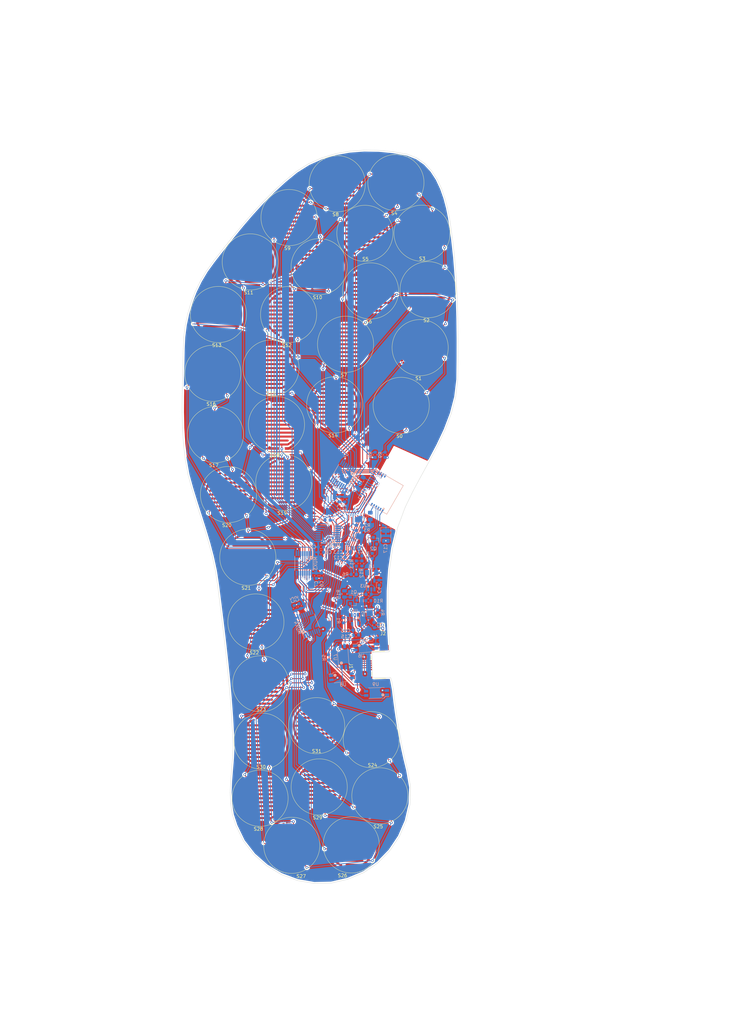
<source format=kicad_pcb>
(kicad_pcb (version 20171130) (host pcbnew "(5.0.0)")
  (layers (0 F.Cu signal) (31 B.Cu signal) (34 B.Paste user) (35 F.Paste user) (36 B.SilkS user) (37 F.SilkS user) (38 B.Mask user) (39 F.Mask user) (44 Edge.Cuts user))
  (net 0 "")
  (net 1 GND)
  (net 2 +3V3)
  (net 3 +5V)
  (net 4 +BATT)
  (net 5 /U1_A7)
  (net 6 /U1_A6)
  (net 7 /U1_A5)
  (net 8 /U1_A4)
  (net 9 /U1_A3)
  (net 10 /U1_A2)
  (net 11 /U1_A1)
  (net 12 /U1_A0)
  (net 13 /U2_A7)
  (net 14 /U2_A6)
  (net 15 /U2_A5)
  (net 16 /U2_A4)
  (net 17 /U2_A3)
  (net 18 /U2_A2)
  (net 19 /U2_A1)
  (net 20 /U2_A0)
  (net 21 /U1_Data)
  (net 22 /U2_Data)
  (net 23 /U3_Data)
  (net 24 /U4_Data)
  (net 25 /U3_A7)
  (net 26 /U3_A6)
  (net 27 /U3_A5)
  (net 28 /U3_A4)
  (net 29 /U3_A3)
  (net 30 /U3_A2)
  (net 31 /U3_A1)
  (net 32 /U3_A0)
  (net 33 /U4_A7)
  (net 34 /U4_A6)
  (net 35 /U4_A5)
  (net 36 /U4_A4)
  (net 37 /U4_A3)
  (net 38 /U4_A2)
  (net 39 /U4_A1)
  (net 40 /U4_A0)
  (net 41 "Net-(L3-Pad1)")
  (net 42 "Net-(R1-Pad1)")
  (net 43 "Net-(R2-Pad2)")
  (net 44 "Net-(R3-Pad2)")
  (net 45 /S0)
  (net 46 /S1)
  (net 47 /S2)
  (net 48 /MUX_E)
  (net 49 -BATT)
  (net 50 "Net-(C1-Pad1)")
  (net 51 Analog_Batt_Lvl)
  (net 52 Enable_Batt_Lvl)
  (net 53 "Net-(R5-Pad1)")
  (net 54 "Net-(R5-Pad2)")
  (net 55 "Net-(R10-Pad1)")
  (net 56 "Net-(R11-Pad1)")
  (net 57 XRES)
  (net 58 P0.6)
  (net 59 P0.7)
  (net 60 /P0.7_USB)
  (net 61 /P0.6_USB)
  (net 62 /XRES_USB)
  (net 63 "Net-(Q2-Pad3)")
  (net 64 /+3V3_VDDR)
  (net 65 /+3V3_VDD)
  (net 66 /+BATT_CUT)
  (module Capacitor_SMD:C_0603_1608Metric (layer B.Cu) (at 208.619453 187.580707 181)
    (fp_text reference C3 (at 2.530154 -0.127757 181) (layer B.SilkS) (effects (justify mirror)))
    (fp_text value 4.7uF)
    (pad 2 smd roundrect (at 0.7875 0 181) (size 0.875 0.95) (layers B.Cu B.Paste B.Mask) (net 66 /+BATT_CUT))
    (pad 1 smd roundrect (at -0.7875 0 181) (size 0.875 0.95) (layers B.Cu B.Paste B.Mask) (net 1 GND))
  )
  (module Package_TO_SOT_SMD:TSOT-23-5 (layer B.Cu) (at 209.409453 184.790707 91)
    (fp_text reference U3 (at -0.231479 -2.438411 1) (layer B.SilkS) (effects (font (size 0.9 0.9)) (justify mirror)))
    (fp_text value ADP2108AUJ-3.3)
    (pad 5 smd rect (at 1.31 -0.95 91) (size 1.22 0.65) (layers B.Cu B.Paste B.Mask) (net 41 "Net-(L3-Pad1)"))
    (pad 4 smd rect (at 1.31 0.95 91) (size 1.22 0.65) (layers B.Cu B.Paste B.Mask) (net 2 +3V3))
    (pad 3 smd rect (at -1.31 0.95 91) (size 1.22 0.65) (layers B.Cu B.Paste B.Mask) (net 66 /+BATT_CUT))
    (pad 2 smd rect (at -1.31 0 91) (size 1.22 0.65) (layers B.Cu B.Paste B.Mask) (net 1 GND))
    (pad 1 smd rect (at -1.31 -0.95 91) (size 1.22 0.65) (layers B.Cu B.Paste B.Mask) (net 66 /+BATT_CUT))
  )
  (module fsr_footprints:FSR_Circle_7mm (layer F.Cu) (at 216.879453 62.940707 180)
    (fp_text reference S4 (at 0.5 -9.3) (layer F.SilkS))
    (fp_text value FSR)
    (pad 1 smd custom (at -6.7 -1.2 180) (size 0.5 0.5) (layers F.Cu F.Mask) (net 21 /U1_Data) (options (clearance outline) (anchor circle)) (primitives (gr_line (start 12.3 2.4) (end 0.1 2.4) (width 0.6)) (gr_line (start 7.7 7.2) (end 3.3 7.2) (width 0.6)) (gr_line (start 12.3 0) (end 0.1 0) (width 0.6)) (gr_line (start 11.1 4.8) (end 0.9 4.8) (width 0.6)) (gr_line (start 8.1 -4.8) (end 3.3 -4.8) (width 0.6)) (gr_line (start 11.1 -2.4) (end 0.9 -2.4) (width 0.6)) (gr_arc (start 6.7 1.2) (end 3.3 7.2) (angle 120.9) (width 0.6))))
    (pad 2 smd custom (at 6.8 0 180) (size 0.5 0.5) (layers F.Cu F.Mask) (net 8 /U1_A4) (options (clearance outline) (anchor circle)) (primitives (gr_line (start -10.2 -4.8) (end -2 -4.8) (width 0.6)) (gr_line (start -11.8 -2.4) (end -0.4 -2.4) (width 0.6)) (gr_arc (start -6.8 0) (end -3.8 -6.2) (angle 133.6) (width 0.6)) (gr_line (start -12 2.4) (end -0.4 2.4) (width 0.6)) (gr_line (start -12.4 0) (end -0.2 0) (width 0.6)) (gr_line (start -10 4.8) (end -2 4.8) (width 0.6))))
  )
  (module fsr_footprints:FSR_Circle_7mm (layer F.Cu) (at 184.519453 73.530707 180)
    (fp_text reference S9 (at 0.5 -9.3) (layer F.SilkS))
    (fp_text value FSR)
    (pad 1 smd custom (at -6.7 -1.2 180) (size 0.5 0.5) (layers F.Cu F.Mask) (net 22 /U2_Data) (options (clearance outline) (anchor circle)) (primitives (gr_line (start 12.3 2.4) (end 0.1 2.4) (width 0.6)) (gr_line (start 7.7 7.2) (end 3.3 7.2) (width 0.6)) (gr_line (start 12.3 0) (end 0.1 0) (width 0.6)) (gr_line (start 11.1 4.8) (end 0.9 4.8) (width 0.6)) (gr_line (start 8.1 -4.8) (end 3.3 -4.8) (width 0.6)) (gr_line (start 11.1 -2.4) (end 0.9 -2.4) (width 0.6)) (gr_arc (start 6.7 1.2) (end 3.3 7.2) (angle 120.9) (width 0.6))))
    (pad 2 smd custom (at 6.8 0 180) (size 0.5 0.5) (layers F.Cu F.Mask) (net 19 /U2_A1) (options (clearance outline) (anchor circle)) (primitives (gr_line (start -10.2 -4.8) (end -2 -4.8) (width 0.6)) (gr_line (start -11.8 -2.4) (end -0.4 -2.4) (width 0.6)) (gr_arc (start -6.8 0) (end -3.8 -6.2) (angle 133.6) (width 0.6)) (gr_line (start -12 2.4) (end -0.4 2.4) (width 0.6)) (gr_line (start -12.4 0) (end -0.2 0) (width 0.6)) (gr_line (start -10 4.8) (end -2 4.8) (width 0.6))))
  )
  (module Connector_PinHeader_1.00mm:PinHeader_1x02_P1.00mm_Vertical (layer F.Cu) (at 212.879453 197.910707 4)
    (fp_text reference J2 (at 0 1.56 4) (layer F.SilkS))
    (fp_text value 3V7_Battery)
    (pad 2 thru_hole oval (at 0 -1 4) (size 0.85 0.85) (drill 0.5) (layers *.Cu *.Mask) (net 4 +BATT))
    (pad 1 thru_hole rect (at 0 0 4) (size 0.85 0.85) (drill 0.5) (layers *.Cu *.Mask) (net 49 -BATT))
  )
  (module Package_LGA:Bosch_LGA-14_3x2.5mm_P0.5mm (layer B.Cu) (at 203.989453 172.260707)
    (fp_text reference U2 (at 0 -2.5) (layer B.SilkS) (effects (justify mirror)))
    (fp_text value ISM330DLC)
    (pad 11 smd rect (at 1.2625 -0.75) (size 0.675 0.25) (layers B.Cu B.Paste B.Mask))
    (pad 10 smd rect (at 1.2625 -0.25) (size 0.675 0.25) (layers B.Cu B.Paste B.Mask))
    (pad 9 smd rect (at 1.2625 0.25) (size 0.675 0.25) (layers B.Cu B.Paste B.Mask))
    (pad 8 smd rect (at 1.2625 0.75) (size 0.675 0.25) (layers B.Cu B.Paste B.Mask) (net 2 +3V3))
    (pad 4 smd rect (at -1.2625 0.75) (size 0.675 0.25) (layers B.Cu B.Paste B.Mask))
    (pad 3 smd rect (at -1.2625 0.25) (size 0.675 0.25) (layers B.Cu B.Paste B.Mask) (net 1 GND))
    (pad 2 smd rect (at -1.2625 -0.25) (size 0.675 0.25) (layers B.Cu B.Paste B.Mask) (net 1 GND))
    (pad 1 smd rect (at -1.2625 -0.75) (size 0.675 0.25) (layers B.Cu B.Paste B.Mask) (net 1 GND))
    (pad 7 smd rect (at 0.5 1.0125) (size 0.25 0.675) (layers B.Cu B.Paste B.Mask) (net 1 GND))
    (pad 6 smd rect (at 0 1.0125) (size 0.25 0.675) (layers B.Cu B.Paste B.Mask) (net 1 GND))
    (pad 5 smd rect (at -0.5 1.0125) (size 0.25 0.675) (layers B.Cu B.Paste B.Mask) (net 2 +3V3))
    (pad 12 smd rect (at 0.5 -1.0125) (size 0.25 0.675) (layers B.Cu B.Paste B.Mask))
    (pad 14 smd rect (at -0.5 -1.0125) (size 0.25 0.675) (layers B.Cu B.Paste B.Mask) (net 43 "Net-(R2-Pad2)"))
    (pad 13 smd rect (at 0 -1.0125) (size 0.25 0.675) (layers B.Cu B.Paste B.Mask) (net 44 "Net-(R3-Pad2)"))
  )
  (module Capacitor_SMD:C_0603_1608Metric (layer B.Cu) (at 210.319453 196.900707 274)
    (fp_text reference C1 (at 0 -1.43 274) (layer B.SilkS) (effects (justify mirror)))
    (fp_text value 0.1uF)
    (pad 2 smd roundrect (at 0.7875 0 274) (size 0.875 0.95) (layers B.Cu B.Paste B.Mask) (net 49 -BATT))
    (pad 1 smd roundrect (at -0.7875 0 274) (size 0.875 0.95) (layers B.Cu B.Paste B.Mask) (net 50 "Net-(C1-Pad1)"))
  )
  (module Capacitor_SMD:C_0603_1608Metric (layer B.Cu) (at 186.339453 191.710707 290)
    (fp_text reference C2 (at -2.498995 -0.005009 290) (layer B.SilkS) (effects (justify mirror)))
    (fp_text value 1uF)
    (pad 2 smd roundrect (at 0.7875 0 290) (size 0.875 0.95) (layers B.Cu B.Paste B.Mask) (net 2 +3V3))
    (pad 1 smd roundrect (at -0.7875 0 290) (size 0.875 0.95) (layers B.Cu B.Paste B.Mask) (net 1 GND))
  )
  (module Capacitor_SMD:C_0603_1608Metric (layer B.Cu) (at 211.801453 184.048707 271)
    (fp_text reference C4 (at 2.285652 0.039896 271) (layer B.SilkS) (effects (justify mirror)))
    (fp_text value 10uF)
    (pad 2 smd roundrect (at 0.7875 0 271) (size 0.875 0.95) (layers B.Cu B.Paste B.Mask) (net 1 GND))
    (pad 1 smd roundrect (at -0.7875 0 271) (size 0.875 0.95) (layers B.Cu B.Paste B.Mask) (net 2 +3V3))
  )
  (module Capacitor_SMD:C_0603_1608Metric (layer B.Cu) (at 187.789453 191.160707 290)
    (fp_text reference C5 (at -2.392243 0.140264 290) (layer B.SilkS) (effects (justify mirror)))
    (fp_text value 0.1uF)
    (pad 2 smd roundrect (at 0.7875 0 290) (size 0.875 0.95) (layers B.Cu B.Paste B.Mask) (net 2 +3V3))
    (pad 1 smd roundrect (at -0.7875 0 290) (size 0.875 0.95) (layers B.Cu B.Paste B.Mask) (net 1 GND))
  )
  (module Capacitor_SMD:C_0603_1608Metric (layer B.Cu) (at 194.389453 181.948207 90)
    (fp_text reference C6 (at -2.5125 0 90) (layer B.SilkS) (effects (justify mirror)))
    (fp_text value 1uF)
    (pad 2 smd roundrect (at 0.7875 0 90) (size 0.875 0.95) (layers B.Cu B.Paste B.Mask) (net 2 +3V3))
    (pad 1 smd roundrect (at -0.7875 0 90) (size 0.875 0.95) (layers B.Cu B.Paste B.Mask) (net 1 GND))
  )
  (module Capacitor_SMD:C_0603_1608Metric (layer B.Cu) (at 192.789453 181.960707 90)
    (fp_text reference C7 (at -2.5 0 90) (layer B.SilkS) (effects (justify mirror)))
    (fp_text value 0.1uF)
    (pad 2 smd roundrect (at 0.7875 0 90) (size 0.875 0.95) (layers B.Cu B.Paste B.Mask) (net 2 +3V3))
    (pad 1 smd roundrect (at -0.7875 0 90) (size 0.875 0.95) (layers B.Cu B.Paste B.Mask) (net 1 GND))
  )
  (module Capacitor_SMD:C_0603_1608Metric (layer B.Cu) (at 194.176953 174.860707 180)
    (fp_text reference C8 (at -2.3125 0 180) (layer B.SilkS) (effects (justify mirror)))
    (fp_text value 1uF)
    (pad 2 smd roundrect (at 0.7875 0 180) (size 0.875 0.95) (layers B.Cu B.Paste B.Mask) (net 2 +3V3))
    (pad 1 smd roundrect (at -0.7875 0 180) (size 0.875 0.95) (layers B.Cu B.Paste B.Mask) (net 1 GND))
  )
  (module Capacitor_SMD:C_0603_1608Metric (layer B.Cu) (at 194.176953 173.260707 180)
    (fp_text reference C9 (at 2.3875 0 180) (layer B.SilkS) (effects (justify mirror)))
    (fp_text value 0.1uF)
    (pad 2 smd roundrect (at 0.7875 0 180) (size 0.875 0.95) (layers B.Cu B.Paste B.Mask) (net 2 +3V3))
    (pad 1 smd roundrect (at -0.7875 0 180) (size 0.875 0.95) (layers B.Cu B.Paste B.Mask) (net 1 GND))
  )
  (module Capacitor_SMD:C_0603_1608Metric (layer B.Cu) (at 199.764453 158.823207 90)
    (fp_text reference C10 (at -2.9375 -0.075 90) (layer B.SilkS) (effects (justify mirror)))
    (fp_text value 1uF)
    (pad 2 smd roundrect (at 0.7875 0 90) (size 0.875 0.95) (layers B.Cu B.Paste B.Mask) (net 2 +3V3))
    (pad 1 smd roundrect (at -0.7875 0 90) (size 0.875 0.95) (layers B.Cu B.Paste B.Mask) (net 1 GND))
  )
  (module Capacitor_SMD:C_0603_1608Metric (layer B.Cu) (at 201.389453 158.835707 90)
    (fp_text reference C11 (at -2.95 -0.075 90) (layer B.SilkS) (effects (justify mirror)))
    (fp_text value 0.1uF)
    (pad 2 smd roundrect (at 0.7875 0 90) (size 0.875 0.95) (layers B.Cu B.Paste B.Mask) (net 2 +3V3))
    (pad 1 smd roundrect (at -0.7875 0 90) (size 0.875 0.95) (layers B.Cu B.Paste B.Mask) (net 1 GND))
  )
  (module Capacitor_SMD:C_0603_1608Metric (layer B.Cu) (at 202.301953 176.360707)
    (fp_text reference C12 (at -2.9125 0.1) (layer B.SilkS) (effects (justify mirror)))
    (fp_text value 1uF)
    (pad 2 smd roundrect (at 0.7875 0) (size 0.875 0.95) (layers B.Cu B.Paste B.Mask) (net 2 +3V3))
    (pad 1 smd roundrect (at -0.7875 0) (size 0.875 0.95) (layers B.Cu B.Paste B.Mask) (net 1 GND))
  )
  (module Capacitor_SMD:C_0603_1608Metric (layer B.Cu) (at 202.301953 174.760707)
    (fp_text reference C13 (at -2.9225 0.03) (layer B.SilkS) (effects (justify mirror)))
    (fp_text value 0.1uF)
    (pad 2 smd roundrect (at 0.7875 0) (size 0.875 0.95) (layers B.Cu B.Paste B.Mask) (net 2 +3V3))
    (pad 1 smd roundrect (at -0.7875 0) (size 0.875 0.95) (layers B.Cu B.Paste B.Mask) (net 1 GND))
  )
  (module Capacitor_SMD:C_0603_1608Metric (layer B.Cu) (at 205.789453 175.960707 180)
    (fp_text reference C14 (at 0.22 1.35 180) (layer B.SilkS) (effects (justify mirror)))
    (fp_text value 0.1uF)
    (pad 2 smd roundrect (at 0.7875 0 180) (size 0.875 0.95) (layers B.Cu B.Paste B.Mask) (net 1 GND))
    (pad 1 smd roundrect (at -0.7875 0 180) (size 0.875 0.95) (layers B.Cu B.Paste B.Mask) (net 51 Analog_Batt_Lvl))
  )
  (module Inductor_SMD:L_0805_2012Metric_Pad1.15x1.40mm_HandSolder (layer B.Cu) (at 209.119453 163.905707 90)
    (fp_text reference L1 (at 0 -1.65 90) (layer B.SilkS) (effects (justify mirror)))
    (fp_text value "300ohm 100MHz")
    (pad 2 smd roundrect (at 1.025 0 90) (size 1.15 1.4) (layers B.Cu B.Paste B.Mask) (roundrect_rratio 0.217391) (net 64 /+3V3_VDDR))
    (pad 1 smd roundrect (at -1.025 0 90) (size 1.15 1.4) (layers B.Cu B.Paste B.Mask) (roundrect_rratio 0.217391) (net 2 +3V3))
  )
  (module Inductor_SMD:L_0805_2012Metric_Pad1.15x1.40mm_HandSolder (layer B.Cu) (at 206.439453 153.070707 60)
    (fp_text reference L2 (at 0 -1.65 60) (layer B.SilkS) (effects (justify mirror)))
    (fp_text value "300ohm 100MHz")
    (pad 2 smd roundrect (at 1.025 0 60) (size 1.15 1.4) (layers B.Cu B.Paste B.Mask) (roundrect_rratio 0.217391) (net 65 /+3V3_VDD))
    (pad 1 smd roundrect (at -1.025 0 60) (size 1.15 1.4) (layers B.Cu B.Paste B.Mask) (roundrect_rratio 0.217391) (net 2 +3V3))
  )
  (module Package_SO:TSSOP-16_4.4x5mm_P0.65mm (layer B.Cu) (at 200.889453 151.460707 240)
    (fp_text reference MUX1 (at 0 -3.55 240) (layer B.SilkS) (effects (justify mirror)))
    (fp_text value CD74HC4051)
    (pad 16 smd rect (at 2.95 -2.275 240) (size 1.5 0.45) (layers B.Cu B.Paste B.Mask) (net 2 +3V3))
    (pad 15 smd rect (at 2.95 -1.625 240) (size 1.5 0.45) (layers B.Cu B.Paste B.Mask) (net 10 /U1_A2))
    (pad 14 smd rect (at 2.95 -0.975 240) (size 1.5 0.45) (layers B.Cu B.Paste B.Mask) (net 11 /U1_A1))
    (pad 13 smd rect (at 2.95 -0.325 240) (size 1.5 0.45) (layers B.Cu B.Paste B.Mask) (net 12 /U1_A0))
    (pad 12 smd rect (at 2.95 0.325 240) (size 1.5 0.45) (layers B.Cu B.Paste B.Mask) (net 9 /U1_A3))
    (pad 11 smd rect (at 2.95 0.975 240) (size 1.5 0.45) (layers B.Cu B.Paste B.Mask) (net 45 /S0))
    (pad 10 smd rect (at 2.95 1.625 240) (size 1.5 0.45) (layers B.Cu B.Paste B.Mask) (net 46 /S1))
    (pad 9 smd rect (at 2.95 2.275 240) (size 1.5 0.45) (layers B.Cu B.Paste B.Mask) (net 47 /S2))
    (pad 8 smd rect (at -2.95 2.275 240) (size 1.5 0.45) (layers B.Cu B.Paste B.Mask) (net 1 GND))
    (pad 7 smd rect (at -2.95 1.625 240) (size 1.5 0.45) (layers B.Cu B.Paste B.Mask) (net 1 GND))
    (pad 6 smd rect (at -2.95 0.975 240) (size 1.5 0.45) (layers B.Cu B.Paste B.Mask) (net 48 /MUX_E))
    (pad 5 smd rect (at -2.95 0.325 240) (size 1.5 0.45) (layers B.Cu B.Paste B.Mask) (net 7 /U1_A5))
    (pad 4 smd rect (at -2.95 -0.325 240) (size 1.5 0.45) (layers B.Cu B.Paste B.Mask) (net 5 /U1_A7))
    (pad 3 smd rect (at -2.95 -0.975 240) (size 1.5 0.45) (layers B.Cu B.Paste B.Mask) (net 2 +3V3))
    (pad 2 smd rect (at -2.95 -1.625 240) (size 1.5 0.45) (layers B.Cu B.Paste B.Mask) (net 6 /U1_A6))
    (pad 1 smd rect (at -2.95 -2.275 240) (size 1.5 0.45) (layers B.Cu B.Paste B.Mask) (net 8 /U1_A4))
  )
  (module Package_SO:TSSOP-16_4.4x5mm_P0.65mm (layer B.Cu) (at 196.289453 169.260707 180)
    (fp_text reference MUX2 (at -1.7 -3.6 180) (layer B.SilkS) (effects (justify mirror)))
    (fp_text value CD74HC4051)
    (pad 16 smd rect (at 2.95 -2.275 180) (size 1.5 0.45) (layers B.Cu B.Paste B.Mask) (net 2 +3V3))
    (pad 15 smd rect (at 2.95 -1.625 180) (size 1.5 0.45) (layers B.Cu B.Paste B.Mask) (net 18 /U2_A2))
    (pad 14 smd rect (at 2.95 -0.975 180) (size 1.5 0.45) (layers B.Cu B.Paste B.Mask) (net 19 /U2_A1))
    (pad 13 smd rect (at 2.95 -0.325 180) (size 1.5 0.45) (layers B.Cu B.Paste B.Mask) (net 20 /U2_A0))
    (pad 12 smd rect (at 2.95 0.325 180) (size 1.5 0.45) (layers B.Cu B.Paste B.Mask) (net 17 /U2_A3))
    (pad 11 smd rect (at 2.95 0.975 180) (size 1.5 0.45) (layers B.Cu B.Paste B.Mask) (net 45 /S0))
    (pad 10 smd rect (at 2.95 1.625 180) (size 1.5 0.45) (layers B.Cu B.Paste B.Mask) (net 46 /S1))
    (pad 9 smd rect (at 2.95 2.275 180) (size 1.5 0.45) (layers B.Cu B.Paste B.Mask) (net 47 /S2))
    (pad 8 smd rect (at -2.95 2.275 180) (size 1.5 0.45) (layers B.Cu B.Paste B.Mask) (net 1 GND))
    (pad 7 smd rect (at -2.95 1.625 180) (size 1.5 0.45) (layers B.Cu B.Paste B.Mask) (net 1 GND))
    (pad 6 smd rect (at -2.95 0.975 180) (size 1.5 0.45) (layers B.Cu B.Paste B.Mask) (net 48 /MUX_E))
    (pad 5 smd rect (at -2.95 0.325 180) (size 1.5 0.45) (layers B.Cu B.Paste B.Mask) (net 15 /U2_A5))
    (pad 4 smd rect (at -2.95 -0.325 180) (size 1.5 0.45) (layers B.Cu B.Paste B.Mask) (net 13 /U2_A7))
    (pad 3 smd rect (at -2.95 -0.975 180) (size 1.5 0.45) (layers B.Cu B.Paste B.Mask) (net 2 +3V3))
    (pad 2 smd rect (at -2.95 -1.625 180) (size 1.5 0.45) (layers B.Cu B.Paste B.Mask) (net 14 /U2_A6))
    (pad 1 smd rect (at -2.95 -2.275 180) (size 1.5 0.45) (layers B.Cu B.Paste B.Mask) (net 16 /U2_A4))
  )
  (module Package_SO:TSSOP-16_4.4x5mm_P0.65mm (layer B.Cu) (at 188.989453 178.210707 270)
    (fp_text reference MUX3 (at 0 -3.55 270) (layer B.SilkS) (effects (justify mirror)))
    (fp_text value CD74HC4051)
    (pad 16 smd rect (at 2.95 -2.275 270) (size 1.5 0.45) (layers B.Cu B.Paste B.Mask) (net 2 +3V3))
    (pad 15 smd rect (at 2.95 -1.625 270) (size 1.5 0.45) (layers B.Cu B.Paste B.Mask) (net 30 /U3_A2))
    (pad 14 smd rect (at 2.95 -0.975 270) (size 1.5 0.45) (layers B.Cu B.Paste B.Mask) (net 31 /U3_A1))
    (pad 13 smd rect (at 2.95 -0.325 270) (size 1.5 0.45) (layers B.Cu B.Paste B.Mask) (net 32 /U3_A0))
    (pad 12 smd rect (at 2.95 0.325 270) (size 1.5 0.45) (layers B.Cu B.Paste B.Mask) (net 29 /U3_A3))
    (pad 11 smd rect (at 2.95 0.975 270) (size 1.5 0.45) (layers B.Cu B.Paste B.Mask) (net 45 /S0))
    (pad 10 smd rect (at 2.95 1.625 270) (size 1.5 0.45) (layers B.Cu B.Paste B.Mask) (net 46 /S1))
    (pad 9 smd rect (at 2.95 2.275 270) (size 1.5 0.45) (layers B.Cu B.Paste B.Mask) (net 47 /S2))
    (pad 8 smd rect (at -2.95 2.275 270) (size 1.5 0.45) (layers B.Cu B.Paste B.Mask) (net 1 GND))
    (pad 7 smd rect (at -2.95 1.625 270) (size 1.5 0.45) (layers B.Cu B.Paste B.Mask) (net 1 GND))
    (pad 6 smd rect (at -2.95 0.975 270) (size 1.5 0.45) (layers B.Cu B.Paste B.Mask) (net 48 /MUX_E))
    (pad 5 smd rect (at -2.95 0.325 270) (size 1.5 0.45) (layers B.Cu B.Paste B.Mask) (net 27 /U3_A5))
    (pad 4 smd rect (at -2.95 -0.325 270) (size 1.5 0.45) (layers B.Cu B.Paste B.Mask) (net 25 /U3_A7))
    (pad 3 smd rect (at -2.95 -0.975 270) (size 1.5 0.45) (layers B.Cu B.Paste B.Mask) (net 2 +3V3))
    (pad 2 smd rect (at -2.95 -1.625 270) (size 1.5 0.45) (layers B.Cu B.Paste B.Mask) (net 26 /U3_A6))
    (pad 1 smd rect (at -2.95 -2.275 270) (size 1.5 0.45) (layers B.Cu B.Paste B.Mask) (net 28 /U3_A4))
  )
  (module Package_SO:TSSOP-16_4.4x5mm_P0.65mm (layer B.Cu) (at 190.439453 196.510707 110)
    (fp_text reference MUX4 (at 0 -3.55 110) (layer B.SilkS) (effects (justify mirror)))
    (fp_text value CD74HC4051)
    (pad 16 smd rect (at 2.95 -2.275 110) (size 1.5 0.45) (layers B.Cu B.Paste B.Mask) (net 2 +3V3))
    (pad 15 smd rect (at 2.95 -1.625 110) (size 1.5 0.45) (layers B.Cu B.Paste B.Mask) (net 38 /U4_A2))
    (pad 14 smd rect (at 2.95 -0.975 110) (size 1.5 0.45) (layers B.Cu B.Paste B.Mask) (net 39 /U4_A1))
    (pad 13 smd rect (at 2.95 -0.325 110) (size 1.5 0.45) (layers B.Cu B.Paste B.Mask) (net 40 /U4_A0))
    (pad 12 smd rect (at 2.95 0.325 110) (size 1.5 0.45) (layers B.Cu B.Paste B.Mask) (net 37 /U4_A3))
    (pad 11 smd rect (at 2.95 0.975 110) (size 1.5 0.45) (layers B.Cu B.Paste B.Mask) (net 45 /S0))
    (pad 10 smd rect (at 2.95 1.625 110) (size 1.5 0.45) (layers B.Cu B.Paste B.Mask) (net 46 /S1))
    (pad 9 smd rect (at 2.95 2.275 110) (size 1.5 0.45) (layers B.Cu B.Paste B.Mask) (net 47 /S2))
    (pad 8 smd rect (at -2.95 2.275 110) (size 1.5 0.45) (layers B.Cu B.Paste B.Mask) (net 1 GND))
    (pad 7 smd rect (at -2.95 1.625 110) (size 1.5 0.45) (layers B.Cu B.Paste B.Mask) (net 1 GND))
    (pad 6 smd rect (at -2.95 0.975 110) (size 1.5 0.45) (layers B.Cu B.Paste B.Mask) (net 48 /MUX_E))
    (pad 5 smd rect (at -2.95 0.325 110) (size 1.5 0.45) (layers B.Cu B.Paste B.Mask) (net 35 /U4_A5))
    (pad 4 smd rect (at -2.95 -0.325 110) (size 1.5 0.45) (layers B.Cu B.Paste B.Mask) (net 33 /U4_A7))
    (pad 3 smd rect (at -2.95 -0.975 110) (size 1.5 0.45) (layers B.Cu B.Paste B.Mask) (net 2 +3V3))
    (pad 2 smd rect (at -2.95 -1.625 110) (size 1.5 0.45) (layers B.Cu B.Paste B.Mask) (net 34 /U4_A6))
    (pad 1 smd rect (at -2.95 -2.275 110) (size 1.5 0.45) (layers B.Cu B.Paste B.Mask) (net 36 /U4_A4))
  )
  (module Package_TO_SOT_SMD:SOT-23 (layer B.Cu) (at 210.089453 171.360707 90)
    (fp_text reference Q2 (at -2.43 -0.03) (layer B.SilkS) (effects (justify mirror)))
    (fp_text value Q_PMOS_GSD)
    (pad 3 smd rect (at 1 0 90) (size 0.9 0.8) (layers B.Cu B.Paste B.Mask) (net 63 "Net-(Q2-Pad3)"))
    (pad 2 smd rect (at -1 0.95 90) (size 0.9 0.8) (layers B.Cu B.Paste B.Mask) (net 66 /+BATT_CUT))
    (pad 1 smd rect (at -1 -0.95 90) (size 0.9 0.8) (layers B.Cu B.Paste B.Mask) (net 52 Enable_Batt_Lvl))
  )
  (module Resistor_SMD:R_0603_1608Metric (layer B.Cu) (at 200.908238 195.444286 93)
    (fp_text reference R1 (at 0 -1.43 93) (layer B.SilkS) (effects (justify mirror)))
    (fp_text value 10k)
    (pad 2 smd roundrect (at 0.7875 0 93) (size 0.875 0.95) (layers B.Cu B.Paste B.Mask) (net 49 -BATT))
    (pad 1 smd roundrect (at -0.7875 0 93) (size 0.875 0.95) (layers B.Cu B.Paste B.Mask) (net 42 "Net-(R1-Pad1)"))
  )
  (module Resistor_SMD:R_0603_1608Metric (layer B.Cu) (at 205.701953 166.660707 180)
    (fp_text reference R2 (at -2.4875 -0.1 180) (layer B.SilkS) (effects (justify mirror)))
    (fp_text value 10k)
    (pad 2 smd roundrect (at 0.7875 0 180) (size 0.875 0.95) (layers B.Cu B.Paste B.Mask) (net 43 "Net-(R2-Pad2)"))
    (pad 1 smd roundrect (at -0.7875 0 180) (size 0.875 0.95) (layers B.Cu B.Paste B.Mask) (net 2 +3V3))
  )
  (module Resistor_SMD:R_0603_1608Metric (layer B.Cu) (at 205.689453 168.260707 180)
    (fp_text reference R3 (at -2.4 0 180) (layer B.SilkS) (effects (justify mirror)))
    (fp_text value 10k)
    (pad 2 smd roundrect (at 0.7875 0 180) (size 0.875 0.95) (layers B.Cu B.Paste B.Mask) (net 44 "Net-(R3-Pad2)"))
    (pad 1 smd roundrect (at -0.7875 0 180) (size 0.875 0.95) (layers B.Cu B.Paste B.Mask) (net 2 +3V3))
  )
  (module Resistor_SMD:R_0603_1608Metric (layer B.Cu) (at 211.399453 193.130707 272)
    (fp_text reference R4 (at 0 -1.43 272) (layer B.SilkS) (effects (justify mirror)))
    (fp_text value "390 ohm")
    (pad 2 smd roundrect (at 0.7875 0 272) (size 0.875 0.95) (layers B.Cu B.Paste B.Mask) (net 50 "Net-(C1-Pad1)"))
    (pad 1 smd roundrect (at -0.7875 0 272) (size 0.875 0.95) (layers B.Cu B.Paste B.Mask) (net 4 +BATT))
  )
  (module Resistor_SMD:R_0603_1608Metric (layer B.Cu) (at 196.489453 206.660707 94)
    (fp_text reference R5 (at 0 -1.43 94) (layer B.SilkS) (effects (justify mirror)))
    (fp_text value 0-1k)
    (pad 2 smd roundrect (at 0.7875 0 94) (size 0.875 0.95) (layers B.Cu B.Paste B.Mask) (net 54 "Net-(R5-Pad2)"))
    (pad 1 smd roundrect (at -0.7875 0 94) (size 0.875 0.95) (layers B.Cu B.Paste B.Mask) (net 53 "Net-(R5-Pad1)"))
  )
  (module Resistor_SMD:R_0603_1608Metric (layer B.Cu) (at 204.101953 181.560707 180)
    (fp_text reference R6 (at 2.5125 0 180) (layer B.SilkS) (effects (justify mirror)))
    (fp_text value 10k)
    (pad 2 smd roundrect (at 0.7875 0 180) (size 0.875 0.95) (layers B.Cu B.Paste B.Mask) (net 24 /U4_Data))
    (pad 1 smd roundrect (at -0.7875 0 180) (size 0.875 0.95) (layers B.Cu B.Paste B.Mask) (net 1 GND))
  )
  (module Resistor_SMD:R_0603_1608Metric (layer B.Cu) (at 196.189453 165.110707 180)
    (fp_text reference R7 (at 2.5 -0.05 180) (layer B.SilkS) (effects (justify mirror)))
    (fp_text value 10k)
    (pad 2 smd roundrect (at 0.7875 0 180) (size 0.875 0.95) (layers B.Cu B.Paste B.Mask) (net 23 /U3_Data))
    (pad 1 smd roundrect (at -0.7875 0 180) (size 0.875 0.95) (layers B.Cu B.Paste B.Mask) (net 1 GND))
  )
  (module Resistor_SMD:R_0603_1608Metric (layer B.Cu) (at 210.589453 145.348207 90)
    (fp_text reference R8 (at 0 -1.43 90) (layer B.SilkS) (effects (justify mirror)))
    (fp_text value 10k)
    (pad 2 smd roundrect (at 0.7875 0 90) (size 0.875 0.95) (layers B.Cu B.Paste B.Mask) (net 22 /U2_Data))
    (pad 1 smd roundrect (at -0.7875 0 90) (size 0.875 0.95) (layers B.Cu B.Paste B.Mask) (net 1 GND))
  )
  (module Resistor_SMD:R_0603_1608Metric (layer B.Cu) (at 213.589453 145.360707 90)
    (fp_text reference R9 (at 0 -1.43 90) (layer B.SilkS) (effects (justify mirror)))
    (fp_text value 10k)
    (pad 2 smd roundrect (at 0.7875 0 90) (size 0.875 0.95) (layers B.Cu B.Paste B.Mask) (net 21 /U1_Data))
    (pad 1 smd roundrect (at -0.7875 0 90) (size 0.875 0.95) (layers B.Cu B.Paste B.Mask) (net 1 GND))
  )
  (module Resistor_SMD:R_0603_1608Metric (layer B.Cu) (at 208.554953 189.502707 180)
    (fp_text reference R10 (at -2.9745 -0.088 180) (layer B.SilkS) (effects (justify mirror)))
    (fp_text value 2.7k)
    (pad 2 smd roundrect (at 0.7875 0 180) (size 0.875 0.95) (layers B.Cu B.Paste B.Mask) (net 1 GND))
    (pad 1 smd roundrect (at -0.7875 0 180) (size 0.875 0.95) (layers B.Cu B.Paste B.Mask) (net 55 "Net-(R10-Pad1)"))
  )
  (module Resistor_SMD:R_0603_1608Metric (layer B.Cu) (at 210.00495 200.860707 5)
    (fp_text reference R11 (at -2.848361 0.252711 5) (layer B.SilkS) (effects (justify mirror)))
    (fp_text value "100-500 ohm")
    (pad 2 smd roundrect (at 0.7875 0 5) (size 0.875 0.95) (layers B.Cu B.Paste B.Mask) (net 2 +3V3))
    (pad 1 smd roundrect (at -0.7875 0 5) (size 0.875 0.95) (layers B.Cu B.Paste B.Mask) (net 56 "Net-(R11-Pad1)"))
  )
  (module Resistor_SMD:R_0603_1608Metric (layer B.Cu) (at 206.589453 178.248207 90)
    (fp_text reference R12 (at -2.9125 -0.1 90) (layer B.SilkS) (effects (justify mirror)))
    (fp_text value 10k)
    (pad 2 smd roundrect (at 0.7875 0 90) (size 0.875 0.95) (layers B.Cu B.Paste B.Mask) (net 51 Analog_Batt_Lvl))
    (pad 1 smd roundrect (at -0.7875 0 90) (size 0.875 0.95) (layers B.Cu B.Paste B.Mask) (net 63 "Net-(Q2-Pad3)"))
  )
  (module Resistor_SMD:R_0603_1608Metric (layer B.Cu) (at 204.889453 178.260707 270)
    (fp_text reference R13 (at 0.1 1.4 270) (layer B.SilkS) (effects (justify mirror)))
    (fp_text value 10k)
    (pad 2 smd roundrect (at 0.7875 0 270) (size 0.875 0.95) (layers B.Cu B.Paste B.Mask) (net 1 GND))
    (pad 1 smd roundrect (at -0.7875 0 270) (size 0.875 0.95) (layers B.Cu B.Paste B.Mask) (net 51 Analog_Batt_Lvl))
  )
  (module Resistor_SMD:R_0603_1608Metric (layer B.Cu) (at 209.689453 175.973207 90)
    (fp_text reference R14 (at 0 -1.43 90) (layer B.SilkS) (effects (justify mirror)))
    (fp_text value 100k)
    (pad 2 smd roundrect (at 0.7875 0 90) (size 0.875 0.95) (layers B.Cu B.Paste B.Mask) (net 52 Enable_Batt_Lvl))
    (pad 1 smd roundrect (at -0.7875 0 90) (size 0.875 0.95) (layers B.Cu B.Paste B.Mask) (net 66 /+BATT_CUT))
  )
  (module Package_TO_SOT_SMD:TSOT-23-5 (layer B.Cu) (at 204.489453 195.160707 273)
    (fp_text reference U1 (at -2.60167 -0.036211 183) (layer B.SilkS) (effects (font (size 0.9 0.9)) (justify mirror)))
    (fp_text value STC4054-4.2)
    (pad 5 smd rect (at 1.31 -0.95 273) (size 1.22 0.65) (layers B.Cu B.Paste B.Mask) (net 42 "Net-(R1-Pad1)"))
    (pad 4 smd rect (at 1.31 0.95 273) (size 1.22 0.65) (layers B.Cu B.Paste B.Mask) (net 3 +5V))
    (pad 3 smd rect (at -1.31 0.95 273) (size 1.22 0.65) (layers B.Cu B.Paste B.Mask) (net 4 +BATT))
    (pad 2 smd rect (at -1.31 0 273) (size 1.22 0.65) (layers B.Cu B.Paste B.Mask) (net 49 -BATT))
    (pad 1 smd rect (at -1.31 -0.95 273) (size 1.22 0.65) (layers B.Cu B.Paste B.Mask))
  )
  (module Digikey_EZ_BLE:CYBLE-222014-01 (layer B.Cu) (at 211.019453 155.600707 240)
    (fp_text reference U4 (at -4 13 240) (layer B.SilkS) (effects (justify mirror)))
    (fp_text value CYBLE-222014-01)
    (pad 1 smd rect (at 4.89 -4.91 240) (size 1 0.41) (layers B.Cu B.Paste B.Mask) (net 1 GND))
    (pad 2 smd rect (at 4.89 -4.14 240) (size 1 0.41) (layers B.Cu B.Paste B.Mask))
    (pad 3 smd rect (at 4.89 -3.38 240) (size 1 0.41) (layers B.Cu B.Paste B.Mask) (net 52 Enable_Batt_Lvl))
    (pad 4 smd rect (at 4.89 -2.62 240) (size 1 0.41) (layers B.Cu B.Paste B.Mask) (net 51 Analog_Batt_Lvl))
    (pad 5 smd rect (at 4.89 -1.86 240) (size 1 0.41) (layers B.Cu B.Paste B.Mask) (net 64 /+3V3_VDDR))
    (pad 7 smd rect (at 4.34 3.19 330) (size 1 0.41) (layers B.Cu B.Paste B.Mask) (net 48 /MUX_E))
    (pad 8 smd rect (at 3.58 3.19 330) (size 1 0.41) (layers B.Cu B.Paste B.Mask) (net 59 P0.7))
    (pad 9 smd rect (at 2.81 3.19 330) (size 1 0.41) (layers B.Cu B.Paste B.Mask) (net 43 "Net-(R2-Pad2)"))
    (pad 10 smd rect (at 2.05 3.19 330) (size 1 0.41) (layers B.Cu B.Paste B.Mask) (net 44 "Net-(R3-Pad2)"))
    (pad 11 smd rect (at 1.29 3.19 330) (size 1 0.41) (layers B.Cu B.Paste B.Mask) (net 1 GND))
    (pad 12 smd rect (at 0.53 3.19 330) (size 1 0.41) (layers B.Cu B.Paste B.Mask) (net 58 P0.6))
    (pad 13 smd rect (at -0.23 3.19 330) (size 1 0.41) (layers B.Cu B.Paste B.Mask) (net 24 /U4_Data))
    (pad 14 smd rect (at -1 3.19 330) (size 1 0.41) (layers B.Cu B.Paste B.Mask) (net 65 /+3V3_VDD))
    (pad 15 smd rect (at -1.76 3.19 330) (size 1 0.41) (layers B.Cu B.Paste B.Mask) (net 57 XRES))
    (pad 16 smd rect (at -2.52 3.19 330) (size 1 0.41) (layers B.Cu B.Paste B.Mask) (net 23 /U3_Data))
    (pad 17 smd rect (at -3.28 3.19 330) (size 1 0.41) (layers B.Cu B.Paste B.Mask) (net 22 /U2_Data))
    (pad 18 smd rect (at -4.04 3.19 330) (size 1 0.41) (layers B.Cu B.Paste B.Mask) (net 21 /U1_Data))
    (pad 19 smd rect (at -4.6 1.95 240) (size 1 0.41) (layers B.Cu B.Paste B.Mask) (net 45 /S0))
    (pad 20 smd rect (at -4.6 1.19 240) (size 1 0.41) (layers B.Cu B.Paste B.Mask) (net 46 /S1))
    (pad 21 smd rect (at -4.6 0.43 240) (size 1 0.41) (layers B.Cu B.Paste B.Mask) (net 47 /S2))
    (pad 22 smd rect (at -4.6 -0.33 240) (size 1 0.41) (layers B.Cu B.Paste B.Mask))
    (pad 6 smd rect (at 4.89 -1.1 240) (size 1 0.41) (layers B.Cu B.Paste B.Mask))
  )
  (module SamacSys_Parts:AP9211SAACHAC7 (layer B.Cu) (at 208.939453 193.310707 4)
    (fp_text reference U5 (at -1.955713 0.013605 -86) (layer B.SilkS) (effects (font (size 0.9 0.9)) (justify mirror)))
    (fp_text value AP9211SA-AN-HAC-7 hide)
    (pad 7 smd rect (at 0 0 94) (size 1.8 1.8) (layers B.Cu B.Paste B.Mask))
    (pad 6 smd rect (at -0.599 -1.35 94) (size 0.5 0.75) (layers B.Cu B.Paste B.Mask) (net 1 GND))
    (pad 5 smd rect (at 0.176 -1.35 4) (size 0.4 0.5) (layers B.Cu B.Paste B.Mask) (net 55 "Net-(R10-Pad1)"))
    (pad 4 smd rect (at 0.776 -1.35 4) (size 0.4 0.5) (layers B.Cu B.Paste B.Mask))
    (pad 3 smd rect (at 0.776 1.35 4) (size 0.4 0.5) (layers B.Cu B.Paste B.Mask) (net 50 "Net-(C1-Pad1)"))
    (pad 2 smd rect (at 0.176004 1.35 4) (size 0.4 0.5) (layers B.Cu B.Paste B.Mask) (net 49 -BATT))
    (pad 1 smd rect (at -0.599 1.35 94) (size 0.5 0.75) (layers B.Cu B.Paste B.Mask) (net 49 -BATT))
  )
  (module Package_SO:SOP-4_4.4x2.8mm_P1.27mm (layer B.Cu) (at 207.689453 203.560707 5)
    (fp_text reference U6 (at -1.521658 2.476804 5) (layer B.SilkS) (effects (justify mirror)))
    (fp_text value TCMT1100)
    (pad 4 smd rect (at 3.15 -0.64 5) (size 1.3 0.8) (layers B.Cu B.Paste B.Mask) (net 2 +3V3))
    (pad 3 smd rect (at 3.15 0.64 5) (size 1.3 0.8) (layers B.Cu B.Paste B.Mask) (net 54 "Net-(R5-Pad2)"))
    (pad 2 smd rect (at -3.15 0.64 5) (size 1.3 0.8) (layers B.Cu B.Paste B.Mask) (net 3 +5V))
    (pad 1 smd rect (at -3.15 -0.64 5) (size 1.3 0.8) (layers B.Cu B.Paste B.Mask) (net 56 "Net-(R11-Pad1)"))
  )
  (module Package_SO:SOP-4_4.4x2.8mm_P1.27mm (layer B.Cu) (at 200.889453 206.460707 94)
    (fp_text reference U7 (at 0 -2.4 94) (layer B.SilkS) (effects (justify mirror)))
    (fp_text value TCMT1100)
    (pad 4 smd rect (at 3.15 -0.64 94) (size 1.3 0.8) (layers B.Cu B.Paste B.Mask) (net 62 /XRES_USB))
    (pad 3 smd rect (at 3.15 0.64 94) (size 1.3 0.8) (layers B.Cu B.Paste B.Mask) (net 57 XRES))
    (pad 2 smd rect (at -3.15 0.64 94) (size 1.3 0.8) (layers B.Cu B.Paste B.Mask) (net 1 GND))
    (pad 1 smd rect (at -3.15 -0.64 94) (size 1.3 0.8) (layers B.Cu B.Paste B.Mask) (net 53 "Net-(R5-Pad1)"))
  )
  (module Package_SO:SOP-4_4.4x2.8mm_P1.27mm (layer B.Cu) (at 200.389453 212.560707 6)
    (fp_text reference U8 (at 0.246393 2.439117 6) (layer B.SilkS) (effects (justify mirror)))
    (fp_text value TCMT1100)
    (pad 4 smd rect (at 3.15 -0.64 6) (size 1.3 0.8) (layers B.Cu B.Paste B.Mask) (net 61 /P0.6_USB))
    (pad 3 smd rect (at 3.15 0.64 6) (size 1.3 0.8) (layers B.Cu B.Paste B.Mask) (net 58 P0.6))
    (pad 2 smd rect (at -3.15 0.64 6) (size 1.3 0.8) (layers B.Cu B.Paste B.Mask) (net 1 GND))
    (pad 1 smd rect (at -3.15 -0.64 6) (size 1.3 0.8) (layers B.Cu B.Paste B.Mask) (net 53 "Net-(R5-Pad1)"))
  )
  (module Package_SO:SOP-4_4.4x2.8mm_P1.27mm (layer B.Cu) (at 211.019453 217.470707 182)
    (fp_text reference U9 (at 0.157364 2.657111 182) (layer B.SilkS) (effects (justify mirror)))
    (fp_text value TCMT1100)
    (pad 4 smd rect (at 3.15 -0.64 182) (size 1.3 0.8) (layers B.Cu B.Paste B.Mask) (net 60 /P0.7_USB))
    (pad 3 smd rect (at 3.15 0.64 182) (size 1.3 0.8) (layers B.Cu B.Paste B.Mask) (net 59 P0.7))
    (pad 2 smd rect (at -3.15 0.64 182) (size 1.3 0.8) (layers B.Cu B.Paste B.Mask) (net 1 GND))
    (pad 1 smd rect (at -3.15 -0.64 182) (size 1.3 0.8) (layers B.Cu B.Paste B.Mask) (net 53 "Net-(R5-Pad1)"))
  )
  (module Capacitor_SMD:C_0603_1608Metric (layer B.Cu) (at 204.803871 199.96564 184)
    (fp_text reference C15 (at 3.094999 -0.155001 184) (layer B.SilkS) (effects (justify mirror)))
    (fp_text value 1uF)
    (pad 2 smd roundrect (at 0.7875 0 184) (size 0.875 0.95) (layers B.Cu B.Paste B.Mask) (net 3 +5V))
    (pad 1 smd roundrect (at -0.7875 0 184) (size 0.875 0.95) (layers B.Cu B.Paste B.Mask) (net 49 -BATT))
  )
  (module Capacitor_SMD:C_0603_1608Metric (layer B.Cu) (at 204.684452 198.395706 184)
    (fp_text reference C16 (at 3.044999 -0.015001 184) (layer B.SilkS) (effects (justify mirror)))
    (fp_text value 0.1uF)
    (pad 2 smd roundrect (at 0.7875 0 184) (size 0.875 0.95) (layers B.Cu B.Paste B.Mask) (net 3 +5V))
    (pad 1 smd roundrect (at -0.7875 0 184) (size 0.875 0.95) (layers B.Cu B.Paste B.Mask) (net 49 -BATT))
  )
  (module Connector_USB:USB_Micro_CustomV2 (layer F.Cu) (at 211.969453 208.980707 272)
    (fp_text reference J1 (at 0 8.7 272) (layer F.SilkS))
    (fp_text value Conn_Micro_USB)
    (pad 6 smd custom (at -5.2 2.6 272) (size 1.6 2.4) (layers F.Cu F.Paste F.Mask) (net 49 -BATT) (options (clearance outline) (anchor rect)) (primitives (gr_poly (pts (xy 0.8 1.2) (xy 1.025 1.2) (xy 1.75 0.6) (xy 1.75 -0.2) (xy 0.8 -0.2)) (width 0))))
    (pad 6 smd custom (at 5.2 2.6 272) (size 1.6 2.4) (layers F.Cu F.Paste F.Mask) (net 49 -BATT) (options (clearance outline) (anchor rect)) (primitives (gr_poly (pts (xy -0.8 1.2) (xy -1.025 1.2) (xy -1.75 0.6) (xy -1.75 -0.2) (xy -0.8 -0.2)) (width 0))))
    (pad 6 smd rect (at 2.55 4.55 272) (size 1.8 1.5) (layers F.Cu F.Paste F.Mask) (net 49 -BATT))
    (pad 6 smd rect (at -2.55 4.55 272) (size 1.8 1.5) (layers F.Cu F.Paste F.Mask) (net 49 -BATT))
    (pad 6 smd rect (at 5.15 -1.7 272) (size 1.6 2.4) (layers F.Cu F.Paste F.Mask) (net 49 -BATT))
    (pad 6 smd rect (at -5.15 -1.7 272) (size 1.6 2.4) (layers F.Cu F.Paste F.Mask) (net 49 -BATT))
    (pad 5 smd rect (at 1.3 2.925 272) (size 0.4 1.05) (layers F.Cu F.Paste F.Mask) (net 49 -BATT))
    (pad 4 smd rect (at 0.65 2.925 272) (size 0.4 1.05) (layers F.Cu F.Paste F.Mask) (net 60 /P0.7_USB))
    (pad 3 smd rect (at 0 2.925 272) (size 0.4 1.05) (layers F.Cu F.Paste F.Mask) (net 61 /P0.6_USB))
    (pad 2 smd rect (at -0.65 2.925 272) (size 0.4 1.05) (layers F.Cu F.Paste F.Mask) (net 62 /XRES_USB))
    (pad 1 smd rect (at -1.3 2.925 272) (size 0.4 1.05) (layers F.Cu F.Paste F.Mask) (net 3 +5V))
  )
  (module Capacitor_Tantalum_SMD:CP_EIA-3528-12_Kemet-T (layer B.Cu) (at 213.839453 169.850707 270)
    (fp_text reference C17 (at 3.82 0.12 270) (layer B.SilkS) (effects (justify mirror)))
    (fp_text value 100uF)
    (pad 2 smd roundrect (at 1.5375 0 270) (size 1.325 2.35) (layers B.Cu B.Paste B.Mask) (roundrect_rratio 0.188679) (net 1 GND))
    (pad 1 smd roundrect (at -1.5375 0 270) (size 1.325 2.35) (layers B.Cu B.Paste B.Mask) (roundrect_rratio 0.188679) (net 2 +3V3))
  )
  (module fsr_footprints:FSR_Circle_7mm (layer F.Cu) (at 218.479453 130.400707 180)
    (fp_text reference S0 (at 0.5 -9.3) (layer F.SilkS))
    (fp_text value FSR)
    (pad 1 smd custom (at -6.7 -1.2 180) (size 0.5 0.5) (layers F.Cu F.Mask) (net 21 /U1_Data) (options (clearance outline) (anchor circle)) (primitives (gr_line (start 12.3 2.4) (end 0.1 2.4) (width 0.6)) (gr_line (start 7.7 7.2) (end 3.3 7.2) (width 0.6)) (gr_line (start 12.3 0) (end 0.1 0) (width 0.6)) (gr_line (start 11.1 4.8) (end 0.9 4.8) (width 0.6)) (gr_line (start 8.1 -4.8) (end 3.3 -4.8) (width 0.6)) (gr_line (start 11.1 -2.4) (end 0.9 -2.4) (width 0.6)) (gr_arc (start 6.7 1.2) (end 3.3 7.2) (angle 120.9) (width 0.6))))
    (pad 2 smd custom (at 6.8 0 180) (size 0.5 0.5) (layers F.Cu F.Mask) (net 12 /U1_A0) (options (clearance outline) (anchor circle)) (primitives (gr_line (start -10.2 -4.8) (end -2 -4.8) (width 0.6)) (gr_line (start -11.8 -2.4) (end -0.4 -2.4) (width 0.6)) (gr_arc (start -6.8 0) (end -3.8 -6.2) (angle 133.6) (width 0.6)) (gr_line (start -12 2.4) (end -0.4 2.4) (width 0.6)) (gr_line (start -12.4 0) (end -0.2 0) (width 0.6)) (gr_line (start -10 4.8) (end -2 4.8) (width 0.6))))
  )
  (module fsr_footprints:FSR_Circle_7mm (layer F.Cu) (at 224.219453 112.910707 180)
    (fp_text reference S1 (at 0.5 -9.3) (layer F.SilkS))
    (fp_text value FSR)
    (pad 1 smd custom (at -6.7 -1.2 180) (size 0.5 0.5) (layers F.Cu F.Mask) (net 21 /U1_Data) (options (clearance outline) (anchor circle)) (primitives (gr_line (start 12.3 2.4) (end 0.1 2.4) (width 0.6)) (gr_line (start 7.7 7.2) (end 3.3 7.2) (width 0.6)) (gr_line (start 12.3 0) (end 0.1 0) (width 0.6)) (gr_line (start 11.1 4.8) (end 0.9 4.8) (width 0.6)) (gr_line (start 8.1 -4.8) (end 3.3 -4.8) (width 0.6)) (gr_line (start 11.1 -2.4) (end 0.9 -2.4) (width 0.6)) (gr_arc (start 6.7 1.2) (end 3.3 7.2) (angle 120.9) (width 0.6))))
    (pad 2 smd custom (at 6.8 0 180) (size 0.5 0.5) (layers F.Cu F.Mask) (net 11 /U1_A1) (options (clearance outline) (anchor circle)) (primitives (gr_line (start -10.2 -4.8) (end -2 -4.8) (width 0.6)) (gr_line (start -11.8 -2.4) (end -0.4 -2.4) (width 0.6)) (gr_arc (start -6.8 0) (end -3.8 -6.2) (angle 133.6) (width 0.6)) (gr_line (start -12 2.4) (end -0.4 2.4) (width 0.6)) (gr_line (start -12.4 0) (end -0.2 0) (width 0.6)) (gr_line (start -10 4.8) (end -2 4.8) (width 0.6))))
  )
  (module fsr_footprints:FSR_Circle_7mm (layer F.Cu) (at 226.619453 95.360707 180)
    (fp_text reference S2 (at 0.5 -9.3) (layer F.SilkS))
    (fp_text value FSR)
    (pad 1 smd custom (at -6.7 -1.2 180) (size 0.5 0.5) (layers F.Cu F.Mask) (net 21 /U1_Data) (options (clearance outline) (anchor circle)) (primitives (gr_line (start 12.3 2.4) (end 0.1 2.4) (width 0.6)) (gr_line (start 7.7 7.2) (end 3.3 7.2) (width 0.6)) (gr_line (start 12.3 0) (end 0.1 0) (width 0.6)) (gr_line (start 11.1 4.8) (end 0.9 4.8) (width 0.6)) (gr_line (start 8.1 -4.8) (end 3.3 -4.8) (width 0.6)) (gr_line (start 11.1 -2.4) (end 0.9 -2.4) (width 0.6)) (gr_arc (start 6.7 1.2) (end 3.3 7.2) (angle 120.9) (width 0.6))))
    (pad 2 smd custom (at 6.8 0 180) (size 0.5 0.5) (layers F.Cu F.Mask) (net 10 /U1_A2) (options (clearance outline) (anchor circle)) (primitives (gr_line (start -10.2 -4.8) (end -2 -4.8) (width 0.6)) (gr_line (start -11.8 -2.4) (end -0.4 -2.4) (width 0.6)) (gr_arc (start -6.8 0) (end -3.8 -6.2) (angle 133.6) (width 0.6)) (gr_line (start -12 2.4) (end -0.4 2.4) (width 0.6)) (gr_line (start -12.4 0) (end -0.2 0) (width 0.6)) (gr_line (start -10 4.8) (end -2 4.8) (width 0.6))))
  )
  (module fsr_footprints:FSR_Circle_7mm (layer F.Cu) (at 224.789453 78.270707 180)
    (fp_text reference S3 (at -0.06 -7.7) (layer F.SilkS))
    (fp_text value FSR)
    (pad 1 smd custom (at -6.7 -1.2 180) (size 0.5 0.5) (layers F.Cu F.Mask) (net 21 /U1_Data) (options (clearance outline) (anchor circle)) (primitives (gr_line (start 12.3 2.4) (end 0.1 2.4) (width 0.6)) (gr_line (start 7.7 7.2) (end 3.3 7.2) (width 0.6)) (gr_line (start 12.3 0) (end 0.1 0) (width 0.6)) (gr_line (start 11.1 4.8) (end 0.9 4.8) (width 0.6)) (gr_line (start 8.1 -4.8) (end 3.3 -4.8) (width 0.6)) (gr_line (start 11.1 -2.4) (end 0.9 -2.4) (width 0.6)) (gr_arc (start 6.7 1.2) (end 3.3 7.2) (angle 120.9) (width 0.6))))
    (pad 2 smd custom (at 6.8 0 180) (size 0.5 0.5) (layers F.Cu F.Mask) (net 9 /U1_A3) (options (clearance outline) (anchor circle)) (primitives (gr_line (start -10.2 -4.8) (end -2 -4.8) (width 0.6)) (gr_line (start -11.8 -2.4) (end -0.4 -2.4) (width 0.6)) (gr_arc (start -6.8 0) (end -3.8 -6.2) (angle 133.6) (width 0.6)) (gr_line (start -12 2.4) (end -0.4 2.4) (width 0.6)) (gr_line (start -12.4 0) (end -0.2 0) (width 0.6)) (gr_line (start -10 4.8) (end -2 4.8) (width 0.6))))
  )
  (module fsr_footprints:FSR_Circle_7mm (layer F.Cu) (at 207.489453 78.310707 180)
    (fp_text reference S5 (at -0.17 -7.76) (layer F.SilkS))
    (fp_text value FSR)
    (pad 1 smd custom (at -6.7 -1.2 180) (size 0.5 0.5) (layers F.Cu F.Mask) (net 21 /U1_Data) (options (clearance outline) (anchor circle)) (primitives (gr_line (start 12.3 2.4) (end 0.1 2.4) (width 0.6)) (gr_line (start 7.7 7.2) (end 3.3 7.2) (width 0.6)) (gr_line (start 12.3 0) (end 0.1 0) (width 0.6)) (gr_line (start 11.1 4.8) (end 0.9 4.8) (width 0.6)) (gr_line (start 8.1 -4.8) (end 3.3 -4.8) (width 0.6)) (gr_line (start 11.1 -2.4) (end 0.9 -2.4) (width 0.6)) (gr_arc (start 6.7 1.2) (end 3.3 7.2) (angle 120.9) (width 0.6))))
    (pad 2 smd custom (at 6.8 0 180) (size 0.5 0.5) (layers F.Cu F.Mask) (net 7 /U1_A5) (options (clearance outline) (anchor circle)) (primitives (gr_line (start -10.2 -4.8) (end -2 -4.8) (width 0.6)) (gr_line (start -11.8 -2.4) (end -0.4 -2.4) (width 0.6)) (gr_arc (start -6.8 0) (end -3.8 -6.2) (angle 133.6) (width 0.6)) (gr_line (start -12 2.4) (end -0.4 2.4) (width 0.6)) (gr_line (start -12.4 0) (end -0.2 0) (width 0.6)) (gr_line (start -10 4.8) (end -2 4.8) (width 0.6))))
  )
  (module fsr_footprints:FSR_Circle_7mm (layer F.Cu) (at 209.189453 95.740707 180)
    (fp_text reference S6 (at 0.5 -9.3) (layer F.SilkS))
    (fp_text value FSR)
    (pad 1 smd custom (at -6.7 -1.2 180) (size 0.5 0.5) (layers F.Cu F.Mask) (net 21 /U1_Data) (options (clearance outline) (anchor circle)) (primitives (gr_line (start 12.3 2.4) (end 0.1 2.4) (width 0.6)) (gr_line (start 7.7 7.2) (end 3.3 7.2) (width 0.6)) (gr_line (start 12.3 0) (end 0.1 0) (width 0.6)) (gr_line (start 11.1 4.8) (end 0.9 4.8) (width 0.6)) (gr_line (start 8.1 -4.8) (end 3.3 -4.8) (width 0.6)) (gr_line (start 11.1 -2.4) (end 0.9 -2.4) (width 0.6)) (gr_arc (start 6.7 1.2) (end 3.3 7.2) (angle 120.9) (width 0.6))))
    (pad 2 smd custom (at 6.8 0 180) (size 0.5 0.5) (layers F.Cu F.Mask) (net 6 /U1_A6) (options (clearance outline) (anchor circle)) (primitives (gr_line (start -10.2 -4.8) (end -2 -4.8) (width 0.6)) (gr_line (start -11.8 -2.4) (end -0.4 -2.4) (width 0.6)) (gr_arc (start -6.8 0) (end -3.8 -6.2) (angle 133.6) (width 0.6)) (gr_line (start -12 2.4) (end -0.4 2.4) (width 0.6)) (gr_line (start -12.4 0) (end -0.2 0) (width 0.6)) (gr_line (start -10 4.8) (end -2 4.8) (width 0.6))))
  )
  (module fsr_footprints:FSR_Circle_7mm (layer F.Cu) (at 201.629453 111.900707 180)
    (fp_text reference S7 (at 0.5 -9.3) (layer F.SilkS))
    (fp_text value FSR)
    (pad 1 smd custom (at -6.7 -1.2 180) (size 0.5 0.5) (layers F.Cu F.Mask) (net 21 /U1_Data) (options (clearance outline) (anchor circle)) (primitives (gr_line (start 12.3 2.4) (end 0.1 2.4) (width 0.6)) (gr_line (start 7.7 7.2) (end 3.3 7.2) (width 0.6)) (gr_line (start 12.3 0) (end 0.1 0) (width 0.6)) (gr_line (start 11.1 4.8) (end 0.9 4.8) (width 0.6)) (gr_line (start 8.1 -4.8) (end 3.3 -4.8) (width 0.6)) (gr_line (start 11.1 -2.4) (end 0.9 -2.4) (width 0.6)) (gr_arc (start 6.7 1.2) (end 3.3 7.2) (angle 120.9) (width 0.6))))
    (pad 2 smd custom (at 6.8 0 180) (size 0.5 0.5) (layers F.Cu F.Mask) (net 5 /U1_A7) (options (clearance outline) (anchor circle)) (primitives (gr_line (start -10.2 -4.8) (end -2 -4.8) (width 0.6)) (gr_line (start -11.8 -2.4) (end -0.4 -2.4) (width 0.6)) (gr_arc (start -6.8 0) (end -3.8 -6.2) (angle 133.6) (width 0.6)) (gr_line (start -12 2.4) (end -0.4 2.4) (width 0.6)) (gr_line (start -12.4 0) (end -0.2 0) (width 0.6)) (gr_line (start -10 4.8) (end -2 4.8) (width 0.6))))
  )
  (module fsr_footprints:FSR_Circle_7mm (layer F.Cu) (at 199.119453 63.290707 180)
    (fp_text reference S8 (at 0.5 -9.3) (layer F.SilkS))
    (fp_text value FSR)
    (pad 1 smd custom (at -6.7 -1.2 180) (size 0.5 0.5) (layers F.Cu F.Mask) (net 22 /U2_Data) (options (clearance outline) (anchor circle)) (primitives (gr_line (start 12.3 2.4) (end 0.1 2.4) (width 0.6)) (gr_line (start 7.7 7.2) (end 3.3 7.2) (width 0.6)) (gr_line (start 12.3 0) (end 0.1 0) (width 0.6)) (gr_line (start 11.1 4.8) (end 0.9 4.8) (width 0.6)) (gr_line (start 8.1 -4.8) (end 3.3 -4.8) (width 0.6)) (gr_line (start 11.1 -2.4) (end 0.9 -2.4) (width 0.6)) (gr_arc (start 6.7 1.2) (end 3.3 7.2) (angle 120.9) (width 0.6))))
    (pad 2 smd custom (at 6.8 0 180) (size 0.5 0.5) (layers F.Cu F.Mask) (net 20 /U2_A0) (options (clearance outline) (anchor circle)) (primitives (gr_line (start -10.2 -4.8) (end -2 -4.8) (width 0.6)) (gr_line (start -11.8 -2.4) (end -0.4 -2.4) (width 0.6)) (gr_arc (start -6.8 0) (end -3.8 -6.2) (angle 133.6) (width 0.6)) (gr_line (start -12 2.4) (end -0.4 2.4) (width 0.6)) (gr_line (start -12.4 0) (end -0.2 0) (width 0.6)) (gr_line (start -10 4.8) (end -2 4.8) (width 0.6))))
  )
  (module fsr_footprints:FSR_Circle_7mm (layer F.Cu) (at 193.639453 88.400707 180)
    (fp_text reference S10 (at 0.5 -9.3) (layer F.SilkS))
    (fp_text value FSR)
    (pad 1 smd custom (at -6.7 -1.2 180) (size 0.5 0.5) (layers F.Cu F.Mask) (net 22 /U2_Data) (options (clearance outline) (anchor circle)) (primitives (gr_line (start 12.3 2.4) (end 0.1 2.4) (width 0.6)) (gr_line (start 7.7 7.2) (end 3.3 7.2) (width 0.6)) (gr_line (start 12.3 0) (end 0.1 0) (width 0.6)) (gr_line (start 11.1 4.8) (end 0.9 4.8) (width 0.6)) (gr_line (start 8.1 -4.8) (end 3.3 -4.8) (width 0.6)) (gr_line (start 11.1 -2.4) (end 0.9 -2.4) (width 0.6)) (gr_arc (start 6.7 1.2) (end 3.3 7.2) (angle 120.9) (width 0.6))))
    (pad 2 smd custom (at 6.8 0 180) (size 0.5 0.5) (layers F.Cu F.Mask) (net 18 /U2_A2) (options (clearance outline) (anchor circle)) (primitives (gr_line (start -10.2 -4.8) (end -2 -4.8) (width 0.6)) (gr_line (start -11.8 -2.4) (end -0.4 -2.4) (width 0.6)) (gr_arc (start -6.8 0) (end -3.8 -6.2) (angle 133.6) (width 0.6)) (gr_line (start -12 2.4) (end -0.4 2.4) (width 0.6)) (gr_line (start -12.4 0) (end -0.2 0) (width 0.6)) (gr_line (start -10 4.8) (end -2 4.8) (width 0.6))))
  )
  (module fsr_footprints:FSR_Circle_7mm (layer F.Cu) (at 172.779453 86.950707 180)
    (fp_text reference S11 (at 0.5 -9.3) (layer F.SilkS))
    (fp_text value FSR)
    (pad 1 smd custom (at -6.7 -1.2 180) (size 0.5 0.5) (layers F.Cu F.Mask) (net 22 /U2_Data) (options (clearance outline) (anchor circle)) (primitives (gr_line (start 12.3 2.4) (end 0.1 2.4) (width 0.6)) (gr_line (start 7.7 7.2) (end 3.3 7.2) (width 0.6)) (gr_line (start 12.3 0) (end 0.1 0) (width 0.6)) (gr_line (start 11.1 4.8) (end 0.9 4.8) (width 0.6)) (gr_line (start 8.1 -4.8) (end 3.3 -4.8) (width 0.6)) (gr_line (start 11.1 -2.4) (end 0.9 -2.4) (width 0.6)) (gr_arc (start 6.7 1.2) (end 3.3 7.2) (angle 120.9) (width 0.6))))
    (pad 2 smd custom (at 6.8 0 180) (size 0.5 0.5) (layers F.Cu F.Mask) (net 17 /U2_A3) (options (clearance outline) (anchor circle)) (primitives (gr_line (start -10.2 -4.8) (end -2 -4.8) (width 0.6)) (gr_line (start -11.8 -2.4) (end -0.4 -2.4) (width 0.6)) (gr_arc (start -6.8 0) (end -3.8 -6.2) (angle 133.6) (width 0.6)) (gr_line (start -12 2.4) (end -0.4 2.4) (width 0.6)) (gr_line (start -12.4 0) (end -0.2 0) (width 0.6)) (gr_line (start -10 4.8) (end -2 4.8) (width 0.6))))
  )
  (module fsr_footprints:FSR_Circle_7mm (layer F.Cu) (at 184.379453 102.880707 180)
    (fp_text reference S12 (at 0.5 -9.3) (layer F.SilkS))
    (fp_text value FSR)
    (pad 1 smd custom (at -6.7 -1.2 180) (size 0.5 0.5) (layers F.Cu F.Mask) (net 22 /U2_Data) (options (clearance outline) (anchor circle)) (primitives (gr_line (start 12.3 2.4) (end 0.1 2.4) (width 0.6)) (gr_line (start 7.7 7.2) (end 3.3 7.2) (width 0.6)) (gr_line (start 12.3 0) (end 0.1 0) (width 0.6)) (gr_line (start 11.1 4.8) (end 0.9 4.8) (width 0.6)) (gr_line (start 8.1 -4.8) (end 3.3 -4.8) (width 0.6)) (gr_line (start 11.1 -2.4) (end 0.9 -2.4) (width 0.6)) (gr_arc (start 6.7 1.2) (end 3.3 7.2) (angle 120.9) (width 0.6))))
    (pad 2 smd custom (at 6.8 0 180) (size 0.5 0.5) (layers F.Cu F.Mask) (net 16 /U2_A4) (options (clearance outline) (anchor circle)) (primitives (gr_line (start -10.2 -4.8) (end -2 -4.8) (width 0.6)) (gr_line (start -11.8 -2.4) (end -0.4 -2.4) (width 0.6)) (gr_arc (start -6.8 0) (end -3.8 -6.2) (angle 133.6) (width 0.6)) (gr_line (start -12 2.4) (end -0.4 2.4) (width 0.6)) (gr_line (start -12.4 0) (end -0.2 0) (width 0.6)) (gr_line (start -10 4.8) (end -2 4.8) (width 0.6))))
  )
  (module fsr_footprints:FSR_Circle_7mm (layer F.Cu) (at 163.139453 102.880707 180)
    (fp_text reference S13 (at 0.5 -9.3) (layer F.SilkS))
    (fp_text value FSR)
    (pad 1 smd custom (at -6.7 -1.2 180) (size 0.5 0.5) (layers F.Cu F.Mask) (net 22 /U2_Data) (options (clearance outline) (anchor circle)) (primitives (gr_line (start 12.3 2.4) (end 0.1 2.4) (width 0.6)) (gr_line (start 7.7 7.2) (end 3.3 7.2) (width 0.6)) (gr_line (start 12.3 0) (end 0.1 0) (width 0.6)) (gr_line (start 11.1 4.8) (end 0.9 4.8) (width 0.6)) (gr_line (start 8.1 -4.8) (end 3.3 -4.8) (width 0.6)) (gr_line (start 11.1 -2.4) (end 0.9 -2.4) (width 0.6)) (gr_arc (start 6.7 1.2) (end 3.3 7.2) (angle 120.9) (width 0.6))))
    (pad 2 smd custom (at 6.8 0 180) (size 0.5 0.5) (layers F.Cu F.Mask) (net 15 /U2_A5) (options (clearance outline) (anchor circle)) (primitives (gr_line (start -10.2 -4.8) (end -2 -4.8) (width 0.6)) (gr_line (start -11.8 -2.4) (end -0.4 -2.4) (width 0.6)) (gr_arc (start -6.8 0) (end -3.8 -6.2) (angle 133.6) (width 0.6)) (gr_line (start -12 2.4) (end -0.4 2.4) (width 0.6)) (gr_line (start -12.4 0) (end -0.2 0) (width 0.6)) (gr_line (start -10 4.8) (end -2 4.8) (width 0.6))))
  )
  (module fsr_footprints:FSR_Circle_7mm (layer F.Cu) (at 198.359453 130.240707 180)
    (fp_text reference S14 (at 0.5 -9.3) (layer F.SilkS))
    (fp_text value FSR)
    (pad 1 smd custom (at -6.7 -1.2 180) (size 0.5 0.5) (layers F.Cu F.Mask) (net 22 /U2_Data) (options (clearance outline) (anchor circle)) (primitives (gr_line (start 12.3 2.4) (end 0.1 2.4) (width 0.6)) (gr_line (start 7.7 7.2) (end 3.3 7.2) (width 0.6)) (gr_line (start 12.3 0) (end 0.1 0) (width 0.6)) (gr_line (start 11.1 4.8) (end 0.9 4.8) (width 0.6)) (gr_line (start 8.1 -4.8) (end 3.3 -4.8) (width 0.6)) (gr_line (start 11.1 -2.4) (end 0.9 -2.4) (width 0.6)) (gr_arc (start 6.7 1.2) (end 3.3 7.2) (angle 120.9) (width 0.6))))
    (pad 2 smd custom (at 6.8 0 180) (size 0.5 0.5) (layers F.Cu F.Mask) (net 14 /U2_A6) (options (clearance outline) (anchor circle)) (primitives (gr_line (start -10.2 -4.8) (end -2 -4.8) (width 0.6)) (gr_line (start -11.8 -2.4) (end -0.4 -2.4) (width 0.6)) (gr_arc (start -6.8 0) (end -3.8 -6.2) (angle 133.6) (width 0.6)) (gr_line (start -12 2.4) (end -0.4 2.4) (width 0.6)) (gr_line (start -12.4 0) (end -0.2 0) (width 0.6)) (gr_line (start -10 4.8) (end -2 4.8) (width 0.6))))
  )
  (module fsr_footprints:FSR_Circle_7mm (layer F.Cu) (at 179.039453 119.110707 180)
    (fp_text reference S15 (at -0.04 -7.69) (layer F.SilkS))
    (fp_text value FSR)
    (pad 1 smd custom (at -6.7 -1.2 180) (size 0.5 0.5) (layers F.Cu F.Mask) (net 22 /U2_Data) (options (clearance outline) (anchor circle)) (primitives (gr_line (start 12.3 2.4) (end 0.1 2.4) (width 0.6)) (gr_line (start 7.7 7.2) (end 3.3 7.2) (width 0.6)) (gr_line (start 12.3 0) (end 0.1 0) (width 0.6)) (gr_line (start 11.1 4.8) (end 0.9 4.8) (width 0.6)) (gr_line (start 8.1 -4.8) (end 3.3 -4.8) (width 0.6)) (gr_line (start 11.1 -2.4) (end 0.9 -2.4) (width 0.6)) (gr_arc (start 6.7 1.2) (end 3.3 7.2) (angle 120.9) (width 0.6))))
    (pad 2 smd custom (at 6.8 0 180) (size 0.5 0.5) (layers F.Cu F.Mask) (net 13 /U2_A7) (options (clearance outline) (anchor circle)) (primitives (gr_line (start -10.2 -4.8) (end -2 -4.8) (width 0.6)) (gr_line (start -11.8 -2.4) (end -0.4 -2.4) (width 0.6)) (gr_arc (start -6.8 0) (end -3.8 -6.2) (angle 133.6) (width 0.6)) (gr_line (start -12 2.4) (end -0.4 2.4) (width 0.6)) (gr_line (start -12.4 0) (end -0.2 0) (width 0.6)) (gr_line (start -10 4.8) (end -2 4.8) (width 0.6))))
  )
  (module fsr_footprints:FSR_Circle_7mm (layer F.Cu) (at 161.439453 120.690707 180)
    (fp_text reference S16 (at 0.5 -9.3) (layer F.SilkS))
    (fp_text value FSR)
    (pad 1 smd custom (at -6.7 -1.2 180) (size 0.5 0.5) (layers F.Cu F.Mask) (net 23 /U3_Data) (options (clearance outline) (anchor circle)) (primitives (gr_line (start 12.3 2.4) (end 0.1 2.4) (width 0.6)) (gr_line (start 7.7 7.2) (end 3.3 7.2) (width 0.6)) (gr_line (start 12.3 0) (end 0.1 0) (width 0.6)) (gr_line (start 11.1 4.8) (end 0.9 4.8) (width 0.6)) (gr_line (start 8.1 -4.8) (end 3.3 -4.8) (width 0.6)) (gr_line (start 11.1 -2.4) (end 0.9 -2.4) (width 0.6)) (gr_arc (start 6.7 1.2) (end 3.3 7.2) (angle 120.9) (width 0.6))))
    (pad 2 smd custom (at 6.8 0 180) (size 0.5 0.5) (layers F.Cu F.Mask) (net 32 /U3_A0) (options (clearance outline) (anchor circle)) (primitives (gr_line (start -10.2 -4.8) (end -2 -4.8) (width 0.6)) (gr_line (start -11.8 -2.4) (end -0.4 -2.4) (width 0.6)) (gr_arc (start -6.8 0) (end -3.8 -6.2) (angle 133.6) (width 0.6)) (gr_line (start -12 2.4) (end -0.4 2.4) (width 0.6)) (gr_line (start -12.4 0) (end -0.2 0) (width 0.6)) (gr_line (start -10 4.8) (end -2 4.8) (width 0.6))))
  )
  (module fsr_footprints:FSR_Circle_7mm (layer F.Cu) (at 162.229453 139.240707 180)
    (fp_text reference S17 (at 0.5 -9.3) (layer F.SilkS))
    (fp_text value FSR)
    (pad 1 smd custom (at -6.7 -1.2 180) (size 0.5 0.5) (layers F.Cu F.Mask) (net 23 /U3_Data) (options (clearance outline) (anchor circle)) (primitives (gr_line (start 12.3 2.4) (end 0.1 2.4) (width 0.6)) (gr_line (start 7.7 7.2) (end 3.3 7.2) (width 0.6)) (gr_line (start 12.3 0) (end 0.1 0) (width 0.6)) (gr_line (start 11.1 4.8) (end 0.9 4.8) (width 0.6)) (gr_line (start 8.1 -4.8) (end 3.3 -4.8) (width 0.6)) (gr_line (start 11.1 -2.4) (end 0.9 -2.4) (width 0.6)) (gr_arc (start 6.7 1.2) (end 3.3 7.2) (angle 120.9) (width 0.6))))
    (pad 2 smd custom (at 6.8 0 180) (size 0.5 0.5) (layers F.Cu F.Mask) (net 31 /U3_A1) (options (clearance outline) (anchor circle)) (primitives (gr_line (start -10.2 -4.8) (end -2 -4.8) (width 0.6)) (gr_line (start -11.8 -2.4) (end -0.4 -2.4) (width 0.6)) (gr_arc (start -6.8 0) (end -3.8 -6.2) (angle 133.6) (width 0.6)) (gr_line (start -12 2.4) (end -0.4 2.4) (width 0.6)) (gr_line (start -12.4 0) (end -0.2 0) (width 0.6)) (gr_line (start -10 4.8) (end -2 4.8) (width 0.6))))
  )
  (module fsr_footprints:FSR_Circle_7mm (layer F.Cu) (at 180.709453 136.240707 180)
    (fp_text reference S18 (at 0.5 -9.3) (layer F.SilkS))
    (fp_text value FSR)
    (pad 1 smd custom (at -6.7 -1.2 180) (size 0.5 0.5) (layers F.Cu F.Mask) (net 23 /U3_Data) (options (clearance outline) (anchor circle)) (primitives (gr_line (start 12.3 2.4) (end 0.1 2.4) (width 0.6)) (gr_line (start 7.7 7.2) (end 3.3 7.2) (width 0.6)) (gr_line (start 12.3 0) (end 0.1 0) (width 0.6)) (gr_line (start 11.1 4.8) (end 0.9 4.8) (width 0.6)) (gr_line (start 8.1 -4.8) (end 3.3 -4.8) (width 0.6)) (gr_line (start 11.1 -2.4) (end 0.9 -2.4) (width 0.6)) (gr_arc (start 6.7 1.2) (end 3.3 7.2) (angle 120.9) (width 0.6))))
    (pad 2 smd custom (at 6.8 0 180) (size 0.5 0.5) (layers F.Cu F.Mask) (net 30 /U3_A2) (options (clearance outline) (anchor circle)) (primitives (gr_line (start -10.2 -4.8) (end -2 -4.8) (width 0.6)) (gr_line (start -11.8 -2.4) (end -0.4 -2.4) (width 0.6)) (gr_arc (start -6.8 0) (end -3.8 -6.2) (angle 133.6) (width 0.6)) (gr_line (start -12 2.4) (end -0.4 2.4) (width 0.6)) (gr_line (start -12.4 0) (end -0.2 0) (width 0.6)) (gr_line (start -10 4.8) (end -2 4.8) (width 0.6))))
  )
  (module fsr_footprints:FSR_Circle_7mm (layer F.Cu) (at 182.929453 153.700707 180)
    (fp_text reference S19 (at 0.5 -9.3) (layer F.SilkS))
    (fp_text value FSR)
    (pad 1 smd custom (at -6.7 -1.2 180) (size 0.5 0.5) (layers F.Cu F.Mask) (net 23 /U3_Data) (options (clearance outline) (anchor circle)) (primitives (gr_line (start 12.3 2.4) (end 0.1 2.4) (width 0.6)) (gr_line (start 7.7 7.2) (end 3.3 7.2) (width 0.6)) (gr_line (start 12.3 0) (end 0.1 0) (width 0.6)) (gr_line (start 11.1 4.8) (end 0.9 4.8) (width 0.6)) (gr_line (start 8.1 -4.8) (end 3.3 -4.8) (width 0.6)) (gr_line (start 11.1 -2.4) (end 0.9 -2.4) (width 0.6)) (gr_arc (start 6.7 1.2) (end 3.3 7.2) (angle 120.9) (width 0.6))))
    (pad 2 smd custom (at 6.8 0 180) (size 0.5 0.5) (layers F.Cu F.Mask) (net 29 /U3_A3) (options (clearance outline) (anchor circle)) (primitives (gr_line (start -10.2 -4.8) (end -2 -4.8) (width 0.6)) (gr_line (start -11.8 -2.4) (end -0.4 -2.4) (width 0.6)) (gr_arc (start -6.8 0) (end -3.8 -6.2) (angle 133.6) (width 0.6)) (gr_line (start -12 2.4) (end -0.4 2.4) (width 0.6)) (gr_line (start -12.4 0) (end -0.2 0) (width 0.6)) (gr_line (start -10 4.8) (end -2 4.8) (width 0.6))))
  )
  (module fsr_footprints:FSR_Circle_7mm (layer F.Cu) (at 166.169453 157.390707 180)
    (fp_text reference S20 (at 0.5 -9.3) (layer F.SilkS))
    (fp_text value FSR)
    (pad 1 smd custom (at -6.7 -1.2 180) (size 0.5 0.5) (layers F.Cu F.Mask) (net 23 /U3_Data) (options (clearance outline) (anchor circle)) (primitives (gr_line (start 12.3 2.4) (end 0.1 2.4) (width 0.6)) (gr_line (start 7.7 7.2) (end 3.3 7.2) (width 0.6)) (gr_line (start 12.3 0) (end 0.1 0) (width 0.6)) (gr_line (start 11.1 4.8) (end 0.9 4.8) (width 0.6)) (gr_line (start 8.1 -4.8) (end 3.3 -4.8) (width 0.6)) (gr_line (start 11.1 -2.4) (end 0.9 -2.4) (width 0.6)) (gr_arc (start 6.7 1.2) (end 3.3 7.2) (angle 120.9) (width 0.6))))
    (pad 2 smd custom (at 6.8 0 180) (size 0.5 0.5) (layers F.Cu F.Mask) (net 28 /U3_A4) (options (clearance outline) (anchor circle)) (primitives (gr_line (start -10.2 -4.8) (end -2 -4.8) (width 0.6)) (gr_line (start -11.8 -2.4) (end -0.4 -2.4) (width 0.6)) (gr_arc (start -6.8 0) (end -3.8 -6.2) (angle 133.6) (width 0.6)) (gr_line (start -12 2.4) (end -0.4 2.4) (width 0.6)) (gr_line (start -12.4 0) (end -0.2 0) (width 0.6)) (gr_line (start -10 4.8) (end -2 4.8) (width 0.6))))
  )
  (module fsr_footprints:FSR_Circle_7mm (layer F.Cu) (at 172.039453 176.380707 180)
    (fp_text reference S21 (at 0.5 -9.3) (layer F.SilkS))
    (fp_text value FSR)
    (pad 1 smd custom (at -6.7 -1.2 180) (size 0.5 0.5) (layers F.Cu F.Mask) (net 23 /U3_Data) (options (clearance outline) (anchor circle)) (primitives (gr_line (start 12.3 2.4) (end 0.1 2.4) (width 0.6)) (gr_line (start 7.7 7.2) (end 3.3 7.2) (width 0.6)) (gr_line (start 12.3 0) (end 0.1 0) (width 0.6)) (gr_line (start 11.1 4.8) (end 0.9 4.8) (width 0.6)) (gr_line (start 8.1 -4.8) (end 3.3 -4.8) (width 0.6)) (gr_line (start 11.1 -2.4) (end 0.9 -2.4) (width 0.6)) (gr_arc (start 6.7 1.2) (end 3.3 7.2) (angle 120.9) (width 0.6))))
    (pad 2 smd custom (at 6.8 0 180) (size 0.5 0.5) (layers F.Cu F.Mask) (net 27 /U3_A5) (options (clearance outline) (anchor circle)) (primitives (gr_line (start -10.2 -4.8) (end -2 -4.8) (width 0.6)) (gr_line (start -11.8 -2.4) (end -0.4 -2.4) (width 0.6)) (gr_arc (start -6.8 0) (end -3.8 -6.2) (angle 133.6) (width 0.6)) (gr_line (start -12 2.4) (end -0.4 2.4) (width 0.6)) (gr_line (start -12.4 0) (end -0.2 0) (width 0.6)) (gr_line (start -10 4.8) (end -2 4.8) (width 0.6))))
  )
  (module fsr_footprints:FSR_Circle_7mm (layer F.Cu) (at 174.479453 195.970707 180)
    (fp_text reference S22 (at 0.5 -9.3) (layer F.SilkS))
    (fp_text value FSR)
    (pad 1 smd custom (at -6.7 -1.2 180) (size 0.5 0.5) (layers F.Cu F.Mask) (net 23 /U3_Data) (options (clearance outline) (anchor circle)) (primitives (gr_line (start 12.3 2.4) (end 0.1 2.4) (width 0.6)) (gr_line (start 7.7 7.2) (end 3.3 7.2) (width 0.6)) (gr_line (start 12.3 0) (end 0.1 0) (width 0.6)) (gr_line (start 11.1 4.8) (end 0.9 4.8) (width 0.6)) (gr_line (start 8.1 -4.8) (end 3.3 -4.8) (width 0.6)) (gr_line (start 11.1 -2.4) (end 0.9 -2.4) (width 0.6)) (gr_arc (start 6.7 1.2) (end 3.3 7.2) (angle 120.9) (width 0.6))))
    (pad 2 smd custom (at 6.8 0 180) (size 0.5 0.5) (layers F.Cu F.Mask) (net 26 /U3_A6) (options (clearance outline) (anchor circle)) (primitives (gr_line (start -10.2 -4.8) (end -2 -4.8) (width 0.6)) (gr_line (start -11.8 -2.4) (end -0.4 -2.4) (width 0.6)) (gr_arc (start -6.8 0) (end -3.8 -6.2) (angle 133.6) (width 0.6)) (gr_line (start -12 2.4) (end -0.4 2.4) (width 0.6)) (gr_line (start -12.4 0) (end -0.2 0) (width 0.6)) (gr_line (start -10 4.8) (end -2 4.8) (width 0.6))))
  )
  (module fsr_footprints:FSR_Circle_7mm (layer F.Cu) (at 175.929453 214.690707 180)
    (fp_text reference S23 (at -0.14 -7.74) (layer F.SilkS))
    (fp_text value FSR)
    (pad 1 smd custom (at -6.7 -1.2 180) (size 0.5 0.5) (layers F.Cu F.Mask) (net 23 /U3_Data) (options (clearance outline) (anchor circle)) (primitives (gr_line (start 12.3 2.4) (end 0.1 2.4) (width 0.6)) (gr_line (start 7.7 7.2) (end 3.3 7.2) (width 0.6)) (gr_line (start 12.3 0) (end 0.1 0) (width 0.6)) (gr_line (start 11.1 4.8) (end 0.9 4.8) (width 0.6)) (gr_line (start 8.1 -4.8) (end 3.3 -4.8) (width 0.6)) (gr_line (start 11.1 -2.4) (end 0.9 -2.4) (width 0.6)) (gr_arc (start 6.7 1.2) (end 3.3 7.2) (angle 120.9) (width 0.6))))
    (pad 2 smd custom (at 6.8 0 180) (size 0.5 0.5) (layers F.Cu F.Mask) (net 25 /U3_A7) (options (clearance outline) (anchor circle)) (primitives (gr_line (start -10.2 -4.8) (end -2 -4.8) (width 0.6)) (gr_line (start -11.8 -2.4) (end -0.4 -2.4) (width 0.6)) (gr_arc (start -6.8 0) (end -3.8 -6.2) (angle 133.6) (width 0.6)) (gr_line (start -12 2.4) (end -0.4 2.4) (width 0.6)) (gr_line (start -12.4 0) (end -0.2 0) (width 0.6)) (gr_line (start -10 4.8) (end -2 4.8) (width 0.6))))
  )
  (module fsr_footprints:FSR_Circle_7mm (layer F.Cu) (at 209.429453 231.590707 180)
    (fp_text reference S24 (at -0.38 -7.72) (layer F.SilkS))
    (fp_text value FSR)
    (pad 1 smd custom (at -6.7 -1.2 180) (size 0.5 0.5) (layers F.Cu F.Mask) (net 24 /U4_Data) (options (clearance outline) (anchor circle)) (primitives (gr_line (start 12.3 2.4) (end 0.1 2.4) (width 0.6)) (gr_line (start 7.7 7.2) (end 3.3 7.2) (width 0.6)) (gr_line (start 12.3 0) (end 0.1 0) (width 0.6)) (gr_line (start 11.1 4.8) (end 0.9 4.8) (width 0.6)) (gr_line (start 8.1 -4.8) (end 3.3 -4.8) (width 0.6)) (gr_line (start 11.1 -2.4) (end 0.9 -2.4) (width 0.6)) (gr_arc (start 6.7 1.2) (end 3.3 7.2) (angle 120.9) (width 0.6))))
    (pad 2 smd custom (at 6.8 0 180) (size 0.5 0.5) (layers F.Cu F.Mask) (net 40 /U4_A0) (options (clearance outline) (anchor circle)) (primitives (gr_line (start -10.2 -4.8) (end -2 -4.8) (width 0.6)) (gr_line (start -11.8 -2.4) (end -0.4 -2.4) (width 0.6)) (gr_arc (start -6.8 0) (end -3.8 -6.2) (angle 133.6) (width 0.6)) (gr_line (start -12 2.4) (end -0.4 2.4) (width 0.6)) (gr_line (start -12.4 0) (end -0.2 0) (width 0.6)) (gr_line (start -10 4.8) (end -2 4.8) (width 0.6))))
  )
  (module fsr_footprints:FSR_Circle_7mm (layer F.Cu) (at 212.029453 248.610707 180)
    (fp_text reference S25 (at 0.5 -9.3) (layer F.SilkS))
    (fp_text value FSR)
    (pad 1 smd custom (at -6.7 -1.2 180) (size 0.5 0.5) (layers F.Cu F.Mask) (net 24 /U4_Data) (options (clearance outline) (anchor circle)) (primitives (gr_line (start 12.3 2.4) (end 0.1 2.4) (width 0.6)) (gr_line (start 7.7 7.2) (end 3.3 7.2) (width 0.6)) (gr_line (start 12.3 0) (end 0.1 0) (width 0.6)) (gr_line (start 11.1 4.8) (end 0.9 4.8) (width 0.6)) (gr_line (start 8.1 -4.8) (end 3.3 -4.8) (width 0.6)) (gr_line (start 11.1 -2.4) (end 0.9 -2.4) (width 0.6)) (gr_arc (start 6.7 1.2) (end 3.3 7.2) (angle 120.9) (width 0.6))))
    (pad 2 smd custom (at 6.8 0 180) (size 0.5 0.5) (layers F.Cu F.Mask) (net 39 /U4_A1) (options (clearance outline) (anchor circle)) (primitives (gr_line (start -10.2 -4.8) (end -2 -4.8) (width 0.6)) (gr_line (start -11.8 -2.4) (end -0.4 -2.4) (width 0.6)) (gr_arc (start -6.8 0) (end -3.8 -6.2) (angle 133.6) (width 0.6)) (gr_line (start -12 2.4) (end -0.4 2.4) (width 0.6)) (gr_line (start -12.4 0) (end -0.2 0) (width 0.6)) (gr_line (start -10 4.8) (end -2 4.8) (width 0.6))))
  )
  (module fsr_footprints:FSR_Circle_7mm (layer F.Cu) (at 203.339453 263.460707 180)
    (fp_text reference S26 (at 2.63 -9.27) (layer F.SilkS))
    (fp_text value FSR)
    (pad 1 smd custom (at -6.7 -1.2 180) (size 0.5 0.5) (layers F.Cu F.Mask) (net 24 /U4_Data) (options (clearance outline) (anchor circle)) (primitives (gr_line (start 12.3 2.4) (end 0.1 2.4) (width 0.6)) (gr_line (start 7.7 7.2) (end 3.3 7.2) (width 0.6)) (gr_line (start 12.3 0) (end 0.1 0) (width 0.6)) (gr_line (start 11.1 4.8) (end 0.9 4.8) (width 0.6)) (gr_line (start 8.1 -4.8) (end 3.3 -4.8) (width 0.6)) (gr_line (start 11.1 -2.4) (end 0.9 -2.4) (width 0.6)) (gr_arc (start 6.7 1.2) (end 3.3 7.2) (angle 120.9) (width 0.6))))
    (pad 2 smd custom (at 6.8 0 180) (size 0.5 0.5) (layers F.Cu F.Mask) (net 38 /U4_A2) (options (clearance outline) (anchor circle)) (primitives (gr_line (start -10.2 -4.8) (end -2 -4.8) (width 0.6)) (gr_line (start -11.8 -2.4) (end -0.4 -2.4) (width 0.6)) (gr_arc (start -6.8 0) (end -3.8 -6.2) (angle 133.6) (width 0.6)) (gr_line (start -12 2.4) (end -0.4 2.4) (width 0.6)) (gr_line (start -12.4 0) (end -0.2 0) (width 0.6)) (gr_line (start -10 4.8) (end -2 4.8) (width 0.6))))
  )
  (module fsr_footprints:FSR_Circle_7mm (layer F.Cu) (at 185.329453 263.590707 180)
    (fp_text reference S27 (at -2.86 -9.35) (layer F.SilkS))
    (fp_text value FSR)
    (pad 1 smd custom (at -6.7 -1.2 180) (size 0.5 0.5) (layers F.Cu F.Mask) (net 24 /U4_Data) (options (clearance outline) (anchor circle)) (primitives (gr_line (start 12.3 2.4) (end 0.1 2.4) (width 0.6)) (gr_line (start 7.7 7.2) (end 3.3 7.2) (width 0.6)) (gr_line (start 12.3 0) (end 0.1 0) (width 0.6)) (gr_line (start 11.1 4.8) (end 0.9 4.8) (width 0.6)) (gr_line (start 8.1 -4.8) (end 3.3 -4.8) (width 0.6)) (gr_line (start 11.1 -2.4) (end 0.9 -2.4) (width 0.6)) (gr_arc (start 6.7 1.2) (end 3.3 7.2) (angle 120.9) (width 0.6))))
    (pad 2 smd custom (at 6.8 0 180) (size 0.5 0.5) (layers F.Cu F.Mask) (net 37 /U4_A3) (options (clearance outline) (anchor circle)) (primitives (gr_line (start -10.2 -4.8) (end -2 -4.8) (width 0.6)) (gr_line (start -11.8 -2.4) (end -0.4 -2.4) (width 0.6)) (gr_arc (start -6.8 0) (end -3.8 -6.2) (angle 133.6) (width 0.6)) (gr_line (start -12 2.4) (end -0.4 2.4) (width 0.6)) (gr_line (start -12.4 0) (end -0.2 0) (width 0.6)) (gr_line (start -10 4.8) (end -2 4.8) (width 0.6))))
  )
  (module fsr_footprints:FSR_Circle_7mm (layer F.Cu) (at 175.739453 249.340707 180)
    (fp_text reference S28 (at 0.5 -9.3) (layer F.SilkS))
    (fp_text value FSR)
    (pad 1 smd custom (at -6.7 -1.2 180) (size 0.5 0.5) (layers F.Cu F.Mask) (net 24 /U4_Data) (options (clearance outline) (anchor circle)) (primitives (gr_line (start 12.3 2.4) (end 0.1 2.4) (width 0.6)) (gr_line (start 7.7 7.2) (end 3.3 7.2) (width 0.6)) (gr_line (start 12.3 0) (end 0.1 0) (width 0.6)) (gr_line (start 11.1 4.8) (end 0.9 4.8) (width 0.6)) (gr_line (start 8.1 -4.8) (end 3.3 -4.8) (width 0.6)) (gr_line (start 11.1 -2.4) (end 0.9 -2.4) (width 0.6)) (gr_arc (start 6.7 1.2) (end 3.3 7.2) (angle 120.9) (width 0.6))))
    (pad 2 smd custom (at 6.8 0 180) (size 0.5 0.5) (layers F.Cu F.Mask) (net 36 /U4_A4) (options (clearance outline) (anchor circle)) (primitives (gr_line (start -10.2 -4.8) (end -2 -4.8) (width 0.6)) (gr_line (start -11.8 -2.4) (end -0.4 -2.4) (width 0.6)) (gr_arc (start -6.8 0) (end -3.8 -6.2) (angle 133.6) (width 0.6)) (gr_line (start -12 2.4) (end -0.4 2.4) (width 0.6)) (gr_line (start -12.4 0) (end -0.2 0) (width 0.6)) (gr_line (start -10 4.8) (end -2 4.8) (width 0.6))))
  )
  (module fsr_footprints:FSR_Circle_7mm (layer F.Cu) (at 193.649453 245.910707 180)
    (fp_text reference S29 (at 0.5 -9.3) (layer F.SilkS))
    (fp_text value FSR)
    (pad 1 smd custom (at -6.7 -1.2 180) (size 0.5 0.5) (layers F.Cu F.Mask) (net 24 /U4_Data) (options (clearance outline) (anchor circle)) (primitives (gr_line (start 12.3 2.4) (end 0.1 2.4) (width 0.6)) (gr_line (start 7.7 7.2) (end 3.3 7.2) (width 0.6)) (gr_line (start 12.3 0) (end 0.1 0) (width 0.6)) (gr_line (start 11.1 4.8) (end 0.9 4.8) (width 0.6)) (gr_line (start 8.1 -4.8) (end 3.3 -4.8) (width 0.6)) (gr_line (start 11.1 -2.4) (end 0.9 -2.4) (width 0.6)) (gr_arc (start 6.7 1.2) (end 3.3 7.2) (angle 120.9) (width 0.6))))
    (pad 2 smd custom (at 6.8 0 180) (size 0.5 0.5) (layers F.Cu F.Mask) (net 35 /U4_A5) (options (clearance outline) (anchor circle)) (primitives (gr_line (start -10.2 -4.8) (end -2 -4.8) (width 0.6)) (gr_line (start -11.8 -2.4) (end -0.4 -2.4) (width 0.6)) (gr_arc (start -6.8 0) (end -3.8 -6.2) (angle 133.6) (width 0.6)) (gr_line (start -12 2.4) (end -0.4 2.4) (width 0.6)) (gr_line (start -12.4 0) (end -0.2 0) (width 0.6)) (gr_line (start -10 4.8) (end -2 4.8) (width 0.6))))
  )
  (module fsr_footprints:FSR_Circle_7mm (layer F.Cu) (at 176.309453 232.060707 180)
    (fp_text reference S30 (at 0.26 -7.79) (layer F.SilkS))
    (fp_text value FSR)
    (pad 1 smd custom (at -6.7 -1.2 180) (size 0.5 0.5) (layers F.Cu F.Mask) (net 24 /U4_Data) (options (clearance outline) (anchor circle)) (primitives (gr_line (start 12.3 2.4) (end 0.1 2.4) (width 0.6)) (gr_line (start 7.7 7.2) (end 3.3 7.2) (width 0.6)) (gr_line (start 12.3 0) (end 0.1 0) (width 0.6)) (gr_line (start 11.1 4.8) (end 0.9 4.8) (width 0.6)) (gr_line (start 8.1 -4.8) (end 3.3 -4.8) (width 0.6)) (gr_line (start 11.1 -2.4) (end 0.9 -2.4) (width 0.6)) (gr_arc (start 6.7 1.2) (end 3.3 7.2) (angle 120.9) (width 0.6))))
    (pad 2 smd custom (at 6.8 0 180) (size 0.5 0.5) (layers F.Cu F.Mask) (net 34 /U4_A6) (options (clearance outline) (anchor circle)) (primitives (gr_line (start -10.2 -4.8) (end -2 -4.8) (width 0.6)) (gr_line (start -11.8 -2.4) (end -0.4 -2.4) (width 0.6)) (gr_arc (start -6.8 0) (end -3.8 -6.2) (angle 133.6) (width 0.6)) (gr_line (start -12 2.4) (end -0.4 2.4) (width 0.6)) (gr_line (start -12.4 0) (end -0.2 0) (width 0.6)) (gr_line (start -10 4.8) (end -2 4.8) (width 0.6))))
  )
  (module fsr_footprints:FSR_Circle_7mm (layer F.Cu) (at 192.869453 227.370707 180)
    (fp_text reference S31 (at -0.01 -7.71) (layer F.SilkS))
    (fp_text value FSR)
    (pad 1 smd custom (at -6.7 -1.2 180) (size 0.5 0.5) (layers F.Cu F.Mask) (net 24 /U4_Data) (options (clearance outline) (anchor circle)) (primitives (gr_line (start 12.3 2.4) (end 0.1 2.4) (width 0.6)) (gr_line (start 7.7 7.2) (end 3.3 7.2) (width 0.6)) (gr_line (start 12.3 0) (end 0.1 0) (width 0.6)) (gr_line (start 11.1 4.8) (end 0.9 4.8) (width 0.6)) (gr_line (start 8.1 -4.8) (end 3.3 -4.8) (width 0.6)) (gr_line (start 11.1 -2.4) (end 0.9 -2.4) (width 0.6)) (gr_arc (start 6.7 1.2) (end 3.3 7.2) (angle 120.9) (width 0.6))))
    (pad 2 smd custom (at 6.8 0 180) (size 0.5 0.5) (layers F.Cu F.Mask) (net 33 /U4_A7) (options (clearance outline) (anchor circle)) (primitives (gr_line (start -10.2 -4.8) (end -2 -4.8) (width 0.6)) (gr_line (start -11.8 -2.4) (end -0.4 -2.4) (width 0.6)) (gr_arc (start -6.8 0) (end -3.8 -6.2) (angle 133.6) (width 0.6)) (gr_line (start -12 2.4) (end -0.4 2.4) (width 0.6)) (gr_line (start -12.4 0) (end -0.2 0) (width 0.6)) (gr_line (start -10 4.8) (end -2 4.8) (width 0.6))))
  )
  (module Package_TO_SOT_SMD:SOT-23 (layer B.Cu) (at 204.089453 189.420707)
    (fp_text reference Q1 (at 0 -2.5) (layer B.SilkS) (effects (justify mirror)))
    (fp_text value Q_PMOS_GSD)
    (pad 1 smd rect (at -1 -0.95) (size 0.9 0.8) (layers B.Cu B.Paste B.Mask) (net 3 +5V))
    (pad 2 smd rect (at -1 0.95) (size 0.9 0.8) (layers B.Cu B.Paste B.Mask) (net 4 +BATT))
    (pad 3 smd rect (at 1 0) (size 0.9 0.8) (layers B.Cu B.Paste B.Mask) (net 66 /+BATT_CUT))
  )
  (module Resistor_SMD:R_0805_2012Metric (layer B.Cu) (at 201.299453 187.483207 270)
    (fp_text reference R15 (at 0.1175 1.77 270) (layer B.SilkS) (effects (justify mirror)))
    (fp_text value 10k)
    (pad 2 smd roundrect (at 0.9375 0 270) (size 0.975 1.4) (layers B.Cu B.Paste B.Mask) (net 3 +5V))
    (pad 1 smd roundrect (at -0.9375 0 270) (size 0.975 1.4) (layers B.Cu B.Paste B.Mask) (net 1 GND))
  )
  (module Inductor_SMD:L_1206_3216Metric (layer B.Cu) (at 209.515453 181.000707 1)
    (fp_text reference L3 (at 0 -1.82 1) (layer B.SilkS) (effects (justify mirror)))
    (fp_text value 1uH)
    (pad 1 smd roundrect (at -1.4 0 1) (size 1.25 1.75) (layers B.Cu B.Paste B.Mask) (roundrect_rratio 0.2) (net 41 "Net-(L3-Pad1)"))
    (pad 2 smd roundrect (at 1.4 0 1) (size 1.25 1.75) (layers B.Cu B.Paste B.Mask) (roundrect_rratio 0.2) (net 2 +3V3))
  )
  (gr_line (start 219.969923 256.180985) (end 217.905952 260.919597) (layer Edge.Cuts) (width 0.1))
  (gr_line (start 220.418507 240.857145) (end 221.311609 245.99249) (layer Edge.Cuts) (width 0.1))
  (gr_line (start 207.166429 271.82566) (end 202.355413 273.83352) (layer Edge.Cuts) (width 0.1))
  (gr_line (start 167.410439 237.252871) (end 167.56971 233.814548) (layer Edge.Cuts) (width 0.1))
  (gr_line (start 202.355413 273.83352) (end 197.281986 275.01087) (layer Edge.Cuts) (width 0.1))
  (gr_line (start 167.124514 240.697912) (end 167.410439 237.252871) (layer Edge.Cuts) (width 0.1))
  (gr_line (start 215.027107 265.21143) (end 211.418796 268.8992) (layer Edge.Cuts) (width 0.1))
  (gr_line (start 165.00843 201.891731) (end 164.329858 196.207554) (layer Edge.Cuts) (width 0.1))
  (gr_line (start 165.644777 207.580787) (end 165.00843 201.891731) (layer Edge.Cuts) (width 0.1))
  (gr_line (start 166.223955 213.275146) (end 165.644777 207.580787) (layer Edge.Cuts) (width 0.1))
  (gr_line (start 167.151046 224.681484) (end 166.731026 218.975237) (layer Edge.Cuts) (width 0.1))
  (gr_line (start 167.56971 233.814548) (end 167.469075 230.394314) (layer Edge.Cuts) (width 0.1))
  (gr_line (start 187.04318 274.23359) (end 182.201334 272.43347) (layer Edge.Cuts) (width 0.1))
  (gr_line (start 217.905952 260.919597) (end 215.027107 265.21143) (layer Edge.Cuts) (width 0.1))
  (gr_line (start 221.133612 251.152859) (end 219.969923 256.180985) (layer Edge.Cuts) (width 0.1))
  (gr_line (start 182.201334 272.43347) (end 177.760214 269.7954) (layer Edge.Cuts) (width 0.1))
  (gr_line (start 167.379301 254.317879) (end 166.839329 250.959656) (layer Edge.Cuts) (width 0.1))
  (gr_line (start 197.281986 275.01087) (end 192.123986 275.11847) (layer Edge.Cuts) (width 0.1))
  (gr_line (start 177.760214 269.7954) (end 173.881587 266.39662) (layer Edge.Cuts) (width 0.1))
  (gr_line (start 168.458876 257.625975) (end 167.379301 254.317879) (layer Edge.Cuts) (width 0.1))
  (gr_line (start 170.727219 262.314388) (end 168.458876 257.625975) (layer Edge.Cuts) (width 0.1))
  (gr_line (start 221.311609 245.99249) (end 221.133612 251.152859) (layer Edge.Cuts) (width 0.1))
  (gr_line (start 167.469075 230.394314) (end 167.151046 224.681484) (layer Edge.Cuts) (width 0.1))
  (gr_line (start 166.705708 247.562674) (end 166.845187 244.138303) (layer Edge.Cuts) (width 0.1))
  (gr_line (start 173.881587 266.39662) (end 170.727219 262.314388) (layer Edge.Cuts) (width 0.1))
  (gr_line (start 211.418796 268.8992) (end 207.166429 271.82566) (layer Edge.Cuts) (width 0.1))
  (gr_line (start 166.839329 250.959656) (end 166.705708 247.562674) (layer Edge.Cuts) (width 0.1))
  (gr_line (start 163.624 190.527829) (end 162.905799 184.85213) (layer Edge.Cuts) (width 0.1))
  (gr_line (start 164.329858 196.207554) (end 163.624 190.527829) (layer Edge.Cuts) (width 0.1))
  (gr_line (start 166.731026 218.975237) (end 166.223955 213.275146) (layer Edge.Cuts) (width 0.1))
  (gr_line (start 166.845187 244.138303) (end 167.124514 240.697912) (layer Edge.Cuts) (width 0.1))
  (gr_line (start 192.123986 275.11847) (end 187.04318 274.23359) (layer Edge.Cuts) (width 0.1))
  (gr_line (start 214.924704 180.11997) (end 214.49853 186.640448) (layer Edge.Cuts) (width 0.1))
  (gr_line (start 218.80644 233.923795) (end 219.568443 237.4001) (layer Edge.Cuts) (width 0.1))
  (gr_line (start 218.125658 230.430755) (end 218.80644 233.923795) (layer Edge.Cuts) (width 0.1))
  (gr_line (start 215.860816 173.680622) (end 214.924704 180.11997) (layer Edge.Cuts) (width 0.1))
  (gr_line (start 219.568443 237.4001) (end 220.418507 240.857145) (layer Edge.Cuts) (width 0.1))
  (gr_line (start 216.98043 223.404699) (end 217.519266 226.923538) (layer Edge.Cuts) (width 0.1))
  (gr_line (start 216.502319 219.876795) (end 216.98043 223.404699) (layer Edge.Cuts) (width 0.1))
  (gr_line (start 217.416478 167.358887) (end 215.860816 173.680622) (layer Edge.Cuts) (width 0.1))
  (gr_line (start 216.078101 216.34238) (end 216.502319 219.876795) (layer Edge.Cuts) (width 0.1))
  (gr_line (start 219.701305 161.191246) (end 217.416478 167.358887) (layer Edge.Cuts) (width 0.1))
  (gr_line (start 217.519266 226.923538) (end 218.125658 230.430755) (layer Edge.Cuts) (width 0.1))
  (gr_line (start 214.49853 186.640448) (end 214.47268 193.205573) (layer Edge.Cuts) (width 0.1))
  (gr_line (start 214.47268 193.205573) (end 214.737541 199.778864) (layer Edge.Cuts) (width 0.1))
  (gr_line (start 152.490461 113.227301) (end 152.663261 109.661449) (layer Edge.Cuts) (width 0.1))
  (gr_line (start 161.345999 176.317641) (end 160.241484 172.131587) (layer Edge.Cuts) (width 0.1))
  (gr_line (start 230.657238 64.683999) (end 231.686705 67.623547) (layer Edge.Cuts) (width 0.1))
  (gr_line (start 152.161134 127.586934) (end 152.267507 122.79218) (layer Edge.Cuts) (width 0.1))
  (gr_line (start 216.015916 53.60762) (end 220.289168 54.34601) (layer Edge.Cuts) (width 0.1))
  (gr_line (start 159.508293 89.694027) (end 161.602942 86.79606) (layer Edge.Cuts) (width 0.1))
  (gr_line (start 198.569587 54.21526) (end 202.870346 53.44525) (layer Edge.Cuts) (width 0.1))
  (gr_line (start 156.369241 159.712816) (end 155.097748 155.568196) (layer Edge.Cuts) (width 0.1))
  (gr_line (start 160.241484 172.131587) (end 159.002756 167.979064) (layer Edge.Cuts) (width 0.1))
  (gr_line (start 153.938626 151.395314) (end 153.087021 146.679733) (layer Edge.Cuts) (width 0.1))
  (gr_line (start 155.097748 155.568196) (end 153.938626 151.395314) (layer Edge.Cuts) (width 0.1))
  (gr_line (start 162.254652 180.552672) (end 161.345999 176.317641) (layer Edge.Cuts) (width 0.1))
  (gr_line (start 229.34199 61.89545) (end 230.657238 64.683999) (layer Edge.Cuts) (width 0.1))
  (gr_line (start 234.642606 85.714022) (end 235.122491 91.834988) (layer Edge.Cuts) (width 0.1))
  (gr_line (start 194.404226 55.46729) (end 198.569587 54.21526) (layer Edge.Cuts) (width 0.1))
  (gr_line (start 190.431175 57.2433) (end 194.404226 55.46729) (layer Edge.Cuts) (width 0.1))
  (gr_line (start 152.240888 137.165002) (end 152.133444 132.380279) (layer Edge.Cuts) (width 0.1))
  (gr_line (start 183.123118 62.53144) (end 186.707344 59.58526) (layer Edge.Cuts) (width 0.1))
  (gr_line (start 167.336527 79.506471) (end 170.283359 75.910049) (layer Edge.Cuts) (width 0.1))
  (gr_line (start 153.087021 146.679733) (end 152.539927 141.933891) (layer Edge.Cuts) (width 0.1))
  (gr_line (start 154.850302 99.248383) (end 156.130448 95.940759) (layer Edge.Cuts) (width 0.1))
  (gr_line (start 235.668049 116.402276) (end 235.600619 122.53668) (layer Edge.Cuts) (width 0.1))
  (gr_line (start 164.450467 83.144921) (end 167.336527 79.506471) (layer Edge.Cuts) (width 0.1))
  (gr_line (start 186.707344 59.58526) (end 190.431175 57.2433) (layer Edge.Cuts) (width 0.1))
  (gr_line (start 152.539927 141.933891) (end 152.240888 137.165002) (layer Edge.Cuts) (width 0.1))
  (gr_line (start 152.663261 109.661449) (end 153.115184 106.129298) (layer Edge.Cuts) (width 0.1))
  (gr_line (start 233.075098 73.536698) (end 233.969453 79.612707) (layer Edge.Cuts) (width 0.1))
  (gr_line (start 152.396101 118.003232) (end 152.490461 113.227301) (layer Edge.Cuts) (width 0.1))
  (gr_line (start 162.905799 184.85213) (end 162.254652 180.552672) (layer Edge.Cuts) (width 0.1))
  (gr_line (start 173.313198 72.384996) (end 176.44828 68.960651) (layer Edge.Cuts) (width 0.1))
  (gr_line (start 153.115184 106.129298) (end 153.844706 102.65142) (layer Edge.Cuts) (width 0.1))
  (gr_line (start 221.987243 156.479393) (end 219.701305 161.191246) (layer Edge.Cuts) (width 0.1))
  (gr_line (start 233.631466 132.884836) (end 231.771991 137.768072) (layer Edge.Cuts) (width 0.1))
  (gr_line (start 159.002756 167.979064) (end 157.691459 163.844623) (layer Edge.Cuts) (width 0.1))
  (gr_line (start 234.957473 127.823668) (end 233.631466 132.884836) (layer Edge.Cuts) (width 0.1))
  (gr_line (start 157.691459 163.844623) (end 156.369241 159.712816) (layer Edge.Cuts) (width 0.1))
  (gr_line (start 227.69426 59.36264) (end 229.34199 61.89545) (layer Edge.Cuts) (width 0.1))
  (gr_line (start 211.650421 53.18339) (end 216.015916 53.60762) (layer Edge.Cuts) (width 0.1))
  (gr_line (start 223.21455 55.48318) (end 225.667347 57.19031) (layer Edge.Cuts) (width 0.1))
  (gr_line (start 152.133444 132.380279) (end 152.161134 127.586934) (layer Edge.Cuts) (width 0.1))
  (gr_line (start 179.710842 65.666353) (end 183.123118 62.53144) (layer Edge.Cuts) (width 0.1))
  (gr_line (start 152.267507 122.79218) (end 152.396101 118.003232) (layer Edge.Cuts) (width 0.1))
  (gr_line (start 224.486673 151.829035) (end 221.987243 156.479393) (layer Edge.Cuts) (width 0.1))
  (gr_line (start 227.050202 147.192286) (end 224.486673 151.829035) (layer Edge.Cuts) (width 0.1))
  (gr_line (start 229.528439 142.52126) (end 227.050202 147.192286) (layer Edge.Cuts) (width 0.1))
  (gr_line (start 231.771991 137.768072) (end 229.528439 142.52126) (layer Edge.Cuts) (width 0.1))
  (gr_line (start 202.870346 53.44525) (end 207.249594 53.11529) (layer Edge.Cuts) (width 0.1))
  (gr_line (start 231.686705 67.623547) (end 232.477091 70.609359) (layer Edge.Cuts) (width 0.1))
  (gr_line (start 176.44828 68.960651) (end 179.710842 65.666353) (layer Edge.Cuts) (width 0.1))
  (gr_line (start 225.667347 57.19031) (end 227.69426 59.36264) (layer Edge.Cuts) (width 0.1))
  (gr_line (start 156.130448 95.940759) (end 157.68362 92.749116) (layer Edge.Cuts) (width 0.1))
  (gr_line (start 235.600619 122.53668) (end 234.957473 127.823668) (layer Edge.Cuts) (width 0.1))
  (gr_line (start 235.681889 110.25925) (end 235.668049 116.402276) (layer Edge.Cuts) (width 0.1))
  (gr_line (start 235.614199 104.113257) (end 235.681889 110.25925) (layer Edge.Cuts) (width 0.1))
  (gr_line (start 232.477091 70.609359) (end 233.075098 73.536698) (layer Edge.Cuts) (width 0.1))
  (gr_line (start 153.844706 102.65142) (end 154.850302 99.248383) (layer Edge.Cuts) (width 0.1))
  (gr_line (start 220.289168 54.34601) (end 223.21455 55.48318) (layer Edge.Cuts) (width 0.1))
  (gr_line (start 207.249594 53.11529) (end 211.650421 53.18339) (layer Edge.Cuts) (width 0.1))
  (gr_line (start 170.283359 75.910049) (end 173.313198 72.384996) (layer Edge.Cuts) (width 0.1))
  (gr_line (start 157.68362 92.749116) (end 159.508293 89.694027) (layer Edge.Cuts) (width 0.1))
  (gr_line (start 235.437044 97.969951) (end 235.614199 104.113257) (layer Edge.Cuts) (width 0.1))
  (gr_line (start 235.122491 91.834988) (end 235.437044 97.969951) (layer Edge.Cuts) (width 0.1))
  (gr_line (start 161.602942 86.79606) (end 164.450467 83.144921) (layer Edge.Cuts) (width 0.1))
  (gr_line (start 233.969453 79.612707) (end 234.642606 85.714022) (layer Edge.Cuts) (width 0.1))
  (gr_line (start 215.575453 213.740707) (end 216.079453 216.350707) (layer Edge.Cuts) (width 0.1))
  (gr_line (start 209.835453 212.570707) (end 209.585453 205.440707) (layer Edge.Cuts) (width 0.1))
  (gr_arc (start 210.236515 212.530281) (end 210.281647 212.930707) (angle 90.86524726) (layer Edge.Cuts) (width 0.1))
  (gr_line (start 215.025453 212.760707) (end 210.275453 212.930707) (layer Edge.Cuts) (width 0.1))
  (gr_arc (start 209.892398 205.449145) (end 209.585453 205.430707) (angle 81.56973778) (layer Edge.Cuts) (width 0.1))
  (gr_arc (start 215.055453 213.080707) (end 215.025453 212.760707) (angle 91.0584055) (layer Edge.Cuts) (width 0.1))
  (gr_arc (start 214.705453 204.650207) (end 215.025453 204.620207) (angle 91.0584055) (layer Edge.Cuts) (width 0.1))
  (gr_line (start 215.375453 213.060707) (end 215.575453 213.740707) (layer Edge.Cuts) (width 0.1))
  (gr_line (start 214.725453 204.970707) (end 209.865453 205.140707) (layer Edge.Cuts) (width 0.1))
  (gr_line (start 214.739453 199.780707) (end 215.025453 204.610707) (layer Edge.Cuts) (width 0.1))
  (via (at 201.889453 210.510707) (size 0.8) (drill 0.4) (layers F.Cu B.Cu) (net 1))
  (segment (start 201.747627 209.55839) (end 201.747627 210.368881) (width 0.25) (layer B.Cu) (net 1))
  (segment (start 201.747627 210.368881) (end 201.889453 210.510707) (width 0.25) (layer B.Cu) (net 1))
  (via (at 199.189453 212.860707) (size 0.8) (drill 0.4) (layers F.Cu B.Cu) (net 1))
  (segment (start 198.373694 213.526466) (end 197.323607 213.526466) (width 0.25) (layer B.Cu) (net 1))
  (segment (start 199.189453 212.860707) (end 198.373694 213.526466) (width 0.25) (layer B.Cu) (net 1))
  (via (at 207.939453 191.110707) (size 0.8) (drill 0.4) (layers F.Cu B.Cu) (net 1))
  (segment (start 208.247741 192.00578) (end 208.247741 191.418995) (width 0.25) (layer B.Cu) (net 1))
  (segment (start 208.247741 191.418995) (end 207.939453 191.110707) (width 0.25) (layer B.Cu) (net 1))
  (segment (start 207.767453 190.938707) (end 207.939453 191.110707) (width 0.16) (layer B.Cu) (net 1))
  (segment (start 207.767453 189.502707) (end 207.767453 190.938707) (width 0.16) (layer B.Cu) (net 1))
  (via (at 204.889453 180.060707) (size 0.5) (drill 0.37) (layers F.Cu B.Cu) (net 1))
  (segment (start 204.889453 179.048207) (end 204.889453 180.060707) (width 0.16) (layer B.Cu) (net 1))
  (segment (start 186.789453 190.710707) (end 187.520112 190.420699) (width 0.25) (layer B.Cu) (net 1))
  (segment (start 186.070112 190.970699) (end 186.789453 190.710707) (width 0.25) (layer B.Cu) (net 1))
  (via (at 186.789453 190.710707) (size 0.5) (drill 0.37) (layers F.Cu B.Cu) (net 1))
  (segment (start 193.889453 199.360707) (end 193.589453 198.510707) (width 0.25) (layer B.Cu) (net 1))
  (segment (start 193.989453 199.610707) (end 193.889453 199.360707) (width 0.25) (layer B.Cu) (net 1))
  (segment (start 193.789453 199.960707) (end 193.989453 199.610707) (width 0.25) (layer B.Cu) (net 1))
  (segment (start 192.989453 198.760707) (end 193.389453 199.810707) (width 0.25) (layer B.Cu) (net 1))
  (segment (start 193.389453 199.810707) (end 193.789453 199.960707) (width 0.25) (layer B.Cu) (net 1))
  (via (at 194.839453 198.160707) (size 0.8) (drill 0.4) (layers F.Cu B.Cu) (net 1))
  (segment (start 194.289453 198.310707) (end 194.839453 198.160707) (width 0.25) (layer B.Cu) (net 1))
  (segment (start 193.586214 198.504704) (end 194.289453 198.310707) (width 0.25) (layer B.Cu) (net 1))
  (segment (start 194.376953 182.748207) (end 194.389453 182.735707) (width 0.25) (layer B.Cu) (net 1))
  (via (at 193.589453 182.748207) (size 0.5) (drill 0.37) (layers F.Cu B.Cu) (net 1))
  (segment (start 193.589453 182.748207) (end 194.376953 182.748207) (width 0.25) (layer B.Cu) (net 1))
  (segment (start 192.789453 182.748207) (end 193.589453 182.748207) (width 0.25) (layer B.Cu) (net 1))
  (segment (start 187.364453 174.210707) (end 187.364453 175.260707) (width 0.25) (layer B.Cu) (net 1))
  (segment (start 187.039453 173.860707) (end 187.364453 174.210707) (width 0.25) (layer B.Cu) (net 1))
  (segment (start 186.714453 175.260707) (end 186.714453 174.260707) (width 0.25) (layer B.Cu) (net 1))
  (segment (start 186.714453 174.260707) (end 187.039453 173.860707) (width 0.25) (layer B.Cu) (net 1))
  (via (at 187.039453 173.860707) (size 0.5) (drill 0.37) (layers F.Cu B.Cu) (net 1))
  (segment (start 194.964453 174.860707) (end 194.964453 173.260707) (width 0.25) (layer B.Cu) (net 1))
  (via (at 194.989453 175.710707) (size 0.5) (drill 0.37) (layers F.Cu B.Cu) (net 1))
  (segment (start 194.964453 174.860707) (end 194.964453 175.685707) (width 0.25) (layer B.Cu) (net 1))
  (segment (start 194.964453 175.685707) (end 194.989453 175.710707) (width 0.25) (layer B.Cu) (net 1))
  (segment (start 199.776953 159.623207) (end 199.764453 159.610707) (width 0.25) (layer B.Cu) (net 1))
  (segment (start 201.389453 159.623207) (end 199.776953 159.623207) (width 0.25) (layer B.Cu) (net 1))
  (via (at 198.939453 159.560707) (size 0.5) (drill 0.37) (layers F.Cu B.Cu) (net 1))
  (segment (start 199.764453 159.610707) (end 198.989453 159.610707) (width 0.25) (layer B.Cu) (net 1))
  (segment (start 198.989453 159.610707) (end 198.939453 159.560707) (width 0.25) (layer B.Cu) (net 1))
  (via (at 214.289453 146.160707) (size 0.8) (drill 0.4) (layers F.Cu B.Cu) (net 1))
  (segment (start 213.589453 146.148207) (end 214.276953 146.148207) (width 0.25) (layer B.Cu) (net 1))
  (segment (start 214.276953 146.148207) (end 214.289453 146.160707) (width 0.25) (layer B.Cu) (net 1))
  (segment (start 209.714453 146.135707) (end 210.589453 146.135707) (width 0.25) (layer B.Cu) (net 1))
  (via (at 209.789453 146.160707) (size 0.8) (drill 0.4) (layers F.Cu B.Cu) (net 1))
  (segment (start 201.489453 147.060707) (end 200.989453 148.060707) (width 0.25) (layer B.Cu) (net 1))
  (segment (start 201.489453 146.560707) (end 201.489453 147.060707) (width 0.25) (layer B.Cu) (net 1))
  (segment (start 200.394244 147.768432) (end 200.989453 146.760707) (width 0.25) (layer B.Cu) (net 1))
  (segment (start 200.989453 146.760707) (end 201.489453 146.560707) (width 0.25) (layer B.Cu) (net 1))
  (segment (start 202.139453 172.510707) (end 202.726953 172.510707) (width 0.25) (layer B.Cu) (net 1))
  (segment (start 201.789453 172.360707) (end 202.139453 172.510707) (width 0.25) (layer B.Cu) (net 1))
  (segment (start 201.514453 175.560707) (end 201.514453 176.360707) (width 0.25) (layer B.Cu) (net 1))
  (segment (start 201.514453 174.760707) (end 201.514453 175.560707) (width 0.25) (layer B.Cu) (net 1))
  (segment (start 204.889453 181.560707) (end 204.889453 180.060707) (width 0.25) (layer B.Cu) (net 1))
  (segment (start 201.514453 172.635707) (end 201.789453 172.360707) (width 0.25) (layer B.Cu) (net 1))
  (segment (start 201.514453 174.760707) (end 201.514453 172.635707) (width 0.25) (layer B.Cu) (net 1))
  (via (at 201.039453 167.450707) (size 0.5) (drill 0.37) (layers F.Cu B.Cu) (net 1))
  (segment (start 200.239453 166.985707) (end 199.239453 166.985707) (width 0.25) (layer B.Cu) (net 1))
  (segment (start 201.029453 167.450707) (end 200.239453 166.985707) (width 0.25) (layer B.Cu) (net 1))
  (segment (start 199.239453 167.635707) (end 200.239453 167.635707) (width 0.25) (layer B.Cu) (net 1))
  (segment (start 200.239453 167.635707) (end 201.029453 167.450707) (width 0.25) (layer B.Cu) (net 1))
  (segment (start 201.559453 171.940707) (end 201.839453 172.010707) (width 0.25) (layer B.Cu) (net 1))
  (segment (start 201.839453 172.010707) (end 202.726953 172.010707) (width 0.25) (layer B.Cu) (net 1))
  (segment (start 201.559453 171.940707) (end 201.789453 172.360707) (width 0.25) (layer B.Cu) (net 1))
  (segment (start 202.039453 171.510707) (end 202.726953 171.510707) (width 0.25) (layer B.Cu) (net 1))
  (segment (start 201.559453 171.940707) (end 201.789453 171.660707) (width 0.25) (layer B.Cu) (net 1))
  (segment (start 201.789453 171.660707) (end 202.039453 171.510707) (width 0.25) (layer B.Cu) (net 1))
  (via (at 201.559453 171.940707) (size 0.5) (drill 0.37) (layers F.Cu B.Cu) (net 1))
  (segment (start 205.001953 174.873207) (end 205.001953 175.960707) (width 0.25) (layer B.Cu) (net 1))
  (segment (start 204.589453 174.490707) (end 205.001953 174.873207) (width 0.25) (layer B.Cu) (net 1))
  (segment (start 203.989453 173.960707) (end 203.989453 173.273207) (width 0.25) (layer B.Cu) (net 1))
  (segment (start 204.589453 174.490707) (end 204.089453 174.160707) (width 0.25) (layer B.Cu) (net 1))
  (segment (start 204.089453 174.160707) (end 203.989453 173.960707) (width 0.25) (layer B.Cu) (net 1))
  (via (at 204.589453 174.490707) (size 0.5) (drill 0.37) (layers F.Cu B.Cu) (net 1))
  (segment (start 204.489453 173.960707) (end 204.489453 173.273207) (width 0.25) (layer B.Cu) (net 1))
  (segment (start 204.589453 174.490707) (end 204.489453 173.960707) (width 0.25) (layer B.Cu) (net 1))
  (via (at 211.989453 166.660707) (size 0.5) (drill 0.37) (layers F.Cu B.Cu) (net 1))
  (segment (start 211.989453 163.660707) (end 212.818624 162.294833) (width 0.25) (layer B.Cu) (net 1))
  (segment (start 211.989453 166.660707) (end 211.989453 163.660707) (width 0.25) (layer B.Cu) (net 1))
  (via (at 197.969453 164.670707) (size 0.5) (drill 0.37) (layers F.Cu B.Cu) (net 1))
  (segment (start 197.814453 165.110707) (end 196.976953 165.110707) (width 0.25) (layer B.Cu) (net 1))
  (segment (start 197.969453 164.670707) (end 197.814453 165.110707) (width 0.25) (layer B.Cu) (net 1))
  (via (at 212.819453 216.670707) (size 0.8) (drill 0.4) (layers F.Cu B.Cu) (net 1))
  (segment (start 214.145198 216.721163) (end 212.869909 216.721163) (width 0.25) (layer B.Cu) (net 1))
  (segment (start 212.869909 216.721163) (end 212.819453 216.670707) (width 0.25) (layer B.Cu) (net 1))
  (segment (start 207.611832 155.12288) (end 208.569453 155.660707) (width 0.25) (layer B.Cu) (net 1))
  (segment (start 208.569453 155.660707) (end 208.569453 155.660707) (width 0.25) (layer B.Cu) (net 1))
  (via (at 208.569453 155.660707) (size 0.6) (drill 0.37) (layers F.Cu B.Cu) (net 1))
  (via (at 213.839453 171.388207) (size 0.8) (drill 0.4) (layers F.Cu B.Cu) (net 1))
  (segment (start 199.239453 166.510707) (end 199.239453 166.985707) (width 0.25) (layer B.Cu) (net 1))
  (segment (start 197.839453 165.110707) (end 199.239453 166.510707) (width 0.25) (layer B.Cu) (net 1))
  (segment (start 197.814453 165.110707) (end 197.839453 165.110707) (width 0.25) (layer B.Cu) (net 1))
  (via (at 201.489453 146.560707) (size 0.5) (drill 0.37) (layers F.Cu B.Cu) (net 1))
  (via (at 202.519453 185.570707) (size 0.8) (drill 0.4) (layers F.Cu B.Cu) (net 1))
  (segment (start 201.299453 186.545707) (end 201.544453 186.545707) (width 0.25) (layer B.Cu) (net 1))
  (segment (start 201.544453 186.545707) (end 202.519453 185.570707) (width 0.25) (layer B.Cu) (net 1))
  (segment (start 209.406833 186.12599) (end 209.432316 186.100507) (width 0.25) (layer B.Cu) (net 1))
  (segment (start 209.406833 187.566963) (end 209.406833 186.12599) (width 0.25) (layer B.Cu) (net 1))
  (segment (start 209.406833 187.863327) (end 209.406833 187.566963) (width 0.25) (layer B.Cu) (net 1))
  (segment (start 207.767453 189.502707) (end 209.406833 187.863327) (width 0.25) (layer B.Cu) (net 1))
  (segment (start 211.815197 184.836087) (end 211.815197 187.082963) (width 0.25) (layer B.Cu) (net 1))
  (segment (start 209.9444 187.566963) (end 209.406833 187.566963) (width 0.25) (layer B.Cu) (net 1))
  (segment (start 211.331197 187.566963) (end 209.9444 187.566963) (width 0.25) (layer B.Cu) (net 1))
  (segment (start 211.815197 187.082963) (end 211.331197 187.566963) (width 0.25) (layer B.Cu) (net 1))
  (segment (start 210.771687 200.809838) (end 210.789453 200.792072) (width 0.25) (layer B.Cu) (net 2))
  (segment (start 210.771687 202.648602) (end 210.771687 200.809838) (width 0.25) (layer B.Cu) (net 2))
  (segment (start 187.339453 192.160707) (end 186.608794 192.450715) (width 0.25) (layer B.Cu) (net 2))
  (segment (start 188.058794 191.900715) (end 187.339453 192.160707) (width 0.25) (layer B.Cu) (net 2))
  (segment (start 186.939453 193.560707) (end 186.608794 192.450715) (width 0.25) (layer B.Cu) (net 2))
  (segment (start 187.292692 194.51671) (end 186.939453 193.560707) (width 0.25) (layer B.Cu) (net 2))
  (segment (start 191.089453 201.060707) (end 190.489453 199.510707) (width 0.25) (layer B.Cu) (net 2))
  (via (at 191.089453 201.060707) (size 0.5) (drill 0.37) (layers F.Cu B.Cu) (net 2))
  (segment (start 187.839453 196.160707) (end 186.889453 193.310707) (width 0.25) (layer F.Cu) (net 2))
  (segment (start 191.089453 201.060707) (end 188.589453 198.560707) (width 0.25) (layer F.Cu) (net 2))
  (segment (start 188.589453 198.560707) (end 187.839453 196.160707) (width 0.25) (layer F.Cu) (net 2))
  (via (at 186.889453 193.310707) (size 0.5) (drill 0.37) (layers F.Cu B.Cu) (net 2))
  (segment (start 192.801953 181.160707) (end 192.789453 181.173207) (width 0.25) (layer B.Cu) (net 2))
  (segment (start 194.389453 181.160707) (end 192.801953 181.160707) (width 0.25) (layer B.Cu) (net 2))
  (segment (start 192.776953 181.160707) (end 192.789453 181.173207) (width 0.25) (layer B.Cu) (net 2))
  (segment (start 191.264453 181.160707) (end 192.776953 181.160707) (width 0.25) (layer B.Cu) (net 2))
  (segment (start 193.389453 174.860707) (end 193.389453 173.260707) (width 0.25) (layer B.Cu) (net 2))
  (segment (start 193.389453 171.585707) (end 193.339453 171.535707) (width 0.25) (layer B.Cu) (net 2))
  (segment (start 193.389453 173.260707) (end 193.389453 171.585707) (width 0.25) (layer B.Cu) (net 2))
  (via (at 189.939453 178.710707) (size 0.5) (drill 0.37) (layers F.Cu B.Cu) (net 2))
  (segment (start 192.789453 181.173207) (end 190.326953 178.710707) (width 0.25) (layer B.Cu) (net 2))
  (segment (start 190.326953 178.710707) (end 189.939453 178.710707) (width 0.25) (layer B.Cu) (net 2))
  (via (at 189.989453 176.735707) (size 0.5) (drill 0.37) (layers F.Cu B.Cu) (net 2))
  (segment (start 189.939453 176.910707) (end 189.939453 178.710707) (width 0.25) (layer F.Cu) (net 2))
  (segment (start 189.989453 176.735707) (end 189.939453 176.910707) (width 0.25) (layer F.Cu) (net 2))
  (segment (start 189.964453 175.835707) (end 189.964453 175.260707) (width 0.25) (layer B.Cu) (net 2))
  (segment (start 189.989453 176.735707) (end 189.964453 175.835707) (width 0.25) (layer B.Cu) (net 2))
  (via (at 198.164453 170.235707) (size 0.5) (drill 0.37) (layers F.Cu B.Cu) (net 2))
  (segment (start 199.239453 170.235707) (end 198.164453 170.235707) (width 0.25) (layer B.Cu) (net 2))
  (via (at 195.039453 171.560707) (size 0.5) (drill 0.37) (layers F.Cu B.Cu) (net 2))
  (segment (start 198.164453 170.235707) (end 196.364453 170.235707) (width 0.25) (layer F.Cu) (net 2))
  (segment (start 196.364453 170.235707) (end 195.039453 171.560707) (width 0.25) (layer F.Cu) (net 2))
  (segment (start 193.364453 171.560707) (end 193.339453 171.535707) (width 0.25) (layer B.Cu) (net 2))
  (segment (start 195.039453 171.560707) (end 193.364453 171.560707) (width 0.25) (layer B.Cu) (net 2))
  (segment (start 201.376953 158.035707) (end 201.389453 158.048207) (width 0.25) (layer B.Cu) (net 2))
  (segment (start 199.764453 158.035707) (end 201.376953 158.035707) (width 0.25) (layer B.Cu) (net 2))
  (segment (start 201.620083 155.388403) (end 201.620083 156.505077) (width 0.25) (layer B.Cu) (net 2))
  (segment (start 201.384662 155.152982) (end 201.620083 155.388403) (width 0.25) (layer B.Cu) (net 2))
  (segment (start 201.389453 156.735707) (end 201.389453 158.048207) (width 0.25) (layer B.Cu) (net 2))
  (segment (start 201.620083 156.505077) (end 201.389453 156.735707) (width 0.25) (layer B.Cu) (net 2))
  (segment (start 203.089453 176.360707) (end 203.089453 174.760707) (width 0.25) (layer B.Cu) (net 2))
  (segment (start 203.089453 174.760707) (end 203.089453 174.560707) (width 0.25) (layer B.Cu) (net 2))
  (segment (start 203.489453 174.160707) (end 203.489453 173.273207) (width 0.25) (layer B.Cu) (net 2))
  (segment (start 203.089453 174.560707) (end 203.489453 174.160707) (width 0.25) (layer B.Cu) (net 2))
  (segment (start 206.489453 168.248207) (end 206.476953 168.260707) (width 0.25) (layer B.Cu) (net 2))
  (segment (start 206.489453 166.660707) (end 206.489453 168.248207) (width 0.25) (layer B.Cu) (net 2))
  (segment (start 206.479453 172.433001) (end 206.430725 172.729435) (width 0.25) (layer B.Cu) (net 2))
  (segment (start 206.149453 173.010707) (end 205.251953 173.010707) (width 0.25) (layer B.Cu) (net 2))
  (segment (start 193.389453 177.390707) (end 193.389453 174.860707) (width 0.25) (layer B.Cu) (net 2))
  (segment (start 194.389453 178.390707) (end 193.389453 177.390707) (width 0.25) (layer B.Cu) (net 2))
  (segment (start 199.765454 172.585706) (end 200.239453 173.059705) (width 0.25) (layer B.Cu) (net 2))
  (segment (start 198.72945 172.585706) (end 199.765454 172.585706) (width 0.25) (layer B.Cu) (net 2))
  (segment (start 197.914454 171.77071) (end 198.72945 172.585706) (width 0.25) (layer B.Cu) (net 2))
  (segment (start 198.164453 170.235707) (end 197.914454 170.485706) (width 0.25) (layer B.Cu) (net 2))
  (segment (start 197.914454 170.485706) (end 197.914454 171.77071) (width 0.25) (layer B.Cu) (net 2))
  (segment (start 200.239453 173.059705) (end 200.239453 176.910707) (width 0.25) (layer B.Cu) (net 2))
  (segment (start 200.239453 176.910707) (end 200.739453 177.410707) (width 0.25) (layer B.Cu) (net 2))
  (segment (start 200.739453 177.410707) (end 202.039453 177.410707) (width 0.25) (layer B.Cu) (net 2))
  (segment (start 202.039453 177.410707) (end 203.089453 176.360707) (width 0.25) (layer B.Cu) (net 2))
  (via (at 202.16037 183.660707) (size 0.5) (drill 0.37) (layers F.Cu B.Cu) (net 2))
  (segment (start 202.16037 183.660707) (end 194.389453 180.220707) (width 0.25) (layer F.Cu) (net 2))
  (via (at 194.389453 180.240707) (size 0.5) (drill 0.37) (layers F.Cu B.Cu) (net 2))
  (segment (start 194.389453 180.240707) (end 194.389453 178.390707) (width 0.25) (layer B.Cu) (net 2))
  (segment (start 194.389453 181.160707) (end 194.389453 180.240707) (width 0.25) (layer B.Cu) (net 2))
  (segment (start 190.179453 198.690707) (end 190.549453 199.640707) (width 0.25) (layer B.Cu) (net 2))
  (segment (start 193.909453 192.770707) (end 191.279453 196.590707) (width 0.25) (layer B.Cu) (net 2))
  (segment (start 191.279453 196.590707) (end 190.319453 198.010707) (width 0.25) (layer B.Cu) (net 2))
  (segment (start 190.319453 198.010707) (end 190.179453 198.690707) (width 0.25) (layer B.Cu) (net 2))
  (segment (start 194.259453 191.280707) (end 193.909453 192.770707) (width 0.25) (layer B.Cu) (net 2))
  (via (at 194.259453 191.280707) (size 0.5) (drill 0.37) (layers F.Cu B.Cu) (net 2))
  (via (at 198.759453 192.600707) (size 0.5) (drill 0.37) (layers F.Cu B.Cu) (net 2))
  (segment (start 198.759453 192.600707) (end 194.259453 191.280707) (width 0.25) (layer F.Cu) (net 2))
  (via (at 210.479453 200.280707) (size 0.5) (drill 0.37) (layers F.Cu B.Cu) (net 2))
  (segment (start 210.789453 200.792072) (end 210.789453 200.590707) (width 0.25) (layer B.Cu) (net 2))
  (segment (start 210.789453 200.590707) (end 210.479453 200.280707) (width 0.25) (layer B.Cu) (net 2))
  (segment (start 210.1259 200.280707) (end 206.819453 196.97426) (width 0.25) (layer F.Cu) (net 2))
  (segment (start 210.479453 200.280707) (end 210.1259 200.280707) (width 0.25) (layer F.Cu) (net 2))
  (segment (start 206.819453 196.97426) (end 206.819453 194.070707) (width 0.25) (layer F.Cu) (net 2))
  (via (at 206.819453 194.070707) (size 0.5) (drill 0.37) (layers F.Cu B.Cu) (net 2))
  (via (at 206.509453 191.220707) (size 0.5) (drill 0.37) (layers F.Cu B.Cu) (net 2))
  (segment (start 206.819453 194.070707) (end 206.499453 191.200707) (width 0.25) (layer B.Cu) (net 2))
  (segment (start 197.829453 158.980707) (end 198.624453 158.035707) (width 0.25) (layer B.Cu) (net 2))
  (segment (start 198.624453 158.035707) (end 199.764453 158.035707) (width 0.25) (layer B.Cu) (net 2))
  (via (at 197.829453 158.980707) (size 0.5) (drill 0.37) (layers F.Cu B.Cu) (net 2))
  (segment (start 206.476953 168.260707) (end 206.476953 168.835707) (width 0.25) (layer B.Cu) (net 2))
  (segment (start 206.479453 168.838207) (end 206.479453 172.433001) (width 0.25) (layer B.Cu) (net 2))
  (segment (start 206.476953 168.835707) (end 206.479453 168.838207) (width 0.25) (layer B.Cu) (net 2))
  (via (at 206.282922 172.85799) (size 0.5) (drill 0.37) (layers F.Cu B.Cu) (net 2))
  (segment (start 206.430725 172.729435) (end 206.282922 172.85799) (width 0.25) (layer B.Cu) (net 2))
  (segment (start 206.282922 172.85799) (end 206.149453 173.010707) (width 0.25) (layer B.Cu) (net 2))
  (segment (start 199.929453 185.800349) (end 202.149453 183.640707) (width 0.25) (layer B.Cu) (net 2))
  (segment (start 199.929453 185.820707) (end 199.929453 185.800349) (width 0.25) (layer B.Cu) (net 2))
  (segment (start 198.759453 192.600707) (end 199.328363 188.720707) (width 0.25) (layer B.Cu) (net 2))
  (segment (start 199.328363 188.720707) (end 199.929453 185.820707) (width 0.25) (layer B.Cu) (net 2))
  (segment (start 209.059453 177.800707) (end 209.089453 182.560707) (width 0.25) (layer F.Cu) (net 2))
  (segment (start 206.269453 172.850707) (end 209.059453 177.800707) (width 0.25) (layer F.Cu) (net 2))
  (segment (start 208.799453 166.660707) (end 206.489453 166.660707) (width 0.25) (layer B.Cu) (net 2))
  (segment (start 209.119453 164.930707) (end 209.119453 166.340707) (width 0.25) (layer B.Cu) (net 2))
  (segment (start 209.119453 166.340707) (end 208.799453 166.660707) (width 0.25) (layer B.Cu) (net 2))
  (via (at 205.926953 153.958383) (size 0.5) (drill 0.37) (layers F.Cu B.Cu) (net 2))
  (via (at 203.779681 151.546507) (size 0.5) (drill 0.37) (layers F.Cu B.Cu) (net 2))
  (segment (start 205.926953 153.958383) (end 203.779681 151.811111) (width 0.25) (layer F.Cu) (net 2))
  (segment (start 203.779681 151.811111) (end 203.779681 151.546507) (width 0.25) (layer F.Cu) (net 2))
  (segment (start 202.799453 150.060707) (end 203.209453 149.390707) (width 0.25) (layer B.Cu) (net 2))
  (segment (start 203.779681 151.546507) (end 202.849453 150.580707) (width 0.25) (layer B.Cu) (net 2))
  (segment (start 202.849453 150.580707) (end 202.799453 150.060707) (width 0.25) (layer B.Cu) (net 2))
  (segment (start 201.384661 155.152982) (end 203.779453 151.530707) (width 0.25) (layer B.Cu) (net 2))
  (segment (start 196.119453 161.070707) (end 196.119453 161.070707) (width 0.25) (layer F.Cu) (net 2))
  (segment (start 197.829453 158.980707) (end 195.994453 161.170707) (width 0.25) (layer F.Cu) (net 2))
  (via (at 195.994453 161.170707) (size 0.5) (drill 0.37) (layers F.Cu B.Cu) (net 2))
  (via (at 196.569453 163.595707) (size 0.5) (drill 0.37) (layers F.Cu B.Cu) (net 2))
  (segment (start 198.164453 169.882154) (end 198.164453 170.235707) (width 0.25) (layer F.Cu) (net 2))
  (segment (start 198.179453 166.870707) (end 198.164453 169.882154) (width 0.25) (layer F.Cu) (net 2))
  (segment (start 196.569453 163.595707) (end 198.179453 166.870707) (width 0.25) (layer F.Cu) (net 2))
  (segment (start 195.994453 163.020707) (end 195.994453 161.170707) (width 0.25) (layer B.Cu) (net 2))
  (segment (start 196.569453 163.595707) (end 195.994453 163.020707) (width 0.25) (layer B.Cu) (net 2))
  (segment (start 206.379453 188.750707) (end 206.509453 191.220707) (width 0.25) (layer F.Cu) (net 2))
  (segment (start 206.389453 185.260707) (end 206.379453 188.750707) (width 0.25) (layer F.Cu) (net 2))
  (segment (start 206.389453 185.260707) (end 209.089453 182.560707) (width 0.25) (layer F.Cu) (net 2))
  (segment (start 210.539446 183.261327) (end 210.336446 183.464327) (width 0.25) (layer B.Cu) (net 2))
  (segment (start 211.787709 183.261327) (end 210.539446 183.261327) (width 0.25) (layer B.Cu) (net 2))
  (segment (start 210.336446 181.555068) (end 210.91524 180.976274) (width 0.25) (layer B.Cu) (net 2))
  (segment (start 210.336446 183.464327) (end 210.336446 181.555068) (width 0.25) (layer B.Cu) (net 2))
  (segment (start 203.76037 185.260707) (end 202.16037 183.660707) (width 0.25) (layer F.Cu) (net 2))
  (segment (start 206.389453 185.260707) (end 203.76037 185.260707) (width 0.25) (layer F.Cu) (net 2))
  (via (at 212.259453 180.970707) (size 0.8) (drill 0.4) (layers F.Cu B.Cu) (net 2))
  (segment (start 210.91524 180.976274) (end 212.253886 180.976274) (width 0.25) (layer B.Cu) (net 2))
  (segment (start 212.253886 180.976274) (end 212.259453 180.970707) (width 0.25) (layer B.Cu) (net 2))
  (segment (start 210.279454 181.370706) (end 209.089453 182.560707) (width 0.25) (layer F.Cu) (net 2))
  (segment (start 211.859454 181.370706) (end 210.279454 181.370706) (width 0.25) (layer F.Cu) (net 2))
  (segment (start 212.259453 180.970707) (end 211.859454 181.370706) (width 0.25) (layer F.Cu) (net 2))
  (via (at 203.789453 204.660707) (size 0.8) (drill 0.4) (layers F.Cu B.Cu) (net 3))
  (segment (start 204.419324 204.660707) (end 204.607219 204.472812) (width 0.25) (layer B.Cu) (net 3))
  (segment (start 203.789453 204.660707) (end 204.419324 204.660707) (width 0.25) (layer B.Cu) (net 3))
  (via (at 202.789453 202.160707) (size 0.5) (drill 0.37) (layers F.Cu B.Cu) (net 3))
  (segment (start 203.789453 204.660707) (end 202.789453 203.660707) (width 0.25) (layer B.Cu) (net 3))
  (segment (start 202.789453 203.660707) (end 202.789453 202.160707) (width 0.25) (layer B.Cu) (net 3))
  (segment (start 203.689453 197.560707) (end 203.609315 196.518631) (width 0.25) (layer B.Cu) (net 3))
  (segment (start 203.89887 198.450639) (end 203.689453 197.560707) (width 0.25) (layer B.Cu) (net 3))
  (segment (start 203.939453 199.260707) (end 203.89887 198.450639) (width 0.25) (layer B.Cu) (net 3))
  (segment (start 204.018289 200.020573) (end 203.939453 199.260707) (width 0.25) (layer B.Cu) (net 3))
  (via (at 203.489453 200.060707) (size 0.5) (drill 0.37) (layers F.Cu B.Cu) (net 3))
  (segment (start 202.789453 200.910707) (end 202.789453 202.160707) (width 0.25) (layer F.Cu) (net 3))
  (segment (start 203.489453 200.060707) (end 202.789453 200.910707) (width 0.25) (layer F.Cu) (net 3))
  (segment (start 203.489453 200.060707) (end 204.018289 200.020573) (width 0.25) (layer B.Cu) (net 3))
  (segment (start 205.689453 207.960707) (end 208.999453 207.780707) (width 0.25) (layer F.Cu) (net 3))
  (segment (start 204.629453 207.220707) (end 205.689453 207.960707) (width 0.25) (layer F.Cu) (net 3))
  (segment (start 204.049453 206.800707) (end 204.629453 207.220707) (width 0.25) (layer F.Cu) (net 3))
  (segment (start 203.789453 204.660707) (end 203.789453 205.360707) (width 0.25) (layer F.Cu) (net 3))
  (segment (start 203.789453 205.360707) (end 204.049453 206.800707) (width 0.25) (layer F.Cu) (net 3))
  (segment (start 203.89887 198.450639) (end 200.749385 198.450639) (width 0.25) (layer B.Cu) (net 3))
  (segment (start 200.749385 198.450639) (end 199.609453 197.310707) (width 0.25) (layer B.Cu) (net 3))
  (segment (start 199.609453 192.140707) (end 201.259453 190.490707) (width 0.25) (layer B.Cu) (net 3))
  (segment (start 199.609453 197.310707) (end 199.609453 192.140707) (width 0.25) (layer B.Cu) (net 3))
  (segment (start 201.259453 188.460707) (end 201.299453 188.420707) (width 0.25) (layer B.Cu) (net 3))
  (segment (start 201.259453 190.490707) (end 201.259453 188.460707) (width 0.25) (layer B.Cu) (net 3))
  (segment (start 203.039453 188.420707) (end 203.089453 188.470707) (width 0.25) (layer B.Cu) (net 3))
  (segment (start 201.299453 188.420707) (end 203.039453 188.420707) (width 0.25) (layer B.Cu) (net 3))
  (via (at 203.367358 192.530707) (size 0.8) (drill 0.4) (layers F.Cu B.Cu) (net 4))
  (segment (start 208.427261 192.530707) (end 203.367358 192.530707) (width 0.25) (layer F.Cu) (net 4))
  (segment (start 212.809697 196.913143) (end 208.427261 192.530707) (width 0.25) (layer F.Cu) (net 4))
  (segment (start 203.472195 193.902221) (end 203.367358 192.530707) (width 0.25) (layer B.Cu) (net 4))
  (segment (start 203.367358 190.648612) (end 203.089453 190.370707) (width 0.25) (layer B.Cu) (net 4))
  (segment (start 203.367358 192.530707) (end 203.367358 190.648612) (width 0.25) (layer B.Cu) (net 4))
  (via (at 211.329453 191.410707) (size 0.8) (drill 0.4) (layers F.Cu B.Cu) (net 4))
  (segment (start 211.37197 192.343687) (end 211.37197 191.453224) (width 0.25) (layer B.Cu) (net 4))
  (segment (start 211.37197 191.453224) (end 211.329453 191.410707) (width 0.25) (layer B.Cu) (net 4))
  (segment (start 210.209453 192.530707) (end 208.427261 192.530707) (width 0.25) (layer F.Cu) (net 4))
  (segment (start 211.329453 191.410707) (end 210.209453 192.530707) (width 0.25) (layer F.Cu) (net 4))
  (segment (start 194.799453 119.170707) (end 194.819453 119.495707) (width 0.25) (layer B.Cu) (net 5))
  (segment (start 194.819453 119.495707) (end 194.819453 136.170707) (width 0.25) (layer B.Cu) (net 5))
  (segment (start 194.819453 136.170707) (end 203.194453 144.545707) (width 0.25) (layer B.Cu) (net 5))
  (segment (start 203.194453 144.545707) (end 203.194453 148.145707) (width 0.25) (layer B.Cu) (net 5))
  (segment (start 203.194453 148.145707) (end 202.682995 149.018432) (width 0.25) (layer B.Cu) (net 5))
  (via (at 194.799453 119.170707) (size 0.8) (drill 0.4) (layers F.Cu B.Cu) (net 5))
  (segment (start 194.799453 119.170707) (end 195.739453 115.530707) (width 0.25) (layer F.Cu) (net 5))
  (segment (start 204.344453 148.770707) (end 204.344453 148.195707) (width 0.25) (layer B.Cu) (net 6))
  (segment (start 203.832995 149.643432) (end 204.344453 148.770707) (width 0.25) (layer B.Cu) (net 6))
  (segment (start 204.344453 148.195707) (end 204.344453 144.570707) (width 0.25) (layer B.Cu) (net 6))
  (segment (start 204.344453 144.570707) (end 200.319453 140.545707) (width 0.25) (layer B.Cu) (net 6))
  (segment (start 200.319453 140.545707) (end 200.319453 130.320707) (width 0.25) (layer B.Cu) (net 6))
  (via (at 200.719453 98.195707) (size 0.8) (drill 0.4) (layers F.Cu B.Cu) (net 6))
  (segment (start 200.319453 130.320707) (end 200.719453 129.920707) (width 0.25) (layer B.Cu) (net 6))
  (segment (start 200.719453 129.920707) (end 200.719453 98.195707) (width 0.25) (layer B.Cu) (net 6))
  (segment (start 201.209453 97.120707) (end 202.289453 95.670707) (width 0.25) (layer F.Cu) (net 6))
  (segment (start 200.719453 98.195707) (end 201.209453 97.120707) (width 0.25) (layer F.Cu) (net 6))
  (via (at 200.019453 74.095707) (size 0.8) (drill 0.4) (layers F.Cu B.Cu) (net 7))
  (segment (start 199.994453 74.095707) (end 200.019453 74.095707) (width 0.25) (layer B.Cu) (net 7))
  (segment (start 202.594453 147.870707) (end 202.594453 145.945707) (width 0.25) (layer B.Cu) (net 7))
  (segment (start 202.082995 148.743432) (end 202.594453 147.870707) (width 0.25) (layer B.Cu) (net 7))
  (segment (start 202.594453 145.945707) (end 194.019453 137.370707) (width 0.25) (layer B.Cu) (net 7))
  (segment (start 194.019453 137.370707) (end 194.019453 128.070707) (width 0.25) (layer B.Cu) (net 7))
  (segment (start 185.131453 90.322707) (end 199.994453 74.095707) (width 0.25) (layer B.Cu) (net 7))
  (segment (start 194.019453 128.070707) (end 185.131453 117.500707) (width 0.25) (layer B.Cu) (net 7))
  (segment (start 185.131453 117.500707) (end 185.131453 90.322707) (width 0.25) (layer B.Cu) (net 7))
  (segment (start 200.019453 74.095707) (end 201.219453 75.250707) (width 0.25) (layer F.Cu) (net 7))
  (segment (start 208.999453 60.380707) (end 201.669452 69.145708) (width 0.25) (layer B.Cu) (net 8))
  (segment (start 201.669452 69.145708) (end 201.669452 140.445706) (width 0.25) (layer B.Cu) (net 8))
  (segment (start 201.669452 140.445706) (end 204.894453 143.670707) (width 0.25) (layer B.Cu) (net 8))
  (segment (start 204.894453 143.670707) (end 204.894453 149.120707) (width 0.25) (layer B.Cu) (net 8))
  (segment (start 204.894453 149.120707) (end 204.382995 149.993432) (width 0.25) (layer B.Cu) (net 8))
  (via (at 208.999453 60.380707) (size 0.8) (drill 0.4) (layers F.Cu B.Cu) (net 8))
  (segment (start 208.999453 60.380707) (end 210.449453 60.360707) (width 0.25) (layer F.Cu) (net 8))
  (segment (start 198.494453 154.920707) (end 198.394453 155.095707) (width 0.25) (layer B.Cu) (net 9))
  (segment (start 199.169453 153.770707) (end 198.494453 154.920707) (width 0.25) (layer B.Cu) (net 9))
  (via (at 198.394453 155.095707) (size 0.5) (drill 0.37) (layers F.Cu B.Cu) (net 9))
  (segment (start 198.394453 155.095707) (end 198.394453 154.595707) (width 0.25) (layer F.Cu) (net 9))
  (segment (start 198.394453 154.595707) (end 196.169453 152.370707) (width 0.25) (layer F.Cu) (net 9))
  (segment (start 196.169453 152.370707) (end 196.169453 147.470707) (width 0.25) (layer F.Cu) (net 9))
  (via (at 204.619453 138.845707) (size 0.5) (drill 0.37) (layers F.Cu B.Cu) (net 9))
  (segment (start 204.619453 139.020707) (end 204.619453 138.845707) (width 0.25) (layer F.Cu) (net 9))
  (segment (start 196.169453 147.470707) (end 204.619453 139.020707) (width 0.25) (layer F.Cu) (net 9))
  (via (at 217.459453 74.490707) (size 0.8) (drill 0.4) (layers F.Cu B.Cu) (net 9))
  (segment (start 204.619453 84.470707) (end 204.619453 138.845707) (width 0.25) (layer B.Cu) (net 9))
  (segment (start 217.459453 74.490707) (end 204.619453 84.470707) (width 0.25) (layer B.Cu) (net 9))
  (segment (start 217.459453 74.490707) (end 218.759453 74.980707) (width 0.25) (layer F.Cu) (net 9))
  (segment (start 200.819453 154.820707) (end 199.744453 156.570707) (width 0.25) (layer B.Cu) (net 10))
  (via (at 199.744453 156.570707) (size 0.5) (drill 0.37) (layers F.Cu B.Cu) (net 10))
  (via (at 202.344453 156.920707) (size 0.5) (drill 0.37) (layers F.Cu B.Cu) (net 10))
  (segment (start 199.744453 156.570707) (end 201.994453 156.570707) (width 0.25) (layer F.Cu) (net 10))
  (segment (start 201.994453 156.570707) (end 202.344453 156.920707) (width 0.25) (layer F.Cu) (net 10))
  (segment (start 202.344453 156.920707) (end 207.619453 148.770707) (width 0.25) (layer B.Cu) (net 10))
  (via (at 207.619453 148.770707) (size 0.5) (drill 0.37) (layers F.Cu B.Cu) (net 10))
  (segment (start 207.619453 148.770707) (end 206.794453 147.945707) (width 0.25) (layer F.Cu) (net 10))
  (via (at 206.744453 141.470707) (size 0.5) (drill 0.37) (layers F.Cu B.Cu) (net 10))
  (segment (start 206.794453 147.945707) (end 206.794453 141.520707) (width 0.25) (layer F.Cu) (net 10))
  (segment (start 206.794453 141.520707) (end 206.744453 141.470707) (width 0.25) (layer F.Cu) (net 10))
  (via (at 221.089453 101.150707) (size 0.5) (drill 0.37) (layers F.Cu B.Cu) (net 10))
  (segment (start 206.494454 141.220708) (end 206.744453 141.470707) (width 0.25) (layer B.Cu) (net 10))
  (segment (start 206.494454 118.170706) (end 206.494454 141.220708) (width 0.25) (layer B.Cu) (net 10))
  (segment (start 221.089453 101.150707) (end 206.494454 118.170706) (width 0.25) (layer B.Cu) (net 10))
  (segment (start 221.089453 101.150707) (end 221.539453 100.060707) (width 0.25) (layer F.Cu) (net 10))
  (segment (start 200.219453 154.570707) (end 199.594453 155.620707) (width 0.25) (layer B.Cu) (net 11))
  (via (at 199.594453 155.620707) (size 0.5) (drill 0.37) (layers F.Cu B.Cu) (net 11))
  (via (at 208.144453 146.895707) (size 0.5) (drill 0.37) (layers F.Cu B.Cu) (net 11))
  (via (at 208.144453 143.295707) (size 0.5) (drill 0.37) (layers F.Cu B.Cu) (net 11))
  (segment (start 208.144453 146.895707) (end 208.144453 143.295707) (width 0.25) (layer F.Cu) (net 11))
  (via (at 202.519453 155.145707) (size 0.5) (drill 0.37) (layers F.Cu B.Cu) (net 11))
  (segment (start 201.944453 155.620707) (end 199.594453 155.620707) (width 0.25) (layer F.Cu) (net 11))
  (segment (start 202.519453 155.145707) (end 201.944453 155.620707) (width 0.25) (layer F.Cu) (net 11))
  (segment (start 202.519453 155.145707) (end 205.844453 149.845707) (width 0.25) (layer B.Cu) (net 11))
  (segment (start 205.844453 149.845707) (end 208.144453 146.895707) (width 0.25) (layer B.Cu) (net 11))
  (via (at 218.769453 117.230707) (size 0.5) (drill 0.37) (layers F.Cu B.Cu) (net 11))
  (segment (start 208.144453 129.970707) (end 208.144453 143.295707) (width 0.25) (layer B.Cu) (net 11))
  (segment (start 218.769453 117.230707) (end 208.144453 129.970707) (width 0.25) (layer B.Cu) (net 11))
  (segment (start 218.769453 117.230707) (end 219.329453 115.760707) (width 0.25) (layer F.Cu) (net 11))
  (segment (start 199.594453 154.345707) (end 198.794453 155.620707) (width 0.25) (layer B.Cu) (net 12))
  (via (at 198.794453 155.620707) (size 0.5) (drill 0.37) (layers F.Cu B.Cu) (net 12))
  (segment (start 197.714452 148.250708) (end 212.759453 133.050707) (width 0.25) (layer F.Cu) (net 12))
  (segment (start 197.714452 151.912708) (end 197.714452 148.250708) (width 0.25) (layer F.Cu) (net 12))
  (segment (start 198.969453 153.167709) (end 197.714452 151.912708) (width 0.25) (layer F.Cu) (net 12))
  (segment (start 198.794453 155.620707) (end 199.069453 155.220707) (width 0.25) (layer F.Cu) (net 12))
  (segment (start 199.069453 155.220707) (end 198.969453 153.167709) (width 0.25) (layer F.Cu) (net 12))
  (segment (start 199.239453 169.585707) (end 197.384453 169.585707) (width 0.25) (layer B.Cu) (net 13))
  (segment (start 197.384453 169.585707) (end 196.829453 169.030707) (width 0.25) (layer B.Cu) (net 13))
  (segment (start 195.769453 166.497857) (end 195.774203 166.493107) (width 0.25) (layer B.Cu) (net 13))
  (segment (start 195.769453 166.500707) (end 195.769453 166.497857) (width 0.25) (layer B.Cu) (net 13))
  (segment (start 196.829453 169.030707) (end 195.774203 166.493107) (width 0.25) (layer B.Cu) (net 13))
  (segment (start 185.379453 126.690707) (end 192.244453 132.970707) (width 0.25) (layer B.Cu) (net 13))
  (segment (start 192.244453 132.970707) (end 192.244453 165.395707) (width 0.25) (layer B.Cu) (net 13))
  (segment (start 192.244453 165.395707) (end 193.019453 166.170707) (width 0.25) (layer B.Cu) (net 13))
  (segment (start 193.019453 166.170707) (end 195.451803 166.170707) (width 0.25) (layer B.Cu) (net 13))
  (segment (start 195.451803 166.170707) (end 195.774203 166.493107) (width 0.25) (layer B.Cu) (net 13))
  (via (at 185.379453 126.690707) (size 0.8) (drill 0.4) (layers F.Cu B.Cu) (net 13))
  (segment (start 178.419453 126.850707) (end 176.029453 125.300707) (width 0.25) (layer F.Cu) (net 13))
  (segment (start 185.379453 126.690707) (end 183.519453 126.730707) (width 0.25) (layer F.Cu) (net 13))
  (segment (start 183.519453 126.730707) (end 178.419453 126.850707) (width 0.25) (layer F.Cu) (net 13))
  (segment (start 193.189453 136.660707) (end 193.744453 158.108705) (width 0.25) (layer B.Cu) (net 14))
  (segment (start 193.744453 158.108705) (end 201.564454 165.928706) (width 0.25) (layer B.Cu) (net 14))
  (segment (start 201.564454 165.928706) (end 201.564454 169.560706) (width 0.25) (layer B.Cu) (net 14))
  (segment (start 201.564454 169.560706) (end 200.239453 170.885707) (width 0.25) (layer B.Cu) (net 14))
  (segment (start 200.239453 170.885707) (end 199.239453 170.885707) (width 0.25) (layer B.Cu) (net 14))
  (via (at 193.189453 136.660707) (size 0.5) (drill 0.37) (layers F.Cu B.Cu) (net 14))
  (segment (start 193.189453 136.660707) (end 193.149453 134.780707) (width 0.25) (layer F.Cu) (net 14))
  (via (at 189.794453 163.970707) (size 0.5) (drill 0.37) (layers F.Cu B.Cu) (net 15))
  (via (at 196.344453 166.295707) (size 0.5) (drill 0.37) (layers F.Cu B.Cu) (net 15))
  (segment (start 199.239453 168.935707) (end 197.444453 168.945707) (width 0.25) (layer B.Cu) (net 15))
  (segment (start 189.794453 163.970707) (end 193.169453 163.970707) (width 0.25) (layer F.Cu) (net 15))
  (segment (start 193.169453 163.970707) (end 196.344453 166.295707) (width 0.25) (layer F.Cu) (net 15))
  (segment (start 197.444453 168.945707) (end 196.344453 166.295707) (width 0.25) (layer B.Cu) (net 15))
  (via (at 155.419453 105.730707) (size 0.5) (drill 0.37) (layers F.Cu B.Cu) (net 15))
  (segment (start 155.419453 105.730707) (end 156.959453 105.730707) (width 0.25) (layer F.Cu) (net 15))
  (via (at 169.637453 106.832707) (size 0.5) (drill 0.37) (layers F.Cu B.Cu) (net 15))
  (segment (start 155.419453 105.730707) (end 169.637453 106.832707) (width 0.25) (layer B.Cu) (net 15))
  (via (at 182.649453 110.880707) (size 0.5) (drill 0.37) (layers F.Cu B.Cu) (net 15))
  (segment (start 169.637453 106.832707) (end 182.649453 110.880707) (width 0.25) (layer F.Cu) (net 15))
  (segment (start 185.444453 159.620707) (end 189.794453 163.970707) (width 0.25) (layer B.Cu) (net 15))
  (segment (start 185.444453 137.745707) (end 185.444453 159.620707) (width 0.25) (layer B.Cu) (net 15))
  (segment (start 182.569453 134.870707) (end 185.444453 137.745707) (width 0.25) (layer B.Cu) (net 15))
  (segment (start 182.649453 110.880707) (end 182.569453 134.870707) (width 0.25) (layer B.Cu) (net 15))
  (segment (start 200.644453 160.470707) (end 201.969453 163.508282) (width 0.25) (layer B.Cu) (net 16))
  (segment (start 201.969453 163.508282) (end 202.189454 163.728283) (width 0.25) (layer B.Cu) (net 16))
  (segment (start 202.189454 163.728283) (end 202.189454 169.585706) (width 0.25) (layer B.Cu) (net 16))
  (segment (start 202.189454 169.585706) (end 200.239453 171.535707) (width 0.25) (layer B.Cu) (net 16))
  (segment (start 200.239453 171.535707) (end 199.239453 171.535707) (width 0.25) (layer B.Cu) (net 16))
  (via (at 200.644453 160.470707) (size 0.5) (drill 0.37) (layers F.Cu B.Cu) (net 16))
  (via (at 178.019453 144.420707) (size 0.5) (drill 0.37) (layers F.Cu B.Cu) (net 16))
  (via (at 190.749453 149.550707) (size 0.5) (drill 0.37) (layers F.Cu B.Cu) (net 16))
  (segment (start 200.644453 160.470707) (end 190.749453 149.550707) (width 0.25) (layer F.Cu) (net 16))
  (via (at 188.099453 144.510707) (size 0.5) (drill 0.37) (layers F.Cu B.Cu) (net 16))
  (segment (start 190.749453 149.550707) (end 188.099453 144.510707) (width 0.25) (layer B.Cu) (net 16))
  (segment (start 188.099453 144.510707) (end 178.019453 144.420707) (width 0.25) (layer F.Cu) (net 16))
  (via (at 177.409453 107.530707) (size 0.5) (drill 0.37) (layers F.Cu B.Cu) (net 16))
  (segment (start 178.079453 108.550707) (end 178.019453 144.420707) (width 0.25) (layer B.Cu) (net 16))
  (segment (start 177.409453 107.530707) (end 178.079453 108.550707) (width 0.25) (layer B.Cu) (net 16))
  (segment (start 177.409453 107.530707) (end 178.649453 106.820707) (width 0.25) (layer F.Cu) (net 16))
  (via (at 176.599453 145.420707) (size 0.8) (drill 0.4) (layers F.Cu B.Cu) (net 17))
  (via (at 182.269453 145.390707) (size 0.8) (drill 0.4) (layers F.Cu B.Cu) (net 17))
  (segment (start 176.599453 145.420707) (end 182.269453 145.390707) (width 0.25) (layer F.Cu) (net 17))
  (segment (start 192.339453 168.935707) (end 193.339453 168.935707) (width 0.25) (layer B.Cu) (net 17))
  (segment (start 182.244453 158.840707) (end 192.339453 168.935707) (width 0.25) (layer B.Cu) (net 17))
  (segment (start 182.269453 145.390707) (end 182.244453 158.840707) (width 0.25) (layer B.Cu) (net 17))
  (segment (start 170.744453 140.274081) (end 176.599453 145.420707) (width 0.25) (layer B.Cu) (net 17))
  (via (at 170.739453 94.850707) (size 0.8) (drill 0.4) (layers F.Cu B.Cu) (net 17))
  (segment (start 170.739453 94.850707) (end 170.744453 140.274081) (width 0.25) (layer B.Cu) (net 17))
  (segment (start 170.739453 94.850707) (end 169.669453 93.120707) (width 0.25) (layer F.Cu) (net 17))
  (via (at 179.079453 93.010707) (size 0.8) (drill 0.4) (layers F.Cu B.Cu) (net 18))
  (segment (start 179.079453 93.010707) (end 186.949453 90.160707) (width 0.25) (layer F.Cu) (net 18))
  (segment (start 192.339453 170.885707) (end 193.339453 170.885707) (width 0.25) (layer B.Cu) (net 18))
  (segment (start 179.194453 157.740707) (end 192.339453 170.885707) (width 0.25) (layer B.Cu) (net 18))
  (segment (start 179.079453 93.010707) (end 179.194453 157.740707) (width 0.25) (layer B.Cu) (net 18))
  (segment (start 192.339453 170.235707) (end 193.339453 170.235707) (width 0.25) (layer B.Cu) (net 19))
  (segment (start 180.044453 157.940707) (end 192.339453 170.235707) (width 0.25) (layer B.Cu) (net 19))
  (via (at 179.969453 80.340707) (size 0.8) (drill 0.4) (layers F.Cu B.Cu) (net 19))
  (segment (start 179.969453 80.340707) (end 180.044453 157.940707) (width 0.25) (layer B.Cu) (net 19))
  (segment (start 179.969453 80.340707) (end 179.969453 78.640707) (width 0.25) (layer F.Cu) (net 19))
  (via (at 190.829453 64.760707) (size 0.8) (drill 0.4) (layers F.Cu B.Cu) (net 20))
  (segment (start 190.829453 64.760707) (end 192.369453 64.790707) (width 0.25) (layer F.Cu) (net 20))
  (segment (start 192.339453 169.585707) (end 193.339453 169.585707) (width 0.25) (layer B.Cu) (net 20))
  (segment (start 181.469452 158.715706) (end 192.339453 169.585707) (width 0.25) (layer B.Cu) (net 20))
  (segment (start 190.829453 64.760707) (end 181.859453 83.820707) (width 0.25) (layer B.Cu) (net 20))
  (segment (start 181.859453 83.820707) (end 181.469452 158.715706) (width 0.25) (layer B.Cu) (net 20))
  (via (at 231.869453 105.695707) (size 0.8) (drill 0.4) (layers F.Cu B.Cu) (net 21))
  (segment (start 212.289453 147.060707) (end 210.289453 150.460707) (width 0.25) (layer B.Cu) (net 21))
  (segment (start 212.289453 145.298207) (end 212.289453 147.060707) (width 0.25) (layer B.Cu) (net 21))
  (segment (start 213.589453 144.573207) (end 213.014453 144.573207) (width 0.25) (layer B.Cu) (net 21))
  (segment (start 213.014453 144.573207) (end 212.289453 145.298207) (width 0.25) (layer B.Cu) (net 21))
  (via (at 207.619453 105.370707) (size 0.8) (drill 0.4) (layers F.Cu B.Cu) (net 21))
  (segment (start 207.619453 105.370707) (end 205.994453 106.470707) (width 0.25) (layer F.Cu) (net 21))
  (via (at 219.999453 137.910707) (size 0.8) (drill 0.4) (layers F.Cu B.Cu) (net 21))
  (segment (start 219.999453 137.910707) (end 219.989453 136.390707) (width 0.25) (layer F.Cu) (net 21))
  (segment (start 213.589453 142.500707) (end 213.589453 144.573207) (width 0.25) (layer B.Cu) (net 21))
  (segment (start 219.999453 137.910707) (end 217.009453 139.000707) (width 0.25) (layer B.Cu) (net 21))
  (segment (start 217.009453 139.000707) (end 213.589453 142.500707) (width 0.25) (layer B.Cu) (net 21))
  (via (at 226.239453 126.540707) (size 0.8) (drill 0.4) (layers F.Cu B.Cu) (net 21))
  (segment (start 226.239453 126.540707) (end 224.679453 127.350707) (width 0.25) (layer F.Cu) (net 21))
  (via (at 231.629453 116.080707) (size 0.8) (drill 0.4) (layers F.Cu B.Cu) (net 21))
  (segment (start 231.694453 120.820707) (end 226.239453 126.540707) (width 0.25) (layer B.Cu) (net 21))
  (segment (start 231.629453 116.080707) (end 231.694453 120.820707) (width 0.25) (layer B.Cu) (net 21))
  (segment (start 231.629453 116.080707) (end 230.609453 115.490707) (width 0.25) (layer F.Cu) (net 21))
  (via (at 227.879453 70.980707) (size 0.8) (drill 0.4) (layers F.Cu B.Cu) (net 21))
  (segment (start 227.879453 70.980707) (end 227.989453 72.240707) (width 0.25) (layer F.Cu) (net 21))
  (segment (start 227.879453 70.980707) (end 223.929453 66.650707) (width 0.25) (layer B.Cu) (net 21))
  (via (at 223.929453 66.650707) (size 0.8) (drill 0.4) (layers F.Cu B.Cu) (net 21))
  (segment (start 223.929453 66.650707) (end 222.989453 66.050707) (width 0.25) (layer F.Cu) (net 21))
  (segment (start 231.619453 82.620707) (end 231.229453 80.540707) (width 0.25) (layer F.Cu) (net 21))
  (via (at 231.619453 82.620707) (size 0.8) (drill 0.4) (layers F.Cu B.Cu) (net 21))
  (via (at 231.729453 88.610707) (size 0.8) (drill 0.4) (layers F.Cu B.Cu) (net 21))
  (segment (start 231.619453 82.610707) (end 231.729453 88.610707) (width 0.25) (layer B.Cu) (net 21))
  (segment (start 231.729453 88.610707) (end 230.729453 89.820707) (width 0.25) (layer F.Cu) (net 21))
  (via (at 213.949453 72.840707) (size 0.8) (drill 0.4) (layers F.Cu B.Cu) (net 21))
  (segment (start 212.599453 73.720707) (end 213.949453 72.840707) (width 0.25) (layer F.Cu) (net 21))
  (segment (start 213.949453 72.840707) (end 217.369453 70.250707) (width 0.25) (layer B.Cu) (net 21))
  (via (at 217.369453 70.250707) (size 0.8) (drill 0.4) (layers F.Cu B.Cu) (net 21))
  (segment (start 217.369453 70.250707) (end 217.349453 68.920707) (width 0.25) (layer F.Cu) (net 21))
  (via (at 234.039453 98.440707) (size 0.8) (drill 0.4) (layers F.Cu B.Cu) (net 21))
  (segment (start 232.469453 101.250707) (end 231.869453 105.695707) (width 0.25) (layer B.Cu) (net 21))
  (segment (start 234.039453 98.440707) (end 232.469453 101.250707) (width 0.25) (layer B.Cu) (net 21))
  (segment (start 234.039453 98.440707) (end 232.929453 98.110707) (width 0.25) (layer F.Cu) (net 21))
  (segment (start 231.869453 105.695707) (end 229.009453 107.960707) (width 0.25) (layer F.Cu) (net 21))
  (segment (start 228.719453 96.830707) (end 234.039453 98.440707) (width 0.25) (layer B.Cu) (net 21))
  (segment (start 217.079453 96.790707) (end 228.719453 96.830707) (width 0.25) (layer B.Cu) (net 21))
  (segment (start 212.739453 100.590707) (end 207.619453 105.370707) (width 0.25) (layer B.Cu) (net 21))
  (segment (start 217.079453 96.790707) (end 212.739453 100.590707) (width 0.25) (layer B.Cu) (net 21))
  (via (at 217.079453 96.790707) (size 0.8) (drill 0.4) (layers F.Cu B.Cu) (net 21))
  (segment (start 217.079453 96.790707) (end 215.289453 96.800707) (width 0.25) (layer F.Cu) (net 21))
  (segment (start 208.989453 150.660707) (end 209.889453 151.160707) (width 0.25) (layer B.Cu) (net 22))
  (segment (start 208.989453 145.660707) (end 208.989453 150.660707) (width 0.25) (layer B.Cu) (net 22))
  (segment (start 210.589453 144.560707) (end 210.014453 144.560707) (width 0.25) (layer B.Cu) (net 22))
  (segment (start 210.014453 144.560707) (end 208.989453 145.660707) (width 0.25) (layer B.Cu) (net 22))
  (via (at 165.379453 92.670707) (size 0.8) (drill 0.4) (layers F.Cu B.Cu) (net 22))
  (via (at 187.199453 115.750707) (size 0.8) (drill 0.4) (layers F.Cu B.Cu) (net 22))
  (segment (start 187.199453 115.750707) (end 185.129453 115.630707) (width 0.25) (layer F.Cu) (net 22))
  (segment (start 202.744452 139.415706) (end 208.989453 145.660707) (width 0.25) (layer B.Cu) (net 22))
  (segment (start 202.744452 139.070706) (end 202.744452 139.415706) (width 0.25) (layer B.Cu) (net 22))
  (via (at 202.759453 137.310707) (size 0.8) (drill 0.4) (layers F.Cu B.Cu) (net 22))
  (segment (start 202.759453 137.310707) (end 202.744452 139.070706) (width 0.25) (layer B.Cu) (net 22))
  (segment (start 202.759453 137.310707) (end 202.759453 135.480707) (width 0.25) (layer F.Cu) (net 22))
  (segment (start 165.379453 92.670707) (end 165.339453 96.880707) (width 0.25) (layer F.Cu) (net 22))
  (via (at 196.489453 95.790707) (size 0.8) (drill 0.4) (layers F.Cu B.Cu) (net 22))
  (segment (start 196.489453 95.790707) (end 196.429453 94.460707) (width 0.25) (layer F.Cu) (net 22))
  (segment (start 196.489453 95.790707) (end 186.089453 95.100707) (width 0.25) (layer B.Cu) (net 22))
  (via (at 186.089453 95.100707) (size 0.8) (drill 0.4) (layers F.Cu B.Cu) (net 22))
  (segment (start 186.089453 95.100707) (end 186.099453 96.830707) (width 0.25) (layer F.Cu) (net 22))
  (via (at 192.589453 73.360707) (size 0.8) (drill 0.4) (layers F.Cu B.Cu) (net 22))
  (segment (start 192.589453 73.360707) (end 191.389453 73.360707) (width 0.25) (layer F.Cu) (net 22))
  (via (at 191.059453 68.880707) (size 0.8) (drill 0.4) (layers F.Cu B.Cu) (net 22))
  (segment (start 191.059453 68.880707) (end 189.569453 68.870707) (width 0.25) (layer F.Cu) (net 22))
  (via (at 194.019453 79.350707) (size 0.8) (drill 0.4) (layers F.Cu B.Cu) (net 22))
  (segment (start 193.159453 73.710707) (end 192.589453 73.360707) (width 0.25) (layer B.Cu) (net 22))
  (segment (start 194.019453 79.350707) (end 193.159453 73.710707) (width 0.25) (layer B.Cu) (net 22))
  (segment (start 194.019453 79.350707) (end 194.199453 82.370707) (width 0.25) (layer F.Cu) (net 22))
  (via (at 198.759453 121.890707) (size 0.8) (drill 0.4) (layers F.Cu B.Cu) (net 22))
  (segment (start 192.519453 115.795707) (end 187.199453 115.750707) (width 0.25) (layer B.Cu) (net 22))
  (segment (start 198.759453 121.890707) (end 192.519453 115.795707) (width 0.25) (layer B.Cu) (net 22))
  (segment (start 198.759453 121.890707) (end 198.799453 124.170707) (width 0.25) (layer F.Cu) (net 22))
  (via (at 195.739453 70.870707) (size 0.8) (drill 0.4) (layers F.Cu B.Cu) (net 22))
  (segment (start 195.739453 70.870707) (end 191.059453 68.880707) (width 0.25) (layer B.Cu) (net 22))
  (segment (start 197.509453 70.840707) (end 198.539453 69.330707) (width 0.25) (layer F.Cu) (net 22))
  (segment (start 195.739453 70.870707) (end 197.509453 70.840707) (width 0.25) (layer F.Cu) (net 22))
  (via (at 187.179453 110.420707) (size 0.8) (drill 0.4) (layers F.Cu B.Cu) (net 22))
  (segment (start 187.179453 110.420707) (end 187.199453 115.730707) (width 0.25) (layer B.Cu) (net 22))
  (segment (start 187.179453 110.420707) (end 187.189453 108.800707) (width 0.25) (layer F.Cu) (net 22))
  (via (at 176.619453 93.830707) (size 0.8) (drill 0.4) (layers F.Cu B.Cu) (net 22))
  (segment (start 165.379453 92.670707) (end 176.619453 93.830707) (width 0.25) (layer B.Cu) (net 22))
  (segment (start 176.619453 93.830707) (end 176.619453 92.630707) (width 0.25) (layer F.Cu) (net 22))
  (segment (start 184.819453 93.830707) (end 186.089453 95.100707) (width 0.25) (layer F.Cu) (net 22))
  (segment (start 176.619453 93.830707) (end 184.819453 93.830707) (width 0.25) (layer F.Cu) (net 22))
  (via (at 211.646728 154.075133) (size 0.5) (drill 0.37) (layers F.Cu B.Cu) (net 23))
  (segment (start 210.389453 152.335707) (end 209.489453 151.810707) (width 0.25) (layer B.Cu) (net 23))
  (segment (start 211.646728 154.075133) (end 211.396729 153.825134) (width 0.25) (layer B.Cu) (net 23))
  (segment (start 211.396729 153.825134) (end 210.389453 152.335707) (width 0.25) (layer B.Cu) (net 23))
  (segment (start 204.689453 162.860707) (end 200.449453 162.650707) (width 0.25) (layer F.Cu) (net 23))
  (segment (start 205.989453 162.260707) (end 204.689453 162.860707) (width 0.25) (layer F.Cu) (net 23))
  (segment (start 210.564453 154.385707) (end 205.989453 162.260707) (width 0.25) (layer F.Cu) (net 23))
  (segment (start 211.646728 154.075133) (end 210.875027 154.075133) (width 0.25) (layer F.Cu) (net 23))
  (segment (start 210.875027 154.075133) (end 210.564453 154.385707) (width 0.25) (layer F.Cu) (net 23))
  (segment (start 195.401953 164.348207) (end 195.401953 165.110707) (width 0.25) (layer B.Cu) (net 23))
  (via (at 175.419453 185.845707) (size 0.8) (drill 0.4) (layers F.Cu B.Cu) (net 23))
  (segment (start 195.386953 165.095707) (end 195.401953 165.110707) (width 0.25) (layer B.Cu) (net 23))
  (via (at 195.394453 164.345707) (size 0.8) (drill 0.4) (layers F.Cu B.Cu) (net 23))
  (via (at 198.494453 163.820707) (size 0.5) (drill 0.37) (layers F.Cu B.Cu) (net 23))
  (segment (start 198.494453 163.820707) (end 195.394453 164.345707) (width 0.25) (layer B.Cu) (net 23))
  (segment (start 198.494453 163.820707) (end 200.439453 162.650707) (width 0.25) (layer F.Cu) (net 23))
  (via (at 176.989453 207.330707) (size 0.8) (drill 0.4) (layers F.Cu B.Cu) (net 23))
  (via (at 178.294453 167.320707) (size 0.8) (drill 0.4) (layers F.Cu B.Cu) (net 23))
  (via (at 162.017453 131.216707) (size 0.8) (drill 0.4) (layers F.Cu B.Cu) (net 23))
  (via (at 184.119453 146.060707) (size 0.8) (drill 0.4) (layers F.Cu B.Cu) (net 23))
  (segment (start 176.989453 207.330707) (end 177.089453 208.600707) (width 0.25) (layer F.Cu) (net 23))
  (segment (start 176.299453 203.540707) (end 176.989453 207.330707) (width 0.25) (layer B.Cu) (net 23))
  (via (at 176.299453 203.540707) (size 0.8) (drill 0.4) (layers F.Cu B.Cu) (net 23))
  (segment (start 176.299453 203.540707) (end 176.309453 202.030707) (width 0.25) (layer F.Cu) (net 23))
  (segment (start 175.419453 185.845707) (end 175.399453 189.920707) (width 0.25) (layer F.Cu) (net 23))
  (via (at 177.859453 182.100707) (size 0.8) (drill 0.37) (layers F.Cu B.Cu) (net 23))
  (segment (start 175.419453 185.280022) (end 175.419453 185.845707) (width 0.25) (layer B.Cu) (net 23))
  (segment (start 175.429453 184.420707) (end 175.419453 185.280022) (width 0.25) (layer B.Cu) (net 23))
  (segment (start 177.859453 182.100707) (end 175.429453 184.420707) (width 0.25) (layer B.Cu) (net 23))
  (segment (start 177.859453 182.100707) (end 176.849453 181.300707) (width 0.25) (layer F.Cu) (net 23))
  (segment (start 172.169453 168.270707) (end 172.149453 170.370707) (width 0.25) (layer F.Cu) (net 23))
  (segment (start 178.294453 167.320707) (end 172.169453 168.270707) (width 0.25) (layer B.Cu) (net 23))
  (via (at 172.169453 168.270707) (size 0.8) (drill 0.4) (layers F.Cu B.Cu) (net 23))
  (via (at 171.689453 163.740707) (size 0.8) (drill 0.4) (layers F.Cu B.Cu) (net 23))
  (segment (start 171.689453 163.740707) (end 172.169453 168.270707) (width 0.25) (layer B.Cu) (net 23))
  (segment (start 171.689453 163.740707) (end 170.709453 162.590707) (width 0.25) (layer F.Cu) (net 23))
  (segment (start 184.644453 164.495707) (end 184.569453 159.670707) (width 0.25) (layer F.Cu) (net 23))
  (segment (start 178.294453 167.320707) (end 183.744453 165.470707) (width 0.25) (layer F.Cu) (net 23))
  (segment (start 183.744453 165.470707) (end 184.644453 164.495707) (width 0.25) (layer F.Cu) (net 23))
  (segment (start 189.469453 159.870707) (end 187.719453 158.640707) (width 0.25) (layer F.Cu) (net 23))
  (segment (start 195.394453 164.345707) (end 189.469453 159.870707) (width 0.25) (layer F.Cu) (net 23))
  (via (at 167.409453 149.800707) (size 0.8) (drill 0.4) (layers F.Cu B.Cu) (net 23))
  (segment (start 167.409453 149.800707) (end 167.409453 151.380707) (width 0.25) (layer F.Cu) (net 23))
  (via (at 165.939453 146.350707) (size 0.8) (drill 0.4) (layers F.Cu B.Cu) (net 23))
  (segment (start 167.409453 149.800707) (end 165.939453 146.350707) (width 0.25) (layer B.Cu) (net 23))
  (segment (start 165.939453 146.350707) (end 165.599453 145.220707) (width 0.25) (layer F.Cu) (net 23))
  (segment (start 162.017453 131.216707) (end 162.019453 133.300707) (width 0.25) (layer F.Cu) (net 23))
  (via (at 165.829453 127.460707) (size 0.8) (drill 0.4) (layers F.Cu B.Cu) (net 23))
  (segment (start 165.827453 129.184707) (end 162.017453 131.216707) (width 0.25) (layer B.Cu) (net 23))
  (segment (start 165.829453 127.460707) (end 165.827453 129.184707) (width 0.25) (layer B.Cu) (net 23))
  (segment (start 165.829453 127.460707) (end 165.379453 126.310707) (width 0.25) (layer F.Cu) (net 23))
  (via (at 182.329453 143.520707) (size 0.8) (drill 0.4) (layers F.Cu B.Cu) (net 23))
  (segment (start 182.337453 144.424707) (end 184.119453 146.060707) (width 0.25) (layer B.Cu) (net 23))
  (segment (start 182.329453 143.520707) (end 182.337453 144.424707) (width 0.25) (layer B.Cu) (net 23))
  (segment (start 182.329453 143.520707) (end 182.329453 142.190707) (width 0.25) (layer F.Cu) (net 23))
  (segment (start 184.119453 146.060707) (end 184.149453 147.690707) (width 0.25) (layer F.Cu) (net 23))
  (via (at 201.189453 178.060707) (size 0.5) (drill 0.37) (layers F.Cu B.Cu) (net 24))
  (segment (start 203.314453 180.185707) (end 203.314453 181.560707) (width 0.25) (layer B.Cu) (net 24))
  (segment (start 201.189453 178.060707) (end 203.314453 180.185707) (width 0.25) (layer B.Cu) (net 24))
  (segment (start 203.689453 175.160707) (end 201.189453 178.060707) (width 0.25) (layer F.Cu) (net 24))
  (segment (start 203.689453 173.560707) (end 203.689453 175.160707) (width 0.25) (layer F.Cu) (net 24))
  (segment (start 207.249453 165.100707) (end 203.689453 173.560707) (width 0.25) (layer F.Cu) (net 24))
  (via (at 207.249453 165.100707) (size 0.5) (drill 0.37) (layers F.Cu B.Cu) (net 24))
  (segment (start 210.539453 155.110707) (end 208.363819 153.810783) (width 0.25) (layer B.Cu) (net 24))
  (segment (start 210.739453 156.010707) (end 210.539453 155.110707) (width 0.25) (layer B.Cu) (net 24))
  (segment (start 209.222719 158.677441) (end 210.739453 156.010707) (width 0.25) (layer B.Cu) (net 24))
  (segment (start 207.389453 161.560707) (end 209.222719 158.677441) (width 0.25) (layer B.Cu) (net 24))
  (segment (start 207.249453 165.100707) (end 207.299453 164.170707) (width 0.25) (layer B.Cu) (net 24))
  (segment (start 207.299453 164.170707) (end 207.389453 161.560707) (width 0.25) (layer B.Cu) (net 24))
  (via (at 209.744453 268.220707) (size 0.8) (drill 0.4) (layers F.Cu B.Cu) (net 24))
  (segment (start 209.744453 268.220707) (end 208.079453 268.290707) (width 0.25) (layer F.Cu) (net 24))
  (via (at 215.509453 256.730707) (size 0.8) (drill 0.4) (layers F.Cu B.Cu) (net 24))
  (segment (start 215.509453 256.730707) (end 215.389453 254.570707) (width 0.25) (layer F.Cu) (net 24))
  (segment (start 215.509453 256.730707) (end 209.744453 268.220707) (width 0.25) (layer B.Cu) (net 24))
  (via (at 195.439453 254.560707) (size 0.8) (drill 0.4) (layers F.Cu B.Cu) (net 24))
  (segment (start 215.509453 256.730707) (end 195.439453 254.560707) (width 0.25) (layer B.Cu) (net 24))
  (segment (start 195.409453 251.950707) (end 195.439453 254.560707) (width 0.25) (layer F.Cu) (net 24))
  (via (at 217.999453 242.460707) (size 0.8) (drill 0.4) (layers F.Cu B.Cu) (net 24))
  (segment (start 216.859453 243.640707) (end 217.999453 242.460707) (width 0.25) (layer F.Cu) (net 24))
  (via (at 214.999453 237.980707) (size 0.8) (drill 0.4) (layers F.Cu B.Cu) (net 24))
  (segment (start 217.999453 242.460707) (end 214.999453 237.980707) (width 0.25) (layer B.Cu) (net 24))
  (segment (start 214.999453 237.980707) (end 213.919453 236.800707) (width 0.25) (layer F.Cu) (net 24))
  (via (at 189.919453 270.320707) (size 0.8) (drill 0.4) (layers F.Cu B.Cu) (net 24))
  (segment (start 209.744453 268.220707) (end 189.919453 270.320707) (width 0.25) (layer B.Cu) (net 24))
  (segment (start 189.109453 269.300707) (end 189.919453 270.320707) (width 0.25) (layer F.Cu) (net 24))
  (via (at 185.839453 256.420707) (size 0.8) (drill 0.4) (layers F.Cu B.Cu) (net 24))
  (segment (start 185.839453 256.420707) (end 185.849453 257.520707) (width 0.25) (layer F.Cu) (net 24))
  (segment (start 185.839453 256.420707) (end 179.289453 256.640707) (width 0.25) (layer B.Cu) (net 24))
  (via (at 179.289453 256.640707) (size 0.8) (drill 0.4) (layers F.Cu B.Cu) (net 24))
  (segment (start 178.609453 255.330707) (end 179.289453 256.640707) (width 0.25) (layer F.Cu) (net 24))
  (via (at 178.599453 240.080707) (size 0.8) (drill 0.4) (layers F.Cu B.Cu) (net 24))
  (segment (start 179.289453 256.640707) (end 178.599453 240.080707) (width 0.25) (layer B.Cu) (net 24))
  (segment (start 178.589453 238.090707) (end 178.599453 240.080707) (width 0.25) (layer F.Cu) (net 24))
  (segment (start 202.469453 181.570707) (end 203.319453 181.570707) (width 0.25) (layer B.Cu) (net 24))
  (segment (start 197.769453 193.570707) (end 198.569453 189.645707) (width 0.25) (layer B.Cu) (net 24))
  (segment (start 198.569453 189.645707) (end 200.069453 182.870707) (width 0.25) (layer B.Cu) (net 24))
  (segment (start 198.159453 220.680707) (end 195.549453 215.710707) (width 0.25) (layer B.Cu) (net 24))
  (segment (start 194.819453 202.270707) (end 197.919453 197.370707) (width 0.25) (layer B.Cu) (net 24))
  (segment (start 200.069453 182.870707) (end 202.469453 181.570707) (width 0.25) (layer B.Cu) (net 24))
  (segment (start 197.919453 197.370707) (end 197.769453 193.570707) (width 0.25) (layer B.Cu) (net 24))
  (segment (start 195.549453 215.710707) (end 194.819453 202.270707) (width 0.25) (layer B.Cu) (net 24))
  (via (at 198.159453 220.680707) (size 0.8) (drill 0.4) (layers F.Cu B.Cu) (net 24))
  (segment (start 197.149453 221.860707) (end 198.159453 220.680707) (width 0.25) (layer F.Cu) (net 24))
  (segment (start 198.159453 220.680707) (end 211.849453 224.610707) (width 0.25) (layer B.Cu) (net 24))
  (via (at 211.849453 224.610707) (size 0.8) (drill 0.4) (layers F.Cu B.Cu) (net 24))
  (segment (start 211.849453 225.600707) (end 211.849453 224.610707) (width 0.25) (layer F.Cu) (net 24))
  (segment (start 189.314453 177.645707) (end 189.314453 175.260707) (width 0.25) (layer B.Cu) (net 25))
  (segment (start 183.419453 178.350707) (end 188.619444 178.340716) (width 0.25) (layer B.Cu) (net 25))
  (segment (start 171.869453 206.180707) (end 173.244453 199.670707) (width 0.25) (layer B.Cu) (net 25))
  (segment (start 188.619444 178.340716) (end 189.314453 177.645707) (width 0.25) (layer B.Cu) (net 25))
  (via (at 171.869453 206.180707) (size 0.8) (drill 0.4) (layers F.Cu B.Cu) (net 25))
  (segment (start 173.244453 199.670707) (end 178.569453 194.345707) (width 0.25) (layer B.Cu) (net 25))
  (segment (start 178.569453 194.345707) (end 178.569453 184.106285) (width 0.25) (layer B.Cu) (net 25))
  (segment (start 178.569453 184.106285) (end 179.255031 183.420707) (width 0.25) (layer B.Cu) (net 25))
  (segment (start 179.255031 183.420707) (end 183.419453 178.350707) (width 0.25) (layer B.Cu) (net 25))
  (segment (start 171.869453 206.180707) (end 172.259453 208.780707) (width 0.25) (layer F.Cu) (net 25))
  (segment (start 184.095792 179.160707) (end 179.719453 184.690707) (width 0.25) (layer B.Cu) (net 26))
  (segment (start 188.435863 179.160707) (end 184.095792 179.160707) (width 0.25) (layer B.Cu) (net 26))
  (segment (start 190.614453 175.260707) (end 190.614453 176.982117) (width 0.25) (layer B.Cu) (net 26))
  (segment (start 190.614453 176.982117) (end 188.435863 179.160707) (width 0.25) (layer B.Cu) (net 26))
  (via (at 179.719453 184.695707) (size 0.8) (drill 0.4) (layers F.Cu B.Cu) (net 26))
  (segment (start 174.089453 184.710707) (end 172.019453 189.480707) (width 0.25) (layer F.Cu) (net 26))
  (segment (start 179.719453 184.695707) (end 174.089453 184.710707) (width 0.25) (layer F.Cu) (net 26))
  (segment (start 188.664453 177.336709) (end 188.664453 175.260707) (width 0.25) (layer B.Cu) (net 27))
  (segment (start 181.029453 177.900707) (end 188.110455 177.890707) (width 0.25) (layer B.Cu) (net 27))
  (segment (start 188.110455 177.890707) (end 188.664453 177.336709) (width 0.25) (layer B.Cu) (net 27))
  (via (at 181.029453 177.900707) (size 0.8) (drill 0.4) (layers F.Cu B.Cu) (net 27))
  (segment (start 170.249453 183.450707) (end 168.999453 182.580707) (width 0.25) (layer F.Cu) (net 27))
  (segment (start 180.049453 183.450707) (end 170.249453 183.450707) (width 0.25) (layer F.Cu) (net 27))
  (segment (start 181.029453 177.900707) (end 181.029453 182.470707) (width 0.25) (layer F.Cu) (net 27))
  (segment (start 181.029453 182.470707) (end 180.049453 183.450707) (width 0.25) (layer F.Cu) (net 27))
  (via (at 160.109453 162.940707) (size 0.8) (drill 0.4) (layers F.Cu B.Cu) (net 28))
  (segment (start 160.109453 162.940707) (end 160.879453 161.870707) (width 0.25) (layer F.Cu) (net 28))
  (segment (start 191.264453 173.940707) (end 191.264453 175.260707) (width 0.25) (layer B.Cu) (net 28))
  (segment (start 190.644453 173.320707) (end 191.264453 173.940707) (width 0.25) (layer B.Cu) (net 28))
  (segment (start 165.819453 173.320707) (end 190.644453 173.320707) (width 0.25) (layer B.Cu) (net 28))
  (segment (start 160.109453 162.940707) (end 165.819453 173.320707) (width 0.25) (layer B.Cu) (net 28))
  (via (at 188.669453 182.445707) (size 0.5) (drill 0.37) (layers F.Cu B.Cu) (net 29))
  (segment (start 188.664453 181.160707) (end 188.664453 182.440707) (width 0.25) (layer B.Cu) (net 29))
  (segment (start 188.664453 182.440707) (end 188.669453 182.445707) (width 0.25) (layer B.Cu) (net 29))
  (via (at 188.269453 172.645707) (size 0.5) (drill 0.37) (layers F.Cu B.Cu) (net 29))
  (segment (start 188.669453 182.445707) (end 188.669453 173.045707) (width 0.25) (layer F.Cu) (net 29))
  (segment (start 188.669453 173.045707) (end 188.269453 172.645707) (width 0.25) (layer F.Cu) (net 29))
  (via (at 177.539453 163.130707) (size 0.8) (drill 0.4) (layers F.Cu B.Cu) (net 29))
  (segment (start 188.269453 172.645707) (end 177.539453 163.130707) (width 0.25) (layer B.Cu) (net 29))
  (segment (start 177.539453 163.130707) (end 177.509453 157.990707) (width 0.25) (layer F.Cu) (net 29))
  (via (at 190.594453 182.895707) (size 0.5) (drill 0.37) (layers F.Cu B.Cu) (net 30))
  (segment (start 190.614453 181.160707) (end 190.614453 182.875707) (width 0.25) (layer B.Cu) (net 30))
  (segment (start 190.614453 182.875707) (end 190.594453 182.895707) (width 0.25) (layer B.Cu) (net 30))
  (segment (start 190.594453 182.895707) (end 190.594453 180.345707) (width 0.25) (layer F.Cu) (net 30))
  (segment (start 190.594453 180.345707) (end 191.044453 179.895707) (width 0.25) (layer F.Cu) (net 30))
  (segment (start 191.044453 179.895707) (end 191.044453 172.370707) (width 0.25) (layer F.Cu) (net 30))
  (via (at 191.044453 172.370707) (size 0.5) (drill 0.37) (layers F.Cu B.Cu) (net 30))
  (via (at 172.719453 143.050707) (size 0.8) (drill 0.4) (layers F.Cu B.Cu) (net 30))
  (segment (start 170.369453 152.120707) (end 191.044453 172.370707) (width 0.25) (layer B.Cu) (net 30))
  (segment (start 172.719453 143.050707) (end 170.369453 152.120707) (width 0.25) (layer B.Cu) (net 30))
  (segment (start 172.719453 143.050707) (end 175.349453 140.660707) (width 0.25) (layer F.Cu) (net 30))
  (via (at 189.894453 183.445707) (size 0.5) (drill 0.37) (layers F.Cu B.Cu) (net 31))
  (segment (start 189.964453 181.160707) (end 189.964453 183.375707) (width 0.25) (layer B.Cu) (net 31))
  (segment (start 189.964453 183.375707) (end 189.894453 183.445707) (width 0.25) (layer B.Cu) (net 31))
  (segment (start 189.894453 183.445707) (end 189.894453 180.070707) (width 0.25) (layer F.Cu) (net 31))
  (segment (start 190.514454 179.450706) (end 190.514454 173.040708) (width 0.25) (layer F.Cu) (net 31))
  (segment (start 189.894453 180.070707) (end 190.514454 179.450706) (width 0.25) (layer F.Cu) (net 31))
  (segment (start 190.514454 173.040708) (end 189.344453 171.870707) (width 0.25) (layer F.Cu) (net 31))
  (via (at 189.344453 171.870707) (size 0.5) (drill 0.37) (layers F.Cu B.Cu) (net 31))
  (via (at 158.559453 146.410707) (size 0.8) (drill 0.4) (layers F.Cu B.Cu) (net 31))
  (segment (start 189.344453 171.870707) (end 158.559453 146.410707) (width 0.25) (layer B.Cu) (net 31))
  (segment (start 158.559453 146.410707) (end 157.539453 144.500707) (width 0.25) (layer F.Cu) (net 31))
  (via (at 189.319453 182.920707) (size 0.5) (drill 0.37) (layers F.Cu B.Cu) (net 32))
  (segment (start 189.314453 181.160707) (end 189.314453 182.915707) (width 0.25) (layer B.Cu) (net 32))
  (segment (start 189.314453 182.915707) (end 189.319453 182.920707) (width 0.25) (layer B.Cu) (net 32))
  (via (at 153.635453 124.866707) (size 0.8) (drill 0.4) (layers F.Cu B.Cu) (net 32))
  (segment (start 153.635453 144.932707) (end 153.635453 124.866707) (width 0.25) (layer B.Cu) (net 32))
  (segment (start 168.739453 170.700707) (end 153.635453 144.932707) (width 0.25) (layer B.Cu) (net 32))
  (segment (start 183.399453 170.680707) (end 168.739453 170.700707) (width 0.25) (layer B.Cu) (net 32))
  (via (at 183.399453 170.680707) (size 0.5) (drill 0.37) (layers F.Cu B.Cu) (net 32))
  (segment (start 189.319453 172.918705) (end 189.319453 182.920707) (width 0.25) (layer F.Cu) (net 32))
  (segment (start 188.146455 171.745707) (end 189.319453 172.918705) (width 0.25) (layer F.Cu) (net 32))
  (segment (start 183.399453 170.680707) (end 185.499453 171.120707) (width 0.25) (layer F.Cu) (net 32))
  (segment (start 185.499453 171.120707) (end 188.146455 171.745707) (width 0.25) (layer F.Cu) (net 32))
  (segment (start 153.635453 124.866707) (end 155.019453 123.110707) (width 0.25) (layer F.Cu) (net 32))
  (segment (start 191.644453 201.282709) (end 191.619453 200.670707) (width 0.25) (layer B.Cu) (net 33))
  (segment (start 190.319453 214.420707) (end 190.181455 202.745707) (width 0.25) (layer B.Cu) (net 33))
  (segment (start 191.244453 215.820707) (end 190.319453 214.420707) (width 0.25) (layer B.Cu) (net 33))
  (segment (start 190.181455 202.745707) (end 191.644453 201.282709) (width 0.25) (layer B.Cu) (net 33))
  (segment (start 191.619453 200.670707) (end 191.044453 199.220707) (width 0.25) (layer B.Cu) (net 33))
  (via (at 191.244453 215.820707) (size 0.8) (drill 0.4) (layers F.Cu B.Cu) (net 33))
  (segment (start 191.244453 217.345707) (end 190.479453 220.840707) (width 0.25) (layer F.Cu) (net 33))
  (segment (start 191.244453 215.820707) (end 191.244453 217.345707) (width 0.25) (layer F.Cu) (net 33))
  (segment (start 190.244453 200.770707) (end 189.919453 199.895707) (width 0.25) (layer B.Cu) (net 34))
  (segment (start 190.169453 201.270707) (end 190.244453 200.770707) (width 0.25) (layer B.Cu) (net 34))
  (segment (start 189.369453 207.220707) (end 189.394453 201.945707) (width 0.25) (layer B.Cu) (net 34))
  (segment (start 189.394453 201.945707) (end 190.169453 201.270707) (width 0.25) (layer B.Cu) (net 34))
  (via (at 189.369453 211.695707) (size 0.8) (drill 0.4) (layers F.Cu B.Cu) (net 34))
  (segment (start 189.369453 207.220707) (end 189.369453 211.695707) (width 0.25) (layer B.Cu) (net 34))
  (via (at 185.319453 211.720707) (size 0.8) (drill 0.4) (layers F.Cu B.Cu) (net 34))
  (segment (start 189.369453 211.695707) (end 185.344453 211.695707) (width 0.25) (layer F.Cu) (net 34))
  (segment (start 185.344453 211.695707) (end 185.319453 211.720707) (width 0.25) (layer F.Cu) (net 34))
  (via (at 170.119453 224.445707) (size 0.8) (drill 0.4) (layers F.Cu B.Cu) (net 34))
  (segment (start 172.844453 223.945707) (end 185.319453 211.720707) (width 0.25) (layer B.Cu) (net 34))
  (segment (start 170.119453 224.445707) (end 172.844453 223.945707) (width 0.25) (layer B.Cu) (net 34))
  (segment (start 170.119453 224.445707) (end 170.209453 228.490707) (width 0.25) (layer F.Cu) (net 34))
  (via (at 183.694453 243.620707) (size 0.8) (drill 0.4) (layers F.Cu B.Cu) (net 35))
  (segment (start 183.694453 218.820707) (end 183.694453 243.620707) (width 0.25) (layer B.Cu) (net 35))
  (via (at 185.094453 214.395707) (size 0.8) (drill 0.4) (layers F.Cu B.Cu) (net 35))
  (segment (start 185.094453 214.395707) (end 183.694453 218.820707) (width 0.25) (layer B.Cu) (net 35))
  (segment (start 191.394453 214.370707) (end 185.094453 214.395707) (width 0.25) (layer F.Cu) (net 35))
  (segment (start 191.394453 214.370707) (end 190.869453 206.970707) (width 0.25) (layer B.Cu) (net 35))
  (segment (start 190.869453 206.970707) (end 190.869453 202.845707) (width 0.25) (layer B.Cu) (net 35))
  (segment (start 190.869453 202.845707) (end 192.194453 201.495707) (width 0.25) (layer B.Cu) (net 35))
  (segment (start 192.194453 201.495707) (end 192.194453 200.395707) (width 0.25) (layer B.Cu) (net 35))
  (segment (start 192.194453 200.395707) (end 191.719453 199.120707) (width 0.25) (layer B.Cu) (net 35))
  (via (at 191.394453 214.370707) (size 0.8) (drill 0.4) (layers F.Cu B.Cu) (net 35))
  (segment (start 183.694453 243.620707) (end 187.019453 246.350707) (width 0.25) (layer F.Cu) (net 35))
  (segment (start 189.310612 200.818752) (end 188.669453 201.459911) (width 0.25) (layer B.Cu) (net 36))
  (segment (start 189.310612 200.060896) (end 189.310612 200.818752) (width 0.25) (layer B.Cu) (net 36))
  (segment (start 188.669453 201.459911) (end 188.669453 207.045707) (width 0.25) (layer B.Cu) (net 36))
  (via (at 188.719453 213.120707) (size 0.8) (drill 0.4) (layers F.Cu B.Cu) (net 36))
  (segment (start 188.669453 207.045707) (end 188.669453 213.070707) (width 0.25) (layer B.Cu) (net 36))
  (segment (start 188.669453 213.070707) (end 188.719453 213.120707) (width 0.25) (layer B.Cu) (net 36))
  (via (at 185.219453 213.145707) (size 0.8) (drill 0.4) (layers F.Cu B.Cu) (net 36))
  (segment (start 188.719453 213.120707) (end 185.244453 213.120707) (width 0.25) (layer F.Cu) (net 36))
  (segment (start 185.244453 213.120707) (end 185.219453 213.145707) (width 0.25) (layer F.Cu) (net 36))
  (via (at 171.099453 242.200707) (size 0.8) (drill 0.4) (layers F.Cu B.Cu) (net 36))
  (segment (start 172.444453 225.920707) (end 185.219453 213.145707) (width 0.25) (layer B.Cu) (net 36))
  (segment (start 171.099453 242.200707) (end 172.529453 239.870707) (width 0.25) (layer B.Cu) (net 36))
  (segment (start 172.529453 239.870707) (end 172.444453 225.920707) (width 0.25) (layer B.Cu) (net 36))
  (segment (start 171.099453 242.200707) (end 171.979453 243.500707) (width 0.25) (layer F.Cu) (net 36))
  (via (at 183.819453 215.795707) (size 0.8) (drill 0.4) (layers F.Cu B.Cu) (net 37))
  (segment (start 188.944453 215.795707) (end 183.819453 215.795707) (width 0.25) (layer F.Cu) (net 37))
  (segment (start 188.944453 215.795707) (end 187.969453 213.995707) (width 0.25) (layer B.Cu) (net 37))
  (segment (start 187.969453 198.620707) (end 190.419453 196.020707) (width 0.25) (layer B.Cu) (net 37))
  (segment (start 190.419453 196.020707) (end 190.419453 195.420707) (width 0.25) (layer B.Cu) (net 37))
  (segment (start 190.419453 195.420707) (end 189.719453 193.620707) (width 0.25) (layer B.Cu) (net 37))
  (segment (start 187.969453 213.995707) (end 187.969453 198.620707) (width 0.25) (layer B.Cu) (net 37))
  (via (at 188.944453 215.795707) (size 0.8) (drill 0.4) (layers F.Cu B.Cu) (net 37))
  (via (at 176.799453 262.920707) (size 0.5) (drill 0.37) (layers F.Cu B.Cu) (net 37))
  (segment (start 174.519453 225.095707) (end 183.819453 215.795707) (width 0.25) (layer B.Cu) (net 37))
  (segment (start 176.799453 262.920707) (end 174.519453 225.095707) (width 0.25) (layer B.Cu) (net 37))
  (segment (start 176.799453 262.920707) (end 178.519453 263.590707) (width 0.25) (layer F.Cu) (net 37))
  (via (at 195.269453 264.640707) (size 0.8) (drill 0.4) (layers F.Cu B.Cu) (net 38))
  (segment (start 188.344453 195.445707) (end 187.894453 194.270707) (width 0.25) (layer B.Cu) (net 38))
  (segment (start 191.219453 255.130707) (end 191.269453 244.819709) (width 0.25) (layer B.Cu) (net 38))
  (segment (start 195.269453 264.640707) (end 191.219453 255.130707) (width 0.25) (layer B.Cu) (net 38))
  (segment (start 191.269453 244.819709) (end 186.094453 239.644709) (width 0.25) (layer B.Cu) (net 38))
  (segment (start 186.094453 239.644709) (end 186.094453 198.195707) (width 0.25) (layer B.Cu) (net 38))
  (segment (start 186.094453 198.195707) (end 188.344453 196.045707) (width 0.25) (layer B.Cu) (net 38))
  (segment (start 188.344453 196.045707) (end 188.344453 195.445707) (width 0.25) (layer B.Cu) (net 38))
  (segment (start 196.539453 264.660707) (end 195.269453 264.640707) (width 0.25) (layer F.Cu) (net 38))
  (via (at 203.989453 252.030707) (size 0.8) (drill 0.4) (layers F.Cu B.Cu) (net 39))
  (segment (start 203.989453 252.030707) (end 205.999453 252.070707) (width 0.25) (layer F.Cu) (net 39))
  (segment (start 188.994453 195.420707) (end 188.569453 194.220707) (width 0.25) (layer B.Cu) (net 39))
  (segment (start 188.994453 196.020707) (end 188.994453 195.420707) (width 0.25) (layer B.Cu) (net 39))
  (segment (start 186.694453 198.270707) (end 188.994453 196.020707) (width 0.25) (layer B.Cu) (net 39))
  (segment (start 203.989453 252.030707) (end 186.694453 239.095707) (width 0.25) (layer B.Cu) (net 39))
  (segment (start 186.694453 239.095707) (end 186.694453 198.270707) (width 0.25) (layer B.Cu) (net 39))
  (segment (start 187.394453 222.745707) (end 187.394453 198.395707) (width 0.25) (layer B.Cu) (net 40))
  (segment (start 202.009453 235.630707) (end 187.394453 222.745707) (width 0.25) (layer B.Cu) (net 40))
  (segment (start 187.394453 198.395707) (end 189.694453 195.945707) (width 0.25) (layer B.Cu) (net 40))
  (segment (start 189.694453 195.945707) (end 189.694453 195.345707) (width 0.25) (layer B.Cu) (net 40))
  (segment (start 189.694453 195.345707) (end 189.094453 193.820707) (width 0.25) (layer B.Cu) (net 40))
  (via (at 202.009453 235.630707) (size 0.8) (drill 0.4) (layers F.Cu B.Cu) (net 40))
  (segment (start 202.009453 235.630707) (end 203.889453 235.630707) (width 0.25) (layer F.Cu) (net 40))
  (segment (start 208.115666 183.176417) (end 208.436735 183.497486) (width 0.25) (layer B.Cu) (net 41))
  (segment (start 208.115666 181.02514) (end 208.115666 183.176417) (width 0.25) (layer B.Cu) (net 41))
  (segment (start 205.419453 195.620707) (end 205.499453 196.410707) (width 0.16) (layer B.Cu) (net 42))
  (segment (start 204.919453 195.280707) (end 205.419453 195.620707) (width 0.16) (layer B.Cu) (net 42))
  (segment (start 202.459453 195.440707) (end 204.919453 195.280707) (width 0.16) (layer B.Cu) (net 42))
  (segment (start 200.949453 196.230707) (end 201.525104 196.230707) (width 0.16) (layer B.Cu) (net 42))
  (segment (start 201.525104 196.230707) (end 202.459453 195.440707) (width 0.16) (layer B.Cu) (net 42))
  (segment (start 204.376953 166.660707) (end 204.914453 166.660707) (width 0.25) (layer B.Cu) (net 43))
  (segment (start 204.376953 166.660707) (end 203.889453 166.173207) (width 0.25) (layer B.Cu) (net 43))
  (segment (start 202.689453 167.373207) (end 203.889453 166.173207) (width 0.25) (layer B.Cu) (net 43))
  (segment (start 202.689453 169.860707) (end 202.689453 167.373207) (width 0.25) (layer B.Cu) (net 43))
  (segment (start 203.489453 171.248207) (end 203.489453 170.660707) (width 0.25) (layer B.Cu) (net 43))
  (segment (start 203.489453 170.660707) (end 202.689453 169.860707) (width 0.25) (layer B.Cu) (net 43))
  (via (at 204.678538 162.028092) (size 0.5) (drill 0.37) (layers F.Cu B.Cu) (net 43))
  (segment (start 204.689453 162.039007) (end 204.678538 162.028092) (width 0.25) (layer B.Cu) (net 43))
  (segment (start 204.689453 162.060707) (end 204.689453 162.039007) (width 0.25) (layer B.Cu) (net 43))
  (via (at 207.489453 156.760707) (size 0.5) (drill 0.37) (layers F.Cu B.Cu) (net 43))
  (segment (start 207.389453 156.760707) (end 207.489453 156.760707) (width 0.25) (layer B.Cu) (net 43))
  (segment (start 206.843819 156.443501) (end 207.389453 156.760707) (width 0.25) (layer B.Cu) (net 43))
  (segment (start 207.989453 157.160707) (end 207.489453 156.760707) (width 0.25) (layer F.Cu) (net 43))
  (segment (start 207.989453 157.660707) (end 207.989453 157.160707) (width 0.25) (layer F.Cu) (net 43))
  (segment (start 204.678538 162.028092) (end 205.789453 161.560707) (width 0.25) (layer F.Cu) (net 43))
  (segment (start 205.789453 161.560707) (end 207.989453 157.660707) (width 0.25) (layer F.Cu) (net 43))
  (segment (start 203.889453 163.260707) (end 204.678538 162.028092) (width 0.25) (layer B.Cu) (net 43))
  (segment (start 203.889453 166.160707) (end 203.889453 163.260707) (width 0.25) (layer B.Cu) (net 43))
  (segment (start 203.989453 169.173207) (end 204.901953 168.260707) (width 0.25) (layer B.Cu) (net 44))
  (segment (start 203.989453 171.248207) (end 203.989453 169.173207) (width 0.25) (layer B.Cu) (net 44))
  (via (at 203.489453 167.760707) (size 0.5) (drill 0.37) (layers F.Cu B.Cu) (net 44))
  (segment (start 204.901953 168.260707) (end 203.989453 168.260707) (width 0.25) (layer B.Cu) (net 44))
  (segment (start 203.989453 168.260707) (end 203.489453 167.760707) (width 0.25) (layer B.Cu) (net 44))
  (via (at 203.189453 164.060707) (size 0.5) (drill 0.37) (layers F.Cu B.Cu) (net 44))
  (segment (start 203.489453 167.760707) (end 203.489453 164.360707) (width 0.25) (layer F.Cu) (net 44))
  (segment (start 203.489453 164.360707) (end 203.189453 164.060707) (width 0.25) (layer F.Cu) (net 44))
  (via (at 204.630836 161.179403) (size 0.5) (drill 0.37) (layers F.Cu B.Cu) (net 44))
  (segment (start 204.219453 161.670707) (end 204.630836 161.179403) (width 0.25) (layer B.Cu) (net 44))
  (segment (start 203.189453 164.060707) (end 203.309453 163.130707) (width 0.25) (layer B.Cu) (net 44))
  (segment (start 203.309453 163.130707) (end 204.219453 161.670707) (width 0.25) (layer B.Cu) (net 44))
  (segment (start 205.869453 160.340707) (end 204.630836 161.179403) (width 0.25) (layer F.Cu) (net 44))
  (segment (start 207.869453 156.150707) (end 207.329453 156.080707) (width 0.25) (layer F.Cu) (net 44))
  (segment (start 207.329453 156.080707) (end 206.859453 156.470707) (width 0.25) (layer F.Cu) (net 44))
  (segment (start 206.859453 156.470707) (end 206.879453 157.120707) (width 0.25) (layer F.Cu) (net 44))
  (segment (start 206.879453 157.120707) (end 207.339453 157.770707) (width 0.25) (layer F.Cu) (net 44))
  (segment (start 207.339453 157.770707) (end 205.869453 160.340707) (width 0.25) (layer F.Cu) (net 44))
  (via (at 207.869453 156.150707) (size 0.5) (drill 0.37) (layers F.Cu B.Cu) (net 44))
  (segment (start 207.459453 155.930707) (end 207.869453 156.150707) (width 0.25) (layer B.Cu) (net 44))
  (segment (start 207.223819 155.785321) (end 207.459453 155.930707) (width 0.25) (layer B.Cu) (net 44))
  (segment (start 188.014453 181.160707) (end 188.014453 183.185707) (width 0.25) (layer B.Cu) (net 45))
  (via (at 189.789453 186.410707) (size 0.5) (drill 0.37) (layers F.Cu B.Cu) (net 45))
  (segment (start 188.014453 183.185707) (end 189.789453 184.960707) (width 0.25) (layer B.Cu) (net 45))
  (segment (start 189.789453 184.960707) (end 189.789453 186.410707) (width 0.25) (layer B.Cu) (net 45))
  (via (at 189.889453 192.110707) (size 0.5) (drill 0.37) (layers F.Cu B.Cu) (net 45))
  (segment (start 189.889453 192.110707) (end 190.339453 193.460707) (width 0.25) (layer B.Cu) (net 45))
  (segment (start 189.639453 190.310707) (end 189.789453 186.410707) (width 0.25) (layer F.Cu) (net 45))
  (segment (start 189.889453 192.110707) (end 189.639453 190.310707) (width 0.25) (layer F.Cu) (net 45))
  (segment (start 189.789453 186.410707) (end 191.958447 186.410707) (width 0.25) (layer B.Cu) (net 45))
  (segment (start 191.958447 186.410707) (end 195.339453 183.560707) (width 0.25) (layer B.Cu) (net 45))
  (via (at 195.439453 176.760707) (size 0.5) (drill 0.37) (layers F.Cu B.Cu) (net 45))
  (segment (start 195.464453 176.735707) (end 195.439453 176.760707) (width 0.25) (layer B.Cu) (net 45))
  (segment (start 195.803407 176.735707) (end 195.464453 176.735707) (width 0.25) (layer B.Cu) (net 45))
  (segment (start 195.339453 183.560707) (end 195.803407 176.735707) (width 0.25) (layer B.Cu) (net 45))
  (via (at 201.00854 163.46662) (size 0.5) (drill 0.37) (layers F.Cu B.Cu) (net 45))
  (segment (start 197.914453 154.635707) (end 198.564453 153.535707) (width 0.25) (layer B.Cu) (net 45))
  (segment (start 197.389453 155.760707) (end 197.914453 154.635707) (width 0.25) (layer B.Cu) (net 45))
  (segment (start 197.239453 158.135707) (end 197.389453 155.760707) (width 0.25) (layer B.Cu) (net 45))
  (segment (start 197.239453 159.34398) (end 197.239453 158.135707) (width 0.25) (layer B.Cu) (net 45))
  (segment (start 201.00854 163.46662) (end 201.00854 163.113067) (width 0.25) (layer B.Cu) (net 45))
  (segment (start 201.00854 163.113067) (end 197.239453 159.34398) (width 0.25) (layer B.Cu) (net 45))
  (via (at 211.089453 151.635707) (size 0.5) (drill 0.37) (layers F.Cu B.Cu) (net 45))
  (segment (start 211.339453 151.135707) (end 211.089453 151.635707) (width 0.25) (layer B.Cu) (net 45))
  (segment (start 211.62269 150.646252) (end 211.339453 151.135707) (width 0.25) (layer B.Cu) (net 45))
  (via (at 199.214453 152.435707) (size 0.5) (drill 0.37) (layers F.Cu B.Cu) (net 45))
  (segment (start 199.214453 152.435707) (end 198.539453 153.535707) (width 0.25) (layer B.Cu) (net 45))
  (segment (start 210.262766 150.80902) (end 211.089453 151.635707) (width 0.25) (layer F.Cu) (net 45))
  (segment (start 200.81614 150.80902) (end 210.262766 150.80902) (width 0.25) (layer F.Cu) (net 45))
  (segment (start 199.214453 152.435707) (end 200.81614 150.80902) (width 0.25) (layer F.Cu) (net 45))
  (segment (start 198.789453 165.060707) (end 201.00854 163.46662) (width 0.25) (layer F.Cu) (net 45))
  (segment (start 198.789453 170.560707) (end 198.789453 165.060707) (width 0.25) (layer F.Cu) (net 45))
  (segment (start 195.689452 173.56171) (end 198.789453 170.560707) (width 0.25) (layer F.Cu) (net 45))
  (segment (start 195.439453 176.760707) (end 195.689452 176.510708) (width 0.25) (layer F.Cu) (net 45))
  (segment (start 195.689452 176.510708) (end 195.689452 173.56171) (width 0.25) (layer F.Cu) (net 45))
  (segment (start 194.914453 168.285707) (end 193.339453 168.285707) (width 0.25) (layer B.Cu) (net 45))
  (segment (start 195.803407 176.735707) (end 196.189453 171.860707) (width 0.25) (layer B.Cu) (net 45))
  (segment (start 196.189453 171.860707) (end 194.914453 168.285707) (width 0.25) (layer B.Cu) (net 45))
  (via (at 187.439453 183.560707) (size 0.5) (drill 0.37) (layers F.Cu B.Cu) (net 46))
  (segment (start 187.364453 181.160707) (end 187.364453 183.485707) (width 0.25) (layer B.Cu) (net 46))
  (segment (start 187.364453 183.485707) (end 187.439453 183.560707) (width 0.25) (layer B.Cu) (net 46))
  (via (at 188.789453 188.310707) (size 0.5) (drill 0.37) (layers F.Cu B.Cu) (net 46))
  (segment (start 188.839453 184.960707) (end 187.439453 183.560707) (width 0.25) (layer F.Cu) (net 46))
  (segment (start 188.789453 188.310707) (end 188.839453 184.960707) (width 0.25) (layer F.Cu) (net 46))
  (segment (start 189.889453 189.860707) (end 190.989453 193.210707) (width 0.25) (layer B.Cu) (net 46))
  (segment (start 188.789453 188.310707) (end 189.139453 189.310707) (width 0.25) (layer B.Cu) (net 46))
  (segment (start 189.139453 189.310707) (end 189.889453 189.860707) (width 0.25) (layer B.Cu) (net 46))
  (via (at 211.844134 151.806026) (size 0.5) (drill 0.37) (layers F.Cu B.Cu) (net 46))
  (segment (start 211.989453 151.510707) (end 211.844134 151.806026) (width 0.25) (layer B.Cu) (net 46))
  (segment (start 212.280869 151.026252) (end 211.989453 151.510707) (width 0.25) (layer B.Cu) (net 46))
  (via (at 199.179493 151.651668) (size 0.5) (drill 0.37) (layers F.Cu B.Cu) (net 46))
  (segment (start 200.47358 150.357581) (end 199.179493 151.651668) (width 0.25) (layer F.Cu) (net 46))
  (segment (start 210.749242 150.357581) (end 200.47358 150.357581) (width 0.25) (layer F.Cu) (net 46))
  (segment (start 211.844134 151.806026) (end 211.844134 151.452473) (width 0.25) (layer F.Cu) (net 46))
  (segment (start 211.844134 151.452473) (end 210.749242 150.357581) (width 0.25) (layer F.Cu) (net 46))
  (segment (start 198.689453 152.060707) (end 197.989453 153.235707) (width 0.25) (layer B.Cu) (net 46))
  (segment (start 199.179493 151.651668) (end 198.689453 152.060707) (width 0.25) (layer B.Cu) (net 46))
  (segment (start 194.339453 167.635707) (end 193.339453 167.635707) (width 0.25) (layer B.Cu) (net 46))
  (segment (start 195.169453 167.630707) (end 194.339453 167.635707) (width 0.25) (layer B.Cu) (net 46))
  (segment (start 196.789453 171.760707) (end 195.169453 167.630707) (width 0.25) (layer B.Cu) (net 46))
  (segment (start 189.214452 185.335706) (end 189.214452 186.686708) (width 0.25) (layer B.Cu) (net 46))
  (segment (start 187.439453 183.560707) (end 189.214452 185.335706) (width 0.25) (layer B.Cu) (net 46))
  (segment (start 189.214452 186.686708) (end 189.539453 187.010707) (width 0.25) (layer B.Cu) (net 46))
  (segment (start 189.539453 187.010707) (end 192.289453 187.010707) (width 0.25) (layer B.Cu) (net 46))
  (segment (start 192.289453 187.010707) (end 195.889453 183.860707) (width 0.25) (layer B.Cu) (net 46))
  (segment (start 195.889453 183.860707) (end 196.789453 171.760707) (width 0.25) (layer B.Cu) (net 46))
  (segment (start 196.039453 156.720707) (end 198.014453 153.210707) (width 0.25) (layer B.Cu) (net 46))
  (segment (start 192.314453 167.635707) (end 192.314453 166.285707) (width 0.25) (layer F.Cu) (net 46))
  (segment (start 193.339453 167.635707) (end 192.314453 167.635707) (width 0.25) (layer B.Cu) (net 46))
  (segment (start 192.314453 166.285707) (end 193.364453 165.235707) (width 0.25) (layer F.Cu) (net 46))
  (via (at 196.039453 156.720707) (size 0.5) (drill 0.37) (layers F.Cu B.Cu) (net 46))
  (via (at 193.364453 165.235707) (size 0.5) (drill 0.37) (layers F.Cu B.Cu) (net 46))
  (via (at 192.314453 167.635707) (size 0.5) (drill 0.37) (layers F.Cu B.Cu) (net 46))
  (via (at 195.144453 160.420707) (size 0.5) (drill 0.37) (layers F.Cu B.Cu) (net 46))
  (segment (start 196.039453 156.720707) (end 195.144453 160.420707) (width 0.25) (layer F.Cu) (net 46))
  (segment (start 195.159453 162.900707) (end 193.364453 165.235707) (width 0.25) (layer B.Cu) (net 46))
  (segment (start 195.144453 160.420707) (end 195.159453 162.900707) (width 0.25) (layer B.Cu) (net 46))
  (segment (start 190.439453 189.660707) (end 191.589453 192.960707) (width 0.25) (layer B.Cu) (net 47))
  (segment (start 186.714453 181.160707) (end 186.639453 183.960707) (width 0.25) (layer B.Cu) (net 47))
  (segment (start 186.639453 183.960707) (end 190.439453 189.660707) (width 0.25) (layer B.Cu) (net 47))
  (segment (start 191.014453 191.260707) (end 191.464453 188.735707) (width 0.25) (layer B.Cu) (net 47))
  (segment (start 191.464453 188.735707) (end 196.439453 184.160707) (width 0.25) (layer B.Cu) (net 47))
  (via (at 197.614453 173.435707) (size 0.5) (drill 0.37) (layers F.Cu B.Cu) (net 47))
  (segment (start 197.098105 173.952055) (end 197.614453 173.435707) (width 0.25) (layer B.Cu) (net 47))
  (segment (start 197.098105 174.010707) (end 197.098105 173.952055) (width 0.25) (layer B.Cu) (net 47))
  (segment (start 196.439453 184.160707) (end 197.098105 174.010707) (width 0.25) (layer B.Cu) (net 47))
  (via (at 201.664453 164.935707) (size 0.5) (drill 0.37) (layers F.Cu B.Cu) (net 47))
  (segment (start 195.439453 156.235707) (end 197.439453 152.860707) (width 0.25) (layer B.Cu) (net 47))
  (segment (start 195.414453 156.960707) (end 195.439453 156.235707) (width 0.25) (layer B.Cu) (net 47))
  (segment (start 196.339453 158.110707) (end 195.414453 156.960707) (width 0.25) (layer B.Cu) (net 47))
  (segment (start 201.664453 164.935707) (end 196.364453 159.635707) (width 0.25) (layer B.Cu) (net 47))
  (segment (start 196.364453 159.635707) (end 196.339453 158.110707) (width 0.25) (layer B.Cu) (net 47))
  (via (at 212.294599 152.341828) (size 0.5) (drill 0.37) (layers F.Cu B.Cu) (net 47))
  (segment (start 212.589453 152.010707) (end 212.294599 152.341828) (width 0.25) (layer B.Cu) (net 47))
  (segment (start 212.889453 151.510707) (end 212.589453 152.010707) (width 0.25) (layer B.Cu) (net 47))
  (via (at 198.239453 151.660707) (size 0.5) (drill 0.37) (layers F.Cu B.Cu) (net 47))
  (segment (start 199.992589 149.907571) (end 198.239453 151.660707) (width 0.25) (layer F.Cu) (net 47))
  (segment (start 210.935642 149.907571) (end 199.992589 149.907571) (width 0.25) (layer F.Cu) (net 47))
  (segment (start 212.544598 151.516527) (end 210.935642 149.907571) (width 0.25) (layer F.Cu) (net 47))
  (segment (start 212.294599 152.341828) (end 212.544598 152.091829) (width 0.25) (layer F.Cu) (net 47))
  (segment (start 212.544598 152.091829) (end 212.544598 151.516527) (width 0.25) (layer F.Cu) (net 47))
  (segment (start 197.939453 152.035707) (end 197.414453 152.910707) (width 0.25) (layer B.Cu) (net 47))
  (segment (start 198.239453 151.660707) (end 197.939453 152.035707) (width 0.25) (layer B.Cu) (net 47))
  (segment (start 199.289453 166.460707) (end 201.664453 164.910707) (width 0.25) (layer F.Cu) (net 47))
  (segment (start 199.289453 170.660707) (end 199.289453 166.460707) (width 0.25) (layer F.Cu) (net 47))
  (segment (start 197.614453 173.435707) (end 198.864453 173.010707) (width 0.25) (layer F.Cu) (net 47))
  (segment (start 198.864453 173.010707) (end 199.289453 170.660707) (width 0.25) (layer F.Cu) (net 47))
  (segment (start 194.339453 166.985707) (end 193.339453 166.985707) (width 0.25) (layer B.Cu) (net 47))
  (segment (start 195.469453 166.980707) (end 194.339453 166.985707) (width 0.25) (layer B.Cu) (net 47))
  (segment (start 197.098105 174.010707) (end 197.289453 171.660707) (width 0.25) (layer B.Cu) (net 47))
  (segment (start 197.289453 171.660707) (end 195.469453 166.980707) (width 0.25) (layer B.Cu) (net 47))
  (via (at 187.989453 177.160707) (size 0.5) (drill 0.37) (layers F.Cu B.Cu) (net 48))
  (segment (start 188.039453 175.610707) (end 188.014453 175.260707) (width 0.25) (layer B.Cu) (net 48))
  (segment (start 187.989453 177.160707) (end 188.039453 175.610707) (width 0.25) (layer B.Cu) (net 48))
  (via (at 202.589453 163.360707) (size 0.5) (drill 0.37) (layers F.Cu B.Cu) (net 48))
  (via (at 199.489453 173.160707) (size 0.5) (drill 0.37) (layers F.Cu B.Cu) (net 48))
  (via (at 200.259453 168.290707) (size 0.5) (drill 0.37) (layers F.Cu B.Cu) (net 48))
  (segment (start 199.264453 168.310707) (end 199.239453 168.285707) (width 0.25) (layer B.Cu) (net 48))
  (segment (start 200.259453 168.290707) (end 199.264453 168.310707) (width 0.25) (layer B.Cu) (net 48))
  (segment (start 199.489453 173.160707) (end 200.259453 168.290707) (width 0.25) (layer F.Cu) (net 48))
  (segment (start 202.589453 164.900707) (end 202.589453 163.350707) (width 0.25) (layer F.Cu) (net 48))
  (segment (start 202.309453 165.440707) (end 202.589453 164.900707) (width 0.25) (layer F.Cu) (net 48))
  (segment (start 200.009454 166.970706) (end 202.309453 165.440707) (width 0.25) (layer F.Cu) (net 48))
  (segment (start 200.259453 168.290707) (end 200.009454 168.040708) (width 0.25) (layer F.Cu) (net 48))
  (segment (start 200.009454 168.040708) (end 200.009454 166.970706) (width 0.25) (layer F.Cu) (net 48))
  (via (at 196.509453 186.340707) (size 0.5) (drill 0.37) (layers F.Cu B.Cu) (net 48))
  (segment (start 187.989453 183.260707) (end 187.989453 177.160707) (width 0.25) (layer F.Cu) (net 48))
  (segment (start 190.689453 186.260707) (end 187.989453 183.260707) (width 0.25) (layer F.Cu) (net 48))
  (segment (start 196.509453 186.340707) (end 190.689453 186.260707) (width 0.25) (layer F.Cu) (net 48))
  (segment (start 191.789453 197.460707) (end 192.389453 198.960707) (width 0.25) (layer B.Cu) (net 48))
  (segment (start 191.989453 196.510707) (end 191.789453 197.460707) (width 0.25) (layer B.Cu) (net 48))
  (segment (start 194.439453 192.960707) (end 191.989453 196.510707) (width 0.25) (layer B.Cu) (net 48))
  (segment (start 197.039453 184.535707) (end 194.439453 192.960707) (width 0.25) (layer B.Cu) (net 48))
  (segment (start 199.489453 173.160707) (end 197.689453 175.585707) (width 0.25) (layer B.Cu) (net 48))
  (segment (start 197.689453 175.585707) (end 197.039453 184.535707) (width 0.25) (layer B.Cu) (net 48))
  (via (at 201.849453 151.880707) (size 0.5) (drill 0.37) (layers F.Cu B.Cu) (net 48))
  (segment (start 200.989453 149.350707) (end 201.519453 148.420707) (width 0.25) (layer B.Cu) (net 48))
  (segment (start 201.849453 151.880707) (end 200.979453 150.070707) (width 0.25) (layer B.Cu) (net 48))
  (segment (start 200.979453 150.070707) (end 200.989453 149.350707) (width 0.25) (layer B.Cu) (net 48))
  (via (at 204.244453 155.820707) (size 0.5) (drill 0.37) (layers F.Cu B.Cu) (net 48))
  (segment (start 202.589453 163.360707) (end 204.244453 155.820707) (width 0.25) (layer B.Cu) (net 48))
  (segment (start 205.449453 157.420707) (end 206.078819 157.768519) (width 0.25) (layer B.Cu) (net 48))
  (segment (start 204.244453 155.820707) (end 205.449453 157.420707) (width 0.25) (layer B.Cu) (net 48))
  (segment (start 204.044453 154.645707) (end 201.849453 151.880707) (width 0.25) (layer F.Cu) (net 48))
  (segment (start 204.244453 155.820707) (end 204.044453 154.645707) (width 0.25) (layer F.Cu) (net 48))
  (segment (start 205.539453 199.310707) (end 205.589453 199.910707) (width 0.25) (layer B.Cu) (net 49))
  (segment (start 205.470034 198.340773) (end 205.539453 199.310707) (width 0.25) (layer B.Cu) (net 49))
  (segment (start 207.785654 211.687946) (end 209.091604 210.381996) (width 0.25) (layer F.Cu) (net 49))
  (segment (start 207.511218 211.687946) (end 207.785654 211.687946) (width 0.25) (layer F.Cu) (net 49))
  (segment (start 209.189559 204.734725) (end 209.189559 203.874613) (width 0.25) (layer F.Cu) (net 49))
  (segment (start 207.333231 206.591053) (end 209.189559 204.734725) (width 0.25) (layer F.Cu) (net 49))
  (segment (start 207.511218 212.226982) (end 207.511218 211.687946) (width 0.25) (layer F.Cu) (net 49))
  (segment (start 209.552514 214.268278) (end 207.511218 212.226982) (width 0.25) (layer F.Cu) (net 49))
  (segment (start 209.289657 203.774515) (end 209.189559 203.874613) (width 0.25) (layer F.Cu) (net 49))
  (segment (start 213.488685 203.774515) (end 209.289657 203.774515) (width 0.25) (layer F.Cu) (net 49))
  (segment (start 213.648113 214.268278) (end 213.84815 214.068241) (width 0.25) (layer F.Cu) (net 49))
  (segment (start 209.552514 214.268278) (end 213.648113 214.268278) (width 0.25) (layer F.Cu) (net 49))
  (via (at 207.333231 206.591053) (size 0.8) (drill 0.4) (layers F.Cu B.Cu) (net 49))
  (via (at 207.511218 211.687946) (size 0.8) (drill 0.4) (layers F.Cu B.Cu) (net 49))
  (segment (start 207.333231 206.591053) (end 207.333231 211.509959) (width 0.25) (layer B.Cu) (net 49))
  (segment (start 207.333231 211.509959) (end 207.511218 211.687946) (width 0.25) (layer B.Cu) (net 49))
  (via (at 205.470034 198.340773) (size 0.8) (drill 0.4) (layers F.Cu B.Cu) (net 49))
  (via (at 204.420893 193.852502) (size 0.8) (drill 0.4) (layers F.Cu B.Cu) (net 49))
  (segment (start 200.867023 194.657865) (end 201.499453 194.590707) (width 0.16) (layer B.Cu) (net 49))
  (segment (start 201.499453 194.590707) (end 202.429453 195.050707) (width 0.16) (layer B.Cu) (net 49))
  (segment (start 202.429453 195.050707) (end 204.139453 194.950707) (width 0.16) (layer B.Cu) (net 49))
  (segment (start 204.139453 194.950707) (end 204.499453 194.560707) (width 0.16) (layer B.Cu) (net 49))
  (segment (start 204.499453 194.560707) (end 204.499453 193.931062) (width 0.16) (layer B.Cu) (net 49))
  (segment (start 204.499453 193.931062) (end 204.420893 193.852502) (width 0.16) (layer B.Cu) (net 49))
  (segment (start 204.599453 197.160707) (end 204.420893 193.852502) (width 0.25) (layer F.Cu) (net 49))
  (segment (start 205.470034 198.340773) (end 204.599453 197.160707) (width 0.25) (layer F.Cu) (net 49))
  (segment (start 213.488685 203.774515) (end 212.879453 197.910707) (width 0.25) (layer F.Cu) (net 49))
  (segment (start 212.869453 197.860707) (end 212.909453 197.820707) (width 0.25) (layer B.Cu) (net 49))
  (segment (start 210.369453 197.680707) (end 212.869453 197.860707) (width 0.25) (layer B.Cu) (net 49))
  (segment (start 209.2092 194.645141) (end 208.429453 194.700707) (width 0.25) (layer B.Cu) (net 49))
  (segment (start 208.564244 195.640707) (end 208.502675 195.640707) (width 0.25) (layer B.Cu) (net 49))
  (segment (start 209.2092 194.995751) (end 208.564244 195.640707) (width 0.25) (layer B.Cu) (net 49))
  (segment (start 209.2092 194.645141) (end 209.2092 194.995751) (width 0.25) (layer B.Cu) (net 49))
  (segment (start 208.539453 196.160707) (end 208.502675 195.640707) (width 0.25) (layer B.Cu) (net 49))
  (segment (start 208.502675 195.640707) (end 208.436083 194.699203) (width 0.25) (layer B.Cu) (net 49))
  (segment (start 206.359387 198.340773) (end 208.539453 196.160707) (width 0.25) (layer B.Cu) (net 49))
  (segment (start 205.470034 198.340773) (end 206.359387 198.340773) (width 0.25) (layer B.Cu) (net 49))
  (segment (start 209.608869 197.230123) (end 208.539453 196.160707) (width 0.25) (layer B.Cu) (net 49))
  (segment (start 209.91822 197.230123) (end 209.608869 197.230123) (width 0.25) (layer B.Cu) (net 49))
  (segment (start 210.374386 197.686289) (end 209.91822 197.230123) (width 0.25) (layer B.Cu) (net 49))
  (segment (start 210.741376 194.603287) (end 209.807734 194.603287) (width 0.25) (layer B.Cu) (net 50))
  (segment (start 211.426936 193.917727) (end 210.741376 194.603287) (width 0.25) (layer B.Cu) (net 50))
  (segment (start 210.26452 195.060073) (end 209.807734 194.603287) (width 0.25) (layer B.Cu) (net 50))
  (segment (start 210.26452 196.115125) (end 210.26452 195.060073) (width 0.25) (layer B.Cu) (net 50))
  (segment (start 204.901953 177.460707) (end 204.889453 177.473207) (width 0.16) (layer B.Cu) (net 51))
  (segment (start 206.589453 177.460707) (end 204.901953 177.460707) (width 0.16) (layer B.Cu) (net 51))
  (segment (start 206.576953 177.448207) (end 206.589453 177.460707) (width 0.16) (layer B.Cu) (net 51))
  (segment (start 206.576953 175.960707) (end 206.576953 177.448207) (width 0.16) (layer B.Cu) (net 51))
  (segment (start 210.729453 167.400707) (end 210.835426 161.149833) (width 0.16) (layer B.Cu) (net 51))
  (segment (start 207.909453 169.370707) (end 210.729453 167.400707) (width 0.16) (layer B.Cu) (net 51))
  (segment (start 206.576953 175.960707) (end 206.589453 174.260707) (width 0.16) (layer B.Cu) (net 51))
  (segment (start 206.589453 174.260707) (end 207.909453 169.370707) (width 0.16) (layer B.Cu) (net 51))
  (segment (start 209.139453 174.635707) (end 209.139453 172.360707) (width 0.16) (layer B.Cu) (net 52))
  (segment (start 209.689453 175.185707) (end 209.139453 174.635707) (width 0.16) (layer B.Cu) (net 52))
  (via (at 208.461686 170.03894) (size 0.5) (drill 0.37) (layers F.Cu B.Cu) (net 52))
  (via (at 208.689453 171.460707) (size 0.5) (drill 0.37) (layers F.Cu B.Cu) (net 52))
  (segment (start 208.461686 170.03894) (end 208.461686 171.23294) (width 0.16) (layer F.Cu) (net 52))
  (segment (start 208.461686 171.23294) (end 208.689453 171.460707) (width 0.16) (layer F.Cu) (net 52))
  (segment (start 208.689453 171.910707) (end 209.139453 172.360707) (width 0.16) (layer B.Cu) (net 52))
  (segment (start 208.689453 171.460707) (end 208.689453 171.910707) (width 0.16) (layer B.Cu) (net 52))
  (segment (start 211.269453 167.810707) (end 208.461686 170.03894) (width 0.16) (layer B.Cu) (net 52))
  (segment (start 211.493605 161.529833) (end 211.299453 165.090707) (width 0.16) (layer B.Cu) (net 52))
  (segment (start 211.299453 165.090707) (end 211.269453 167.810707) (width 0.16) (layer B.Cu) (net 52))
  (segment (start 198.745775 209.647678) (end 200.470745 209.647678) (width 0.25) (layer B.Cu) (net 53))
  (segment (start 196.544386 207.446289) (end 198.745775 209.647678) (width 0.25) (layer B.Cu) (net 53))
  (segment (start 197.189811 212.253478) (end 196.489453 207.460707) (width 0.25) (layer B.Cu) (net 53))
  (segment (start 200.839453 215.060707) (end 200.470745 209.647678) (width 0.25) (layer B.Cu) (net 53))
  (segment (start 207.019453 219.670707) (end 200.839453 215.060707) (width 0.25) (layer B.Cu) (net 53))
  (segment (start 212.519547 219.670707) (end 214.18987 218.000384) (width 0.25) (layer B.Cu) (net 53))
  (segment (start 207.019453 219.670707) (end 212.519547 219.670707) (width 0.25) (layer B.Cu) (net 53))
  (segment (start 196.389453 205.160707) (end 196.43452 205.875125) (width 0.25) (layer B.Cu) (net 54))
  (segment (start 198.739453 201.810707) (end 196.389453 205.160707) (width 0.25) (layer B.Cu) (net 54))
  (segment (start 207.139453 201.210707) (end 198.739453 201.810707) (width 0.25) (layer B.Cu) (net 54))
  (segment (start 210.883246 203.923731) (end 209.889453 204.010707) (width 0.25) (layer B.Cu) (net 54))
  (segment (start 209.889453 204.010707) (end 207.139453 201.210707) (width 0.25) (layer B.Cu) (net 54))
  (segment (start 209.020853 191.951718) (end 209.020853 191.043307) (width 0.16) (layer B.Cu) (net 55))
  (segment (start 209.342453 190.721707) (end 209.342453 189.502707) (width 0.16) (layer B.Cu) (net 55))
  (segment (start 209.020853 191.043307) (end 209.342453 190.721707) (width 0.16) (layer B.Cu) (net 55))
  (via (at 208.039453 201.010707) (size 0.8) (drill 0.4) (layers F.Cu B.Cu) (net 56))
  (segment (start 209.220447 200.929342) (end 208.120818 200.929342) (width 0.25) (layer B.Cu) (net 56))
  (segment (start 208.120818 200.929342) (end 208.039453 201.010707) (width 0.25) (layer B.Cu) (net 56))
  (via (at 206.839453 202.010707) (size 0.8) (drill 0.4) (layers F.Cu B.Cu) (net 56))
  (segment (start 205.639453 203.060707) (end 204.49566 203.197683) (width 0.25) (layer B.Cu) (net 56))
  (segment (start 206.839453 202.010707) (end 205.639453 203.060707) (width 0.25) (layer B.Cu) (net 56))
  (segment (start 207.789453 201.010707) (end 208.039453 201.010707) (width 0.25) (layer F.Cu) (net 56))
  (segment (start 206.839453 202.010707) (end 207.789453 201.010707) (width 0.25) (layer F.Cu) (net 56))
  (via (at 201.239453 202.360707) (size 0.5) (drill 0.37) (layers F.Cu B.Cu) (net 57))
  (segment (start 201.239453 202.710707) (end 201.289453 203.310707) (width 0.25) (layer B.Cu) (net 57))
  (segment (start 201.239453 202.360707) (end 201.239453 202.710707) (width 0.25) (layer B.Cu) (net 57))
  (via (at 198.089453 189.110707) (size 0.5) (drill 0.37) (layers F.Cu B.Cu) (net 57))
  (via (at 206.289453 163.260707) (size 0.5) (drill 0.37) (layers F.Cu B.Cu) (net 57))
  (segment (start 207.739453 160.560707) (end 206.289453 163.260707) (width 0.25) (layer F.Cu) (net 57))
  (segment (start 211.314453 154.710707) (end 207.739453 160.560707) (width 0.25) (layer F.Cu) (net 57))
  (via (at 211.314453 154.710707) (size 0.5) (drill 0.37) (layers F.Cu B.Cu) (net 57))
  (segment (start 210.264453 153.135707) (end 209.128819 152.485764) (width 0.25) (layer B.Cu) (net 57))
  (segment (start 211.314453 154.710707) (end 210.264453 153.135707) (width 0.25) (layer B.Cu) (net 57))
  (segment (start 198.089453 189.110707) (end 200.389453 178.660707) (width 0.25) (layer B.Cu) (net 57))
  (via (at 200.389453 178.660707) (size 0.5) (drill 0.37) (layers F.Cu B.Cu) (net 57))
  (segment (start 200.589453 177.760707) (end 200.389453 178.660707) (width 0.25) (layer F.Cu) (net 57))
  (segment (start 203.089453 174.960707) (end 200.589453 177.760707) (width 0.25) (layer F.Cu) (net 57))
  (segment (start 203.089453 173.460707) (end 203.089453 174.960707) (width 0.25) (layer F.Cu) (net 57))
  (segment (start 206.289453 163.260707) (end 206.589453 165.460707) (width 0.25) (layer F.Cu) (net 57))
  (segment (start 206.589453 165.460707) (end 203.089453 173.460707) (width 0.25) (layer F.Cu) (net 57))
  (segment (start 198.389453 189.110707) (end 198.089453 189.110707) (width 0.25) (layer F.Cu) (net 57))
  (segment (start 201.389453 192.970707) (end 198.389453 189.110707) (width 0.25) (layer F.Cu) (net 57))
  (segment (start 201.239453 202.360707) (end 201.489452 202.110708) (width 0.25) (layer F.Cu) (net 57))
  (segment (start 201.489452 202.110708) (end 201.389453 192.970707) (width 0.25) (layer F.Cu) (net 57))
  (via (at 203.689453 213.810707) (size 0.5) (drill 0.37) (layers F.Cu B.Cu) (net 58))
  (segment (start 203.689453 213.810707) (end 197.339453 207.460707) (width 0.25) (layer F.Cu) (net 58))
  (via (at 196.839453 194.160707) (size 0.5) (drill 0.37) (layers F.Cu B.Cu) (net 58))
  (segment (start 197.339453 207.460707) (end 197.339453 194.660707) (width 0.25) (layer F.Cu) (net 58))
  (segment (start 197.339453 194.660707) (end 196.839453 194.160707) (width 0.25) (layer F.Cu) (net 58))
  (segment (start 203.639453 213.410707) (end 203.689453 213.810707) (width 0.25) (layer B.Cu) (net 58))
  (segment (start 203.589095 212.867936) (end 203.639453 213.410707) (width 0.25) (layer B.Cu) (net 58))
  (segment (start 197.239453 188.910707) (end 199.889453 177.860707) (width 0.25) (layer B.Cu) (net 58))
  (segment (start 196.839453 194.160707) (end 197.239453 188.910707) (width 0.25) (layer B.Cu) (net 58))
  (via (at 199.889453 177.860707) (size 0.5) (drill 0.37) (layers F.Cu B.Cu) (net 58))
  (segment (start 209.389453 155.260707) (end 207.983819 154.468963) (width 0.25) (layer B.Cu) (net 58))
  (segment (start 209.689453 156.510707) (end 209.389453 155.260707) (width 0.25) (layer B.Cu) (net 58))
  (via (at 205.189453 163.460707) (size 0.5) (drill 0.37) (layers F.Cu B.Cu) (net 58))
  (segment (start 205.189453 163.460707) (end 209.689453 156.510707) (width 0.25) (layer B.Cu) (net 58))
  (segment (start 202.489453 174.860707) (end 199.889453 177.860707) (width 0.25) (layer F.Cu) (net 58))
  (segment (start 202.489453 173.260707) (end 202.489453 174.860707) (width 0.25) (layer F.Cu) (net 58))
  (segment (start 205.189453 163.460707) (end 205.889453 165.460707) (width 0.25) (layer F.Cu) (net 58))
  (segment (start 205.889453 165.460707) (end 202.489453 173.260707) (width 0.25) (layer F.Cu) (net 58))
  (segment (start 204.489453 163.660707) (end 204.589453 163.160707) (width 0.25) (layer B.Cu) (net 59))
  (segment (start 206.089453 161.010707) (end 207.489453 158.760707) (width 0.25) (layer B.Cu) (net 59))
  (segment (start 201.989453 174.660707) (end 201.989453 172.960707) (width 0.25) (layer F.Cu) (net 59))
  (segment (start 199.389453 177.460707) (end 201.989453 174.660707) (width 0.25) (layer F.Cu) (net 59))
  (segment (start 207.389453 157.660707) (end 206.458819 157.11034) (width 0.25) (layer B.Cu) (net 59))
  (segment (start 201.989453 172.960707) (end 205.189453 165.660707) (width 0.25) (layer F.Cu) (net 59))
  (segment (start 207.489453 158.760707) (end 207.389453 157.660707) (width 0.25) (layer B.Cu) (net 59))
  (segment (start 205.189453 165.660707) (end 204.489453 163.660707) (width 0.25) (layer F.Cu) (net 59))
  (segment (start 199.189453 178.160707) (end 199.389453 177.460707) (width 0.25) (layer F.Cu) (net 59))
  (segment (start 204.589453 163.160707) (end 206.089453 161.010707) (width 0.25) (layer B.Cu) (net 59))
  (segment (start 196.039453 194.510707) (end 196.789453 188.310707) (width 0.25) (layer B.Cu) (net 59))
  (segment (start 196.639453 195.110707) (end 196.039453 194.510707) (width 0.25) (layer B.Cu) (net 59))
  (segment (start 204.389453 215.010707) (end 204.0359 215.010707) (width 0.25) (layer F.Cu) (net 59))
  (segment (start 196.639453 207.61426) (end 196.639453 195.110707) (width 0.25) (layer F.Cu) (net 59))
  (segment (start 196.789453 188.310707) (end 199.189453 178.160707) (width 0.25) (layer B.Cu) (net 59))
  (segment (start 204.0359 215.010707) (end 196.639453 207.61426) (width 0.25) (layer F.Cu) (net 59))
  (via (at 204.489453 163.660707) (size 0.5) (drill 0.37) (layers F.Cu B.Cu) (net 59))
  (via (at 199.189453 178.160707) (size 0.5) (drill 0.37) (layers F.Cu B.Cu) (net 59))
  (via (at 196.639453 195.110707) (size 0.5) (drill 0.37) (layers F.Cu B.Cu) (net 59))
  (via (at 204.389453 215.010707) (size 0.5) (drill 0.37) (layers F.Cu B.Cu) (net 59))
  (segment (start 205.918713 215.010707) (end 207.849036 216.94103) (width 0.25) (layer B.Cu) (net 59))
  (segment (start 204.389453 215.010707) (end 205.918713 215.010707) (width 0.25) (layer B.Cu) (net 59))
  (via (at 205.289453 216.460707) (size 0.8) (drill 0.4) (layers F.Cu B.Cu) (net 60))
  (segment (start 205.289453 216.460707) (end 205.560047 216.460707) (width 0.25) (layer B.Cu) (net 60))
  (segment (start 206.029453 209.890707) (end 209.06892 209.732392) (width 0.25) (layer F.Cu) (net 60))
  (segment (start 205.349453 210.300707) (end 206.029453 209.890707) (width 0.25) (layer F.Cu) (net 60))
  (segment (start 205.289453 216.460707) (end 204.989453 210.860707) (width 0.25) (layer F.Cu) (net 60))
  (segment (start 204.989453 210.860707) (end 205.349453 210.300707) (width 0.25) (layer F.Cu) (net 60))
  (segment (start 207.143312 218.220251) (end 207.893708 218.220251) (width 0.25) (layer B.Cu) (net 60))
  (segment (start 206.483312 218.220251) (end 207.143312 218.220251) (width 0.25) (layer B.Cu) (net 60))
  (segment (start 205.289453 217.026392) (end 206.483312 218.220251) (width 0.25) (layer B.Cu) (net 60))
  (segment (start 205.289453 216.460707) (end 205.289453 217.026392) (width 0.25) (layer B.Cu) (net 60))
  (via (at 203.989453 211.160707) (size 0.8) (drill 0.4) (layers F.Cu B.Cu) (net 61))
  (segment (start 203.88954 211.160707) (end 203.455299 211.594948) (width 0.25) (layer B.Cu) (net 61))
  (segment (start 203.989453 211.160707) (end 203.88954 211.160707) (width 0.25) (layer B.Cu) (net 61))
  (segment (start 205.949453 209.250707) (end 209.046235 209.082788) (width 0.25) (layer F.Cu) (net 61))
  (segment (start 203.989453 211.160707) (end 205.159453 209.660707) (width 0.25) (layer F.Cu) (net 61))
  (segment (start 205.159453 209.660707) (end 205.949453 209.250707) (width 0.25) (layer F.Cu) (net 61))
  (via (at 199.489453 204.160707) (size 0.8) (drill 0.4) (layers F.Cu B.Cu) (net 62))
  (segment (start 199.489453 203.90485) (end 200.031279 203.363024) (width 0.25) (layer B.Cu) (net 62))
  (segment (start 199.489453 204.160707) (end 199.489453 203.90485) (width 0.25) (layer B.Cu) (net 62))
  (segment (start 205.569453 208.510707) (end 209.02355 208.433184) (width 0.25) (layer F.Cu) (net 62))
  (segment (start 205.009453 208.340707) (end 205.569453 208.510707) (width 0.25) (layer F.Cu) (net 62))
  (segment (start 199.489453 204.160707) (end 199.789453 204.160707) (width 0.25) (layer F.Cu) (net 62))
  (segment (start 199.789453 204.160707) (end 205.009453 208.340707) (width 0.25) (layer F.Cu) (net 62))
  (segment (start 206.664453 178.960707) (end 206.589453 179.035707) (width 0.16) (layer B.Cu) (net 63))
  (segment (start 208.889453 170.360707) (end 210.089453 170.360707) (width 0.16) (layer B.Cu) (net 63))
  (segment (start 207.989453 171.260707) (end 208.889453 170.360707) (width 0.16) (layer B.Cu) (net 63))
  (segment (start 206.649453 178.970707) (end 207.989453 177.713115) (width 0.16) (layer B.Cu) (net 63))
  (segment (start 207.989453 177.713115) (end 207.989453 171.260707) (width 0.16) (layer B.Cu) (net 63))
  (segment (start 209.539453 161.840707) (end 210.179453 160.770707) (width 0.25) (layer B.Cu) (net 64))
  (segment (start 209.119453 162.880707) (end 209.539453 161.840707) (width 0.25) (layer B.Cu) (net 64))
  (segment (start 206.951953 152.183031) (end 208.749453 153.140707) (width 0.25) (layer B.Cu) (net 65))
  (segment (start 211.039453 175.410707) (end 211.039453 172.360707) (width 0.16) (layer B.Cu) (net 66))
  (segment (start 209.689453 176.760707) (end 211.039453 175.410707) (width 0.16) (layer B.Cu) (net 66))
  (segment (start 207.294506 187.594451) (end 207.832073 187.594451) (width 0.25) (layer B.Cu) (net 66))
  (segment (start 206.265709 187.594451) (end 207.294506 187.594451) (width 0.25) (layer B.Cu) (net 66))
  (segment (start 205.089453 188.770707) (end 206.265709 187.594451) (width 0.25) (layer B.Cu) (net 66))
  (segment (start 205.089453 189.420707) (end 205.089453 188.770707) (width 0.25) (layer B.Cu) (net 66))
  (segment (start 207.832073 186.767474) (end 208.48246 186.117087) (width 0.25) (layer B.Cu) (net 66))
  (segment (start 207.832073 187.594451) (end 207.832073 186.767474) (width 0.25) (layer B.Cu) (net 66))
  (segment (start 208.48246 185.406995) (end 209.078748 184.810707) (width 0.25) (layer B.Cu) (net 66))
  (segment (start 208.48246 186.117087) (end 208.48246 185.406995) (width 0.25) (layer B.Cu) (net 66))
  (segment (start 210.382171 185.373836) (end 210.382171 186.083928) (width 0.25) (layer B.Cu) (net 66))
  (segment (start 209.819042 184.810707) (end 210.382171 185.373836) (width 0.25) (layer B.Cu) (net 66))
  (segment (start 209.389453 179.980707) (end 209.389453 184.810707) (width 0.25) (layer B.Cu) (net 66))
  (segment (start 209.689453 179.680707) (end 209.389453 179.980707) (width 0.25) (layer B.Cu) (net 66))
  (segment (start 209.689453 176.760707) (end 209.689453 179.680707) (width 0.25) (layer B.Cu) (net 66))
  (segment (start 209.078748 184.810707) (end 209.389453 184.810707) (width 0.25) (layer B.Cu) (net 66))
  (segment (start 209.389453 184.810707) (end 209.819042 184.810707) (width 0.25) (layer B.Cu) (net 66))
  (zone (net 1) (net_name GND) (layer F.Cu) (connect_pads (clearance 0.508)) (min_thickness 0.254) (fill yes (arc_segments 16) (thermal_gap 0.508) (thermal_bridge_width 0.508))
    (polygon (pts (xy 100.989453 10.160707) (xy 100.989453 185.160707) (xy 100.989453 305.160707) (xy 305.989453 305.160707) (xy 305.989453 190.160707) (xy 305.989453 10.160707)))
    (polygon (pts (xy 232.989453 150.160707) (xy 216.259453 142.610707) (xy 205.529453 162.000707) (xy 223.629453 171.770707)))
  )
  (zone (net 2) (net_name +3V3) (layer B.Cu) (connect_pads (clearance 0.39)) (min_thickness 0.2) (fill yes (arc_segments 16) (thermal_gap 0.508) (thermal_bridge_width 0.508))
    (polygon (pts (xy 96.989453 7.660707) (xy 96.989453 317.660707) (xy 321.989453 317.660707) (xy 321.989453 7.660707)))
    (polygon (pts (xy 233.989453 150.160707) (xy 215.989453 142.160707) (xy 204.749453 161.960707) (xy 223.989453 172.160707)))
  )
)
</source>
